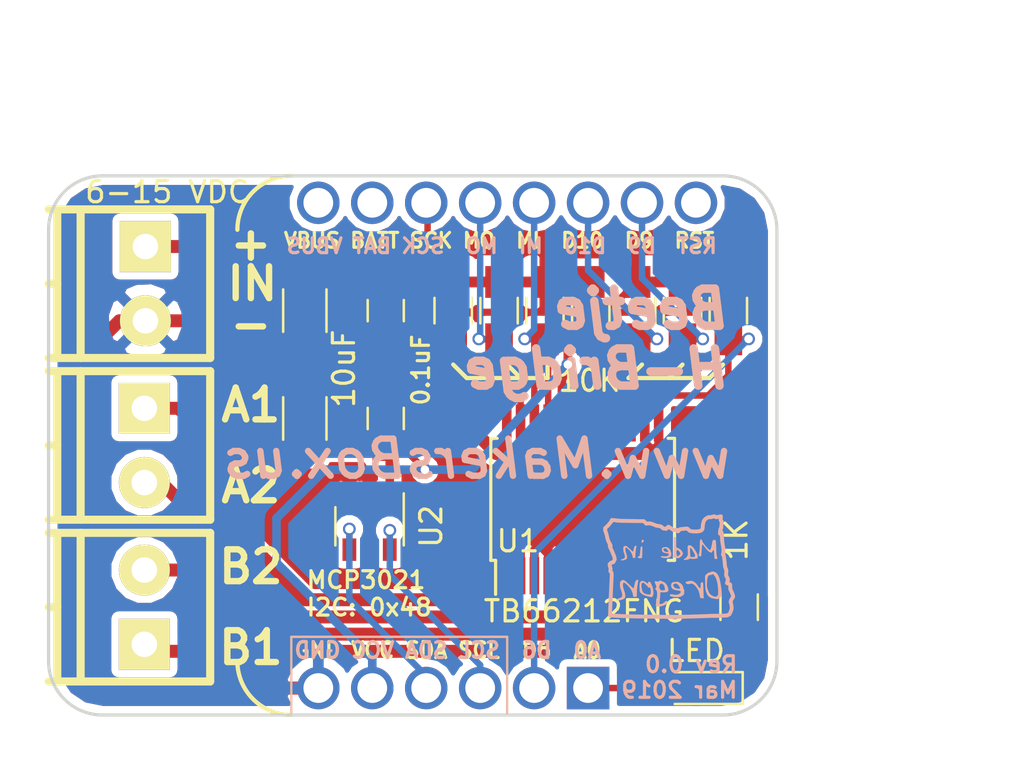
<source format=kicad_pcb>
(kicad_pcb (version 4) (host pcbnew 4.0.6)

  (general
    (links 54)
    (no_connects 0)
    (area 114.224999 92.634999 148.665001 118.185001)
    (thickness 1.6)
    (drawings 37)
    (tracks 207)
    (zones 0)
    (modules 21)
    (nets 22)
  )

  (page A)
  (title_block
    (title "Beetje 32U4 Blok")
    (date 2018-08-10)
    (rev 0.0)
    (company www.MakersBox.us)
    (comment 1 648.ken@gmail.com)
  )

  (layers
    (0 F.Cu signal)
    (31 B.Cu signal)
    (32 B.Adhes user)
    (33 F.Adhes user)
    (34 B.Paste user)
    (35 F.Paste user)
    (36 B.SilkS user)
    (37 F.SilkS user)
    (38 B.Mask user)
    (39 F.Mask user)
    (40 Dwgs.User user)
    (41 Cmts.User user)
    (42 Eco1.User user)
    (43 Eco2.User user)
    (44 Edge.Cuts user)
    (45 Margin user)
    (46 B.CrtYd user)
    (47 F.CrtYd user)
    (48 B.Fab user)
    (49 F.Fab user)
  )

  (setup
    (last_trace_width 0.25)
    (user_trace_width 0.3048)
    (user_trace_width 0.4064)
    (user_trace_width 0.6096)
    (trace_clearance 0.2)
    (zone_clearance 0.35)
    (zone_45_only no)
    (trace_min 0.2)
    (segment_width 0.2)
    (edge_width 0.15)
    (via_size 0.6)
    (via_drill 0.4)
    (via_min_size 0.4)
    (via_min_drill 0.3)
    (uvia_size 0.3)
    (uvia_drill 0.1)
    (uvias_allowed no)
    (uvia_min_size 0.2)
    (uvia_min_drill 0.1)
    (pcb_text_width 0.3)
    (pcb_text_size 1.5 1.5)
    (mod_edge_width 0.15)
    (mod_text_size 1 1)
    (mod_text_width 0.15)
    (pad_size 2.4 2.4)
    (pad_drill 1.2)
    (pad_to_mask_clearance 0)
    (aux_axis_origin 0 0)
    (visible_elements 7FFFFFFF)
    (pcbplotparams
      (layerselection 0x00030_80000001)
      (usegerberextensions false)
      (excludeedgelayer true)
      (linewidth 0.100000)
      (plotframeref false)
      (viasonmask false)
      (mode 1)
      (useauxorigin false)
      (hpglpennumber 1)
      (hpglpenspeed 20)
      (hpglpendiameter 15)
      (hpglpenoverlay 2)
      (psnegative false)
      (psa4output false)
      (plotreference true)
      (plotvalue true)
      (plotinvisibletext false)
      (padsonsilk false)
      (subtractmaskfromsilk false)
      (outputformat 1)
      (mirror false)
      (drillshape 1)
      (scaleselection 1)
      (outputdirectory ""))
  )

  (net 0 "")
  (net 1 GND)
  (net 2 VBUS)
  (net 3 +BATT)
  (net 4 /D10)
  (net 5 /D9)
  (net 6 /SCL)
  (net 7 /SDA)
  (net 8 /A0)
  (net 9 /SCK)
  (net 10 /MOSI)
  (net 11 /MISO)
  (net 12 /~RESET)
  (net 13 VCC)
  (net 14 /D6)
  (net 15 "Net-(R1-Pad2)")
  (net 16 /VMTR)
  (net 17 /A01)
  (net 18 /A02)
  (net 19 /B02)
  (net 20 /B01)
  (net 21 "Net-(D2-Pad1)")

  (net_class Default "This is the default net class."
    (clearance 0.2)
    (trace_width 0.25)
    (via_dia 0.6)
    (via_drill 0.4)
    (uvia_dia 0.3)
    (uvia_drill 0.1)
    (add_net +BATT)
    (add_net /A0)
    (add_net /A01)
    (add_net /A02)
    (add_net /B01)
    (add_net /B02)
    (add_net /D10)
    (add_net /D6)
    (add_net /D9)
    (add_net /MISO)
    (add_net /MOSI)
    (add_net /SCK)
    (add_net /SCL)
    (add_net /SDA)
    (add_net /VMTR)
    (add_net /~RESET)
    (add_net GND)
    (add_net "Net-(D2-Pad1)")
    (add_net "Net-(R1-Pad2)")
    (add_net VBUS)
    (add_net VCC)
  )

  (module footprints:MadeInOregonRev25 (layer F.Cu) (tedit 5B7EDC92) (tstamp 5BA46FBA)
    (at 143.51 111.125)
    (fp_text reference VAL (at 0 0) (layer F.SilkS) hide
      (effects (font (size 1.143 1.143) (thickness 0.1778)))
    )
    (fp_text value MadeInOregonRev25 (at 0 0) (layer F.SilkS) hide
      (effects (font (size 0.5 0.5) (thickness 0.125)))
    )
    (fp_poly (pts (xy -3.09626 -1.76022) (xy -3.09626 -1.72212) (xy -3.09372 -1.69672) (xy -3.09118 -1.67386)
      (xy -3.0861 -1.65608) (xy -3.07594 -1.63576) (xy -3.0734 -1.62814) (xy -3.0607 -1.6002)
      (xy -3.05054 -1.5748) (xy -3.04038 -1.54432) (xy -3.03022 -1.50876) (xy -3.02006 -1.46304)
      (xy -3.00736 -1.4097) (xy -3.00228 -1.39192) (xy -2.98704 -1.31826) (xy -2.96926 -1.2573)
      (xy -2.95402 -1.20396) (xy -2.9337 -1.15824) (xy -2.91338 -1.1176) (xy -2.91338 -1.74752)
      (xy -2.91338 -1.76276) (xy -2.91084 -1.77546) (xy -2.90322 -1.78816) (xy -2.89052 -1.8034)
      (xy -2.86766 -1.82118) (xy -2.8575 -1.83134) (xy -2.82956 -1.8542) (xy -2.80416 -1.8796)
      (xy -2.78638 -1.90246) (xy -2.77876 -1.91008) (xy -2.76606 -1.92786) (xy -2.74574 -1.95326)
      (xy -2.72034 -1.98374) (xy -2.69494 -2.01422) (xy -2.6924 -2.01676) (xy -2.66954 -2.0447)
      (xy -2.64922 -2.0701) (xy -2.63652 -2.08788) (xy -2.6289 -2.09804) (xy -2.6289 -2.10058)
      (xy -2.62382 -2.10566) (xy -2.60604 -2.10566) (xy -2.58064 -2.10566) (xy -2.55016 -2.10058)
      (xy -2.51968 -2.0955) (xy -2.50952 -2.09296) (xy -2.49682 -2.09042) (xy -2.48412 -2.08534)
      (xy -2.46888 -2.08534) (xy -2.4511 -2.0828) (xy -2.4257 -2.08026) (xy -2.39268 -2.07772)
      (xy -2.35458 -2.07772) (xy -2.30632 -2.07518) (xy -2.2479 -2.07518) (xy -2.17678 -2.07264)
      (xy -2.09296 -2.0701) (xy -2.03962 -2.0701) (xy -1.95326 -2.06756) (xy -1.8669 -2.06756)
      (xy -1.78054 -2.06502) (xy -1.69672 -2.06502) (xy -1.61798 -2.06248) (xy -1.54686 -2.06248)
      (xy -1.48336 -2.06248) (xy -1.4351 -2.06248) (xy -1.4224 -2.06248) (xy -1.22936 -2.06248)
      (xy -1.1684 -2.00152) (xy -1.10744 -1.9431) (xy -1.0668 -1.9431) (xy -1.03886 -1.9431)
      (xy -1.0033 -1.94564) (xy -0.97536 -1.95072) (xy -0.94234 -1.95326) (xy -0.91186 -1.95072)
      (xy -0.87884 -1.94564) (xy -0.8382 -1.93548) (xy -0.79248 -1.9177) (xy -0.7366 -1.89484)
      (xy -0.72136 -1.88976) (xy -0.67818 -1.86944) (xy -0.64516 -1.85674) (xy -0.61722 -1.84912)
      (xy -0.59182 -1.84404) (xy -0.56388 -1.83896) (xy -0.5461 -1.83642) (xy -0.50038 -1.83134)
      (xy -0.46482 -1.82626) (xy -0.43688 -1.81864) (xy -0.41656 -1.80848) (xy -0.39624 -1.79578)
      (xy -0.37592 -1.77546) (xy -0.37338 -1.77292) (xy -0.35052 -1.7526) (xy -0.32512 -1.73482)
      (xy -0.30734 -1.72212) (xy -0.30734 -1.72212) (xy -0.28702 -1.71704) (xy -0.25654 -1.71196)
      (xy -0.22098 -1.70434) (xy -0.18288 -1.7018) (xy -0.14986 -1.69672) (xy -0.12446 -1.69672)
      (xy -0.10922 -1.69926) (xy -0.09652 -1.70688) (xy -0.07366 -1.71958) (xy -0.05334 -1.73736)
      (xy -0.03048 -1.75768) (xy -0.01524 -1.7653) (xy -0.00508 -1.76784) (xy 0 -1.7653)
      (xy 0.01016 -1.75768) (xy 0.03048 -1.74498) (xy 0.05842 -1.7272) (xy 0.0889 -1.70688)
      (xy 0.09652 -1.7018) (xy 0.18288 -1.64846) (xy 0.25908 -1.64592) (xy 0.29464 -1.64338)
      (xy 0.3175 -1.64084) (xy 0.3302 -1.6383) (xy 0.34036 -1.63322) (xy 0.34544 -1.6256)
      (xy 0.34798 -1.62052) (xy 0.3683 -1.59766) (xy 0.39624 -1.58242) (xy 0.42672 -1.5748)
      (xy 0.4318 -1.5748) (xy 0.45974 -1.58242) (xy 0.48768 -1.6002) (xy 0.51562 -1.63068)
      (xy 0.52578 -1.64338) (xy 0.53848 -1.65608) (xy 0.5461 -1.66624) (xy 0.55626 -1.67386)
      (xy 0.56896 -1.68148) (xy 0.58928 -1.68402) (xy 0.61468 -1.6891) (xy 0.65278 -1.69418)
      (xy 0.70104 -1.69672) (xy 0.71628 -1.69926) (xy 0.8255 -1.70942) (xy 0.85598 -1.68148)
      (xy 0.89154 -1.64846) (xy 0.9271 -1.62306) (xy 0.95758 -1.60274) (xy 0.96774 -1.59766)
      (xy 0.9906 -1.59258) (xy 1.02362 -1.5875) (xy 1.0668 -1.58242) (xy 1.11252 -1.57734)
      (xy 1.16332 -1.57226) (xy 1.21158 -1.56972) (xy 1.2573 -1.56972) (xy 1.25984 -1.56972)
      (xy 1.3081 -1.56972) (xy 1.35128 -1.5748) (xy 1.39446 -1.57988) (xy 1.44272 -1.59004)
      (xy 1.48844 -1.6002) (xy 1.52146 -1.61036) (xy 1.54686 -1.62306) (xy 1.56972 -1.63576)
      (xy 1.59258 -1.65608) (xy 1.61798 -1.68148) (xy 1.63576 -1.7018) (xy 1.651 -1.72212)
      (xy 1.65862 -1.74498) (xy 1.66624 -1.77292) (xy 1.67386 -1.80848) (xy 1.6764 -1.85166)
      (xy 1.68148 -1.90246) (xy 1.6891 -1.9812) (xy 1.7018 -2.04978) (xy 1.72212 -2.10566)
      (xy 1.74752 -2.15138) (xy 1.75006 -2.15646) (xy 1.77546 -2.18186) (xy 1.81356 -2.2098)
      (xy 1.82626 -2.21742) (xy 1.8542 -2.23012) (xy 1.87706 -2.24028) (xy 1.89484 -2.24282)
      (xy 1.9177 -2.24282) (xy 1.92024 -2.24282) (xy 1.95834 -2.24282) (xy 2.00152 -2.25044)
      (xy 2.032 -2.25806) (xy 2.0701 -2.27076) (xy 2.09804 -2.27584) (xy 2.11582 -2.27838)
      (xy 2.13106 -2.2733) (xy 2.1463 -2.26822) (xy 2.15392 -2.26314) (xy 2.1844 -2.2479)
      (xy 2.22758 -2.24282) (xy 2.27584 -2.2479) (xy 2.29108 -2.25298) (xy 2.31394 -2.25806)
      (xy 2.33426 -2.26314) (xy 2.34188 -2.26314) (xy 2.34188 -2.25806) (xy 2.34442 -2.23774)
      (xy 2.34442 -2.21488) (xy 2.34442 -2.21234) (xy 2.34442 -2.1844) (xy 2.34696 -2.16408)
      (xy 2.35204 -2.1463) (xy 2.36474 -2.12852) (xy 2.3876 -2.0955) (xy 2.37998 -1.97612)
      (xy 2.37744 -1.9304) (xy 2.37236 -1.89738) (xy 2.36982 -1.87198) (xy 2.36474 -1.8542)
      (xy 2.35966 -1.83896) (xy 2.35204 -1.82372) (xy 2.34696 -1.8161) (xy 2.33172 -1.78562)
      (xy 2.3241 -1.75768) (xy 2.3241 -1.73736) (xy 2.32156 -1.70942) (xy 2.31902 -1.68656)
      (xy 2.31648 -1.67894) (xy 2.31394 -1.66116) (xy 2.30886 -1.63576) (xy 2.30886 -1.60274)
      (xy 2.30886 -1.59004) (xy 2.30886 -1.55702) (xy 2.30886 -1.5367) (xy 2.31394 -1.52146)
      (xy 2.32156 -1.5113) (xy 2.33172 -1.4986) (xy 2.33426 -1.49606) (xy 2.35458 -1.48082)
      (xy 2.3749 -1.4732) (xy 2.37744 -1.47066) (xy 2.3876 -1.47066) (xy 2.39268 -1.46558)
      (xy 2.39776 -1.45034) (xy 2.4003 -1.42494) (xy 2.40284 -1.39192) (xy 2.40538 -1.35382)
      (xy 2.40538 -1.33096) (xy 2.40792 -1.28778) (xy 2.413 -1.2319) (xy 2.42062 -1.16078)
      (xy 2.43332 -1.07442) (xy 2.4511 -0.97536) (xy 2.4511 -0.96774) (xy 2.45872 -0.92456)
      (xy 2.4638 -0.88392) (xy 2.46888 -0.85344) (xy 2.47142 -0.83058) (xy 2.47396 -0.82296)
      (xy 2.47396 -0.81026) (xy 2.47142 -0.7874) (xy 2.47142 -0.75692) (xy 2.46888 -0.72644)
      (xy 2.46888 -0.69342) (xy 2.46634 -0.66294) (xy 2.4638 -0.64262) (xy 2.46126 -0.635)
      (xy 2.4511 -0.6096) (xy 2.44856 -0.57912) (xy 2.4511 -0.54864) (xy 2.46126 -0.52324)
      (xy 2.4765 -0.51054) (xy 2.48412 -0.49784) (xy 2.49174 -0.47244) (xy 2.5019 -0.4318)
      (xy 2.50952 -0.37592) (xy 2.51968 -0.30734) (xy 2.5273 -0.2286) (xy 2.53238 -0.16764)
      (xy 2.53746 -0.1143) (xy 2.54254 -0.0635) (xy 2.54762 -0.02032) (xy 2.5527 0.01524)
      (xy 2.55524 0.04064) (xy 2.55778 0.05334) (xy 2.56794 0.07366) (xy 2.5781 0.1016)
      (xy 2.58826 0.127) (xy 2.59588 0.14732) (xy 2.6035 0.16256) (xy 2.60604 0.18034)
      (xy 2.60858 0.20066) (xy 2.60858 0.22606) (xy 2.60604 0.25908) (xy 2.6035 0.3048)
      (xy 2.6035 0.32512) (xy 2.60096 0.37084) (xy 2.60096 0.4064) (xy 2.60604 0.43434)
      (xy 2.61366 0.45974) (xy 2.62636 0.48768) (xy 2.64668 0.5207) (xy 2.66446 0.5588)
      (xy 2.67462 0.58674) (xy 2.6797 0.61468) (xy 2.67462 0.64262) (xy 2.66446 0.68072)
      (xy 2.65938 0.69088) (xy 2.64668 0.72898) (xy 2.63906 0.75946) (xy 2.63906 0.77978)
      (xy 2.6416 0.79756) (xy 2.64922 0.8128) (xy 2.64922 0.81534) (xy 2.66446 0.83058)
      (xy 2.68986 0.84836) (xy 2.72034 0.86614) (xy 2.75336 0.87884) (xy 2.77368 0.88646)
      (xy 2.794 0.89154) (xy 2.794 0.98044) (xy 2.794 1.07188) (xy 2.82448 1.13538)
      (xy 2.8575 1.20396) (xy 2.8829 1.26238) (xy 2.90322 1.31064) (xy 2.91592 1.3462)
      (xy 2.921 1.36652) (xy 2.92354 1.3843) (xy 2.92354 1.39954) (xy 2.91592 1.41478)
      (xy 2.90068 1.4351) (xy 2.90068 1.43764) (xy 2.87274 1.47828) (xy 2.84988 1.51638)
      (xy 2.8321 1.5621) (xy 2.82448 1.59004) (xy 2.80924 1.64338) (xy 2.8321 1.74244)
      (xy 2.84734 1.80848) (xy 2.85496 1.86182) (xy 2.86004 1.90754) (xy 2.86004 1.94818)
      (xy 2.85242 1.98628) (xy 2.84226 2.02438) (xy 2.84226 2.02438) (xy 2.82702 2.06756)
      (xy 2.81432 2.10566) (xy 2.79908 2.13868) (xy 2.78892 2.16154) (xy 2.77876 2.1717)
      (xy 2.77876 2.17424) (xy 2.7686 2.17678) (xy 2.74828 2.1844) (xy 2.74066 2.18948)
      (xy 2.7178 2.1971) (xy 2.68224 2.20472) (xy 2.63398 2.2098) (xy 2.57302 2.21234)
      (xy 2.49682 2.21488) (xy 2.40792 2.21742) (xy 2.30632 2.21742) (xy 2.29616 2.21742)
      (xy 2.24028 2.21996) (xy 2.17424 2.21996) (xy 2.10058 2.2225) (xy 2.02184 2.2225)
      (xy 1.9431 2.22504) (xy 1.86944 2.23012) (xy 1.84912 2.23012) (xy 1.6129 2.23774)
      (xy 1.38684 2.2479) (xy 1.16332 2.25298) (xy 0.9398 2.25806) (xy 0.71882 2.26314)
      (xy 0.4953 2.26568) (xy 0.26924 2.26822) (xy 0.03556 2.26822) (xy -0.2032 2.26822)
      (xy -0.45466 2.26822) (xy -0.71628 2.26568) (xy -0.84836 2.26314) (xy -1.03378 2.2606)
      (xy -1.20396 2.25806) (xy -1.36144 2.25552) (xy -1.50622 2.25298) (xy -1.64084 2.25044)
      (xy -1.7653 2.2479) (xy -1.88214 2.24536) (xy -1.98882 2.24282) (xy -2.08788 2.23774)
      (xy -2.17932 2.2352) (xy -2.26822 2.23266) (xy -2.35204 2.22758) (xy -2.39776 2.22504)
      (xy -2.46126 2.2225) (xy -2.51968 2.21742) (xy -2.57302 2.21488) (xy -2.61874 2.21234)
      (xy -2.65176 2.2098) (xy -2.67462 2.2098) (xy -2.68732 2.2098) (xy -2.68732 2.2098)
      (xy -2.68732 2.20218) (xy -2.68478 2.17932) (xy -2.68478 2.1463) (xy -2.68224 2.09804)
      (xy -2.6797 2.03962) (xy -2.67716 1.97104) (xy -2.67208 1.8923) (xy -2.66954 1.80594)
      (xy -2.66446 1.70942) (xy -2.65938 1.60782) (xy -2.65684 1.50114) (xy -2.65176 1.38684)
      (xy -2.64414 1.27) (xy -2.64414 1.25476) (xy -2.63906 1.11506) (xy -2.63398 0.98806)
      (xy -2.6289 0.87376) (xy -2.62382 0.77216) (xy -2.61874 0.68326) (xy -2.6162 0.60452)
      (xy -2.61366 0.53848) (xy -2.61112 0.47752) (xy -2.61112 0.42926) (xy -2.61112 0.38608)
      (xy -2.61112 0.35306) (xy -2.61112 0.32258) (xy -2.61112 0.29972) (xy -2.61366 0.28194)
      (xy -2.6162 0.2667) (xy -2.61874 0.25654) (xy -2.62128 0.24638) (xy -2.62636 0.23876)
      (xy -2.63144 0.23368) (xy -2.63652 0.22606) (xy -2.6416 0.21844) (xy -2.6543 0.2032)
      (xy -2.66192 0.18796) (xy -2.66446 0.17272) (xy -2.66192 0.14732) (xy -2.66192 0.13716)
      (xy -2.66192 0.1016) (xy -2.66446 0.06858) (xy -2.67462 0.02794) (xy -2.67462 0.0254)
      (xy -2.68732 -0.01778) (xy -2.69494 -0.04826) (xy -2.69748 -0.07112) (xy -2.69748 -0.08382)
      (xy -2.69494 -0.09398) (xy -2.68732 -0.09906) (xy -2.68732 -0.1016) (xy -2.66954 -0.10668)
      (xy -2.64668 -0.1143) (xy -2.63652 -0.1143) (xy -2.60858 -0.12192) (xy -2.58572 -0.13208)
      (xy -2.5654 -0.14732) (xy -2.54762 -0.17018) (xy -2.52476 -0.20574) (xy -2.50698 -0.2413)
      (xy -2.4638 -0.3302) (xy -2.47142 -0.40894) (xy -2.4765 -0.43942) (xy -2.48158 -0.46736)
      (xy -2.4892 -0.49276) (xy -2.49682 -0.5207) (xy -2.50952 -0.55626) (xy -2.52984 -0.59944)
      (xy -2.53492 -0.61214) (xy -2.55524 -0.66294) (xy -2.5781 -0.71374) (xy -2.60096 -0.76708)
      (xy -2.62128 -0.8128) (xy -2.63144 -0.83058) (xy -2.64668 -0.86868) (xy -2.65938 -0.89662)
      (xy -2.667 -0.91694) (xy -2.66954 -0.92964) (xy -2.667 -0.9398) (xy -2.667 -0.94996)
      (xy -2.65938 -0.97536) (xy -2.65938 -1.00584) (xy -2.66954 -1.03886) (xy -2.68732 -1.0795)
      (xy -2.71272 -1.12776) (xy -2.71526 -1.1303) (xy -2.73812 -1.17094) (xy -2.75844 -1.2065)
      (xy -2.77368 -1.23698) (xy -2.78384 -1.26746) (xy -2.79654 -1.30048) (xy -2.8067 -1.34112)
      (xy -2.81686 -1.38684) (xy -2.82702 -1.43256) (xy -2.84226 -1.49606) (xy -2.85496 -1.54686)
      (xy -2.86512 -1.5875) (xy -2.87528 -1.62052) (xy -2.88544 -1.64846) (xy -2.89306 -1.67132)
      (xy -2.90068 -1.68148) (xy -2.9083 -1.70942) (xy -2.91338 -1.7399) (xy -2.91338 -1.74752)
      (xy -2.91338 -1.1176) (xy -2.91084 -1.11506) (xy -2.90576 -1.09982) (xy -2.88798 -1.07188)
      (xy -2.87782 -1.04902) (xy -2.87274 -1.03632) (xy -2.87274 -1.02616) (xy -2.87782 -1.016)
      (xy -2.88036 -0.99822) (xy -2.8829 -0.98044) (xy -2.87782 -0.95758) (xy -2.8702 -0.92964)
      (xy -2.85496 -0.89408) (xy -2.83464 -0.84582) (xy -2.8194 -0.81534) (xy -2.78384 -0.73406)
      (xy -2.74828 -0.65786) (xy -2.72034 -0.58928) (xy -2.69494 -0.52832) (xy -2.67462 -0.47752)
      (xy -2.66192 -0.43688) (xy -2.6543 -0.40894) (xy -2.6543 -0.4064) (xy -2.64922 -0.37846)
      (xy -2.65176 -0.36068) (xy -2.65684 -0.34036) (xy -2.66446 -0.32766) (xy -2.67462 -0.30734)
      (xy -2.68732 -0.29464) (xy -2.70256 -0.28702) (xy -2.72542 -0.28194) (xy -2.73812 -0.2794)
      (xy -2.75336 -0.27686) (xy -2.77114 -0.2667) (xy -2.78892 -0.25146) (xy -2.81686 -0.22606)
      (xy -2.82448 -0.2159) (xy -2.84988 -0.1905) (xy -2.86766 -0.17272) (xy -2.87782 -0.16002)
      (xy -2.8829 -0.14732) (xy -2.8829 -0.13208) (xy -2.8829 -0.12192) (xy -2.88036 -0.06858)
      (xy -2.86766 -0.00762) (xy -2.85242 0.05588) (xy -2.8448 0.08382) (xy -2.84226 0.10668)
      (xy -2.84226 0.12954) (xy -2.8448 0.16002) (xy -2.84734 0.1651) (xy -2.84988 0.19812)
      (xy -2.84988 0.22606) (xy -2.84226 0.24892) (xy -2.82448 0.27686) (xy -2.8067 0.29972)
      (xy -2.78384 0.32766) (xy -2.82702 1.3081) (xy -2.8321 1.42748) (xy -2.83718 1.54432)
      (xy -2.84226 1.65608) (xy -2.84734 1.76276) (xy -2.84988 1.86182) (xy -2.85496 1.95326)
      (xy -2.8575 2.03708) (xy -2.86004 2.11074) (xy -2.86258 2.17424) (xy -2.86512 2.22758)
      (xy -2.86512 2.26822) (xy -2.86512 2.29616) (xy -2.86512 2.3114) (xy -2.86512 2.3114)
      (xy -2.85496 2.3368) (xy -2.83464 2.35966) (xy -2.81178 2.3749) (xy -2.8067 2.37744)
      (xy -2.794 2.37998) (xy -2.76606 2.38252) (xy -2.72796 2.38506) (xy -2.6797 2.39014)
      (xy -2.62128 2.39268) (xy -2.55778 2.39776) (xy -2.48412 2.4003) (xy -2.40792 2.40538)
      (xy -2.32664 2.40792) (xy -2.24536 2.413) (xy -2.16154 2.41554) (xy -2.08026 2.41808)
      (xy -1.99898 2.42062) (xy -1.92278 2.42316) (xy -1.85166 2.4257) (xy -1.80848 2.42824)
      (xy -1.74752 2.42824) (xy -1.67386 2.43078) (xy -1.59004 2.43078) (xy -1.4986 2.43332)
      (xy -1.397 2.43586) (xy -1.29032 2.43586) (xy -1.1811 2.4384) (xy -1.0668 2.4384)
      (xy -0.95504 2.44094) (xy -0.84582 2.44348) (xy -0.80264 2.44348) (xy -0.70104 2.44348)
      (xy -0.59944 2.44602) (xy -0.50038 2.44602) (xy -0.40386 2.44856) (xy -0.31496 2.44856)
      (xy -0.23114 2.44856) (xy -0.15748 2.4511) (xy -0.09398 2.4511) (xy -0.04064 2.4511)
      (xy 0 2.4511) (xy 0.02286 2.4511) (xy 0.05842 2.4511) (xy 0.10922 2.4511)
      (xy 0.17018 2.4511) (xy 0.2413 2.4511) (xy 0.3175 2.4511) (xy 0.39878 2.44856)
      (xy 0.4826 2.44856) (xy 0.56642 2.44602) (xy 0.60198 2.44602) (xy 0.75692 2.44348)
      (xy 0.90678 2.4384) (xy 1.0541 2.43586) (xy 1.1938 2.43078) (xy 1.32588 2.42824)
      (xy 1.45034 2.42316) (xy 1.56464 2.42062) (xy 1.66624 2.41808) (xy 1.7526 2.413)
      (xy 1.77038 2.413) (xy 1.82626 2.41046) (xy 1.8923 2.40792) (xy 1.96342 2.40792)
      (xy 2.03454 2.40538) (xy 2.10312 2.40538) (xy 2.12852 2.40538) (xy 2.19456 2.40538)
      (xy 2.26822 2.40284) (xy 2.3495 2.40284) (xy 2.42824 2.39776) (xy 2.50444 2.39522)
      (xy 2.54254 2.39522) (xy 2.75844 2.38252) (xy 2.82956 2.3495) (xy 2.86258 2.33172)
      (xy 2.88798 2.31902) (xy 2.90576 2.30632) (xy 2.91084 2.30124) (xy 2.92608 2.28092)
      (xy 2.94132 2.25044) (xy 2.96164 2.2098) (xy 2.97942 2.16662) (xy 2.9972 2.12344)
      (xy 3.01244 2.08534) (xy 3.02514 2.0447) (xy 3.03276 2.01168) (xy 3.03784 1.98628)
      (xy 3.04038 1.9558) (xy 3.04038 1.93548) (xy 3.0353 1.86182) (xy 3.0226 1.778)
      (xy 3.00736 1.70434) (xy 2.99974 1.66878) (xy 2.99974 1.64084) (xy 3.00736 1.61036)
      (xy 3.0226 1.57734) (xy 3.04546 1.53924) (xy 3.0607 1.52146) (xy 3.08356 1.4859)
      (xy 3.0988 1.4605) (xy 3.10642 1.4351) (xy 3.10896 1.4097) (xy 3.10642 1.37668)
      (xy 3.0988 1.33858) (xy 3.09118 1.3081) (xy 3.07848 1.26746) (xy 3.0607 1.22174)
      (xy 3.04038 1.1684) (xy 3.01498 1.1176) (xy 2.99466 1.07442) (xy 2.98704 1.05664)
      (xy 2.97942 1.0414) (xy 2.97688 1.02362) (xy 2.97434 1.0033) (xy 2.97434 0.97282)
      (xy 2.97434 0.93218) (xy 2.97434 0.9271) (xy 2.9718 0.87884) (xy 2.96926 0.8382)
      (xy 2.96418 0.81026) (xy 2.95148 0.7874) (xy 2.9337 0.76708) (xy 2.90576 0.7493)
      (xy 2.86766 0.72898) (xy 2.84734 0.71882) (xy 2.84734 0.7112) (xy 2.84988 0.69342)
      (xy 2.85496 0.66802) (xy 2.8575 0.6604) (xy 2.86258 0.61468) (xy 2.86258 0.5842)
      (xy 2.86258 0.57658) (xy 2.84988 0.5334) (xy 2.82956 0.48768) (xy 2.8067 0.44196)
      (xy 2.79908 0.42926) (xy 2.79146 0.41656) (xy 2.78638 0.40386) (xy 2.7813 0.38862)
      (xy 2.7813 0.37084) (xy 2.7813 0.34798) (xy 2.7813 0.3175) (xy 2.78638 0.27432)
      (xy 2.79146 0.22098) (xy 2.79146 0.21844) (xy 2.79146 0.19304) (xy 2.79146 0.16764)
      (xy 2.78384 0.1397) (xy 2.77622 0.11176) (xy 2.76352 0.07874) (xy 2.75336 0.04826)
      (xy 2.7432 0.0254) (xy 2.74066 0.02032) (xy 2.73558 0.00762) (xy 2.7305 -0.0127)
      (xy 2.72796 -0.04064) (xy 2.72288 -0.07874) (xy 2.7178 -0.12954) (xy 2.71272 -0.1905)
      (xy 2.7051 -0.25908) (xy 2.69748 -0.32512) (xy 2.68986 -0.38862) (xy 2.6797 -0.44958)
      (xy 2.67208 -0.50292) (xy 2.66446 -0.5461) (xy 2.6543 -0.57658) (xy 2.65176 -0.58674)
      (xy 2.65176 -0.60452) (xy 2.6543 -0.6223) (xy 2.65684 -0.6477) (xy 2.65176 -0.68326)
      (xy 2.65176 -0.68326) (xy 2.64668 -0.71628) (xy 2.64922 -0.75184) (xy 2.65176 -0.76962)
      (xy 2.6543 -0.79248) (xy 2.65684 -0.8128) (xy 2.6543 -0.83566) (xy 2.65176 -0.8636)
      (xy 2.64414 -0.90424) (xy 2.6416 -0.91948) (xy 2.62382 -1.01346) (xy 2.61112 -1.09982)
      (xy 2.60096 -1.1811) (xy 2.59334 -1.26238) (xy 2.58572 -1.35128) (xy 2.58064 -1.42748)
      (xy 2.5781 -1.49352) (xy 2.57302 -1.54432) (xy 2.57048 -1.58496) (xy 2.5654 -1.61544)
      (xy 2.56286 -1.6383) (xy 2.55524 -1.65608) (xy 2.54762 -1.66878) (xy 2.53746 -1.6764)
      (xy 2.52984 -1.68402) (xy 2.51714 -1.69418) (xy 2.51206 -1.70688) (xy 2.5146 -1.72466)
      (xy 2.52222 -1.75006) (xy 2.53238 -1.77546) (xy 2.53238 -1.77546) (xy 2.54 -1.78816)
      (xy 2.54254 -1.79832) (xy 2.54762 -1.81102) (xy 2.55016 -1.8288) (xy 2.5527 -1.85166)
      (xy 2.55524 -1.88214) (xy 2.55778 -1.92532) (xy 2.56286 -1.97866) (xy 2.56286 -2.0066)
      (xy 2.57302 -2.159) (xy 2.54762 -2.18948) (xy 2.52222 -2.21996) (xy 2.52984 -2.29616)
      (xy 2.53238 -2.34442) (xy 2.53238 -2.37998) (xy 2.52984 -2.40538) (xy 2.51968 -2.4257)
      (xy 2.50698 -2.44094) (xy 2.50444 -2.44348) (xy 2.4892 -2.45618) (xy 2.47142 -2.46126)
      (xy 2.44856 -2.4638) (xy 2.42062 -2.4638) (xy 2.38252 -2.45618) (xy 2.33172 -2.44602)
      (xy 2.32664 -2.44348) (xy 2.2352 -2.42316) (xy 2.19964 -2.44348) (xy 2.17424 -2.45618)
      (xy 2.15138 -2.4638) (xy 2.12344 -2.4638) (xy 2.09296 -2.45872) (xy 2.04978 -2.4511)
      (xy 2.0193 -2.44348) (xy 1.98374 -2.43332) (xy 1.9558 -2.4257) (xy 1.93802 -2.42316)
      (xy 1.92024 -2.4257) (xy 1.90754 -2.42824) (xy 1.88722 -2.43078) (xy 1.86944 -2.43078)
      (xy 1.84912 -2.42824) (xy 1.82372 -2.41808) (xy 1.79324 -2.40284) (xy 1.76022 -2.38506)
      (xy 1.71958 -2.3622) (xy 1.6891 -2.34442) (xy 1.66624 -2.32664) (xy 1.64846 -2.3114)
      (xy 1.63068 -2.29362) (xy 1.6129 -2.27076) (xy 1.59258 -2.2479) (xy 1.57734 -2.22504)
      (xy 1.56718 -2.20472) (xy 1.55702 -2.17932) (xy 1.54432 -2.1463) (xy 1.53162 -2.10312)
      (xy 1.52908 -2.09296) (xy 1.51638 -2.0447) (xy 1.50876 -2.00406) (xy 1.50368 -1.96596)
      (xy 1.4986 -1.92278) (xy 1.4986 -1.90754) (xy 1.49606 -1.86182) (xy 1.49352 -1.8288)
      (xy 1.4859 -1.80594) (xy 1.4732 -1.7907) (xy 1.45288 -1.778) (xy 1.4224 -1.77038)
      (xy 1.39446 -1.76276) (xy 1.3335 -1.7526) (xy 1.26238 -1.74752) (xy 1.18364 -1.75006)
      (xy 1.10998 -1.75768) (xy 1.03124 -1.7653) (xy 0.9652 -1.82372) (xy 0.9398 -1.84912)
      (xy 0.9144 -1.8669) (xy 0.89408 -1.88214) (xy 0.88392 -1.88722) (xy 0.86868 -1.88722)
      (xy 0.84328 -1.88722) (xy 0.80518 -1.88722) (xy 0.762 -1.88214) (xy 0.7112 -1.8796)
      (xy 0.6604 -1.87452) (xy 0.6096 -1.86944) (xy 0.56642 -1.86436) (xy 0.52324 -1.85674)
      (xy 0.49276 -1.85166) (xy 0.47244 -1.8415) (xy 0.45974 -1.83642) (xy 0.44958 -1.8288)
      (xy 0.43942 -1.82372) (xy 0.42418 -1.82118) (xy 0.40386 -1.82118) (xy 0.37592 -1.82118)
      (xy 0.33782 -1.82118) (xy 0.23622 -1.82372) (xy 0.13208 -1.8923) (xy 0.09398 -1.9177)
      (xy 0.06096 -1.93802) (xy 0.03302 -1.9558) (xy 0.0127 -1.96596) (xy 0.00508 -1.97104)
      (xy -0.02286 -1.97866) (xy -0.04826 -1.97358) (xy -0.07874 -1.95834) (xy -0.1143 -1.92786)
      (xy -0.11684 -1.92532) (xy -0.1397 -1.905) (xy -0.15748 -1.8923) (xy -0.17272 -1.88468)
      (xy -0.18796 -1.88214) (xy -0.19304 -1.88214) (xy -0.21082 -1.88468) (xy -0.22352 -1.88722)
      (xy -0.2413 -1.89992) (xy -0.26162 -1.9177) (xy -0.27178 -1.92786) (xy -0.30226 -1.95326)
      (xy -0.33528 -1.97358) (xy -0.37338 -1.98882) (xy -0.41656 -1.99898) (xy -0.47244 -2.00914)
      (xy -0.50038 -2.01168) (xy -0.53848 -2.01676) (xy -0.56896 -2.02438) (xy -0.59944 -2.03454)
      (xy -0.635 -2.04724) (xy -0.66548 -2.05994) (xy -0.70866 -2.07772) (xy -0.75692 -2.0955)
      (xy -0.80264 -2.11074) (xy -0.83058 -2.11836) (xy -0.86868 -2.12598) (xy -0.89662 -2.1336)
      (xy -0.91948 -2.1336) (xy -0.94234 -2.1336) (xy -0.97282 -2.13106) (xy -1.03378 -2.12344)
      (xy -1.0922 -2.17678) (xy -1.12776 -2.2098) (xy -1.1557 -2.23012) (xy -1.17348 -2.2352)
      (xy -1.18618 -2.23774) (xy -1.21412 -2.23774) (xy -1.24968 -2.24028) (xy -1.2954 -2.24028)
      (xy -1.3462 -2.24028) (xy -1.40208 -2.24028) (xy -1.40462 -2.24028) (xy -1.48844 -2.24028)
      (xy -1.57734 -2.24282) (xy -1.66878 -2.24282) (xy -1.76022 -2.24282) (xy -1.85166 -2.24536)
      (xy -1.94056 -2.2479) (xy -2.02438 -2.2479) (xy -2.10566 -2.25044) (xy -2.18186 -2.25298)
      (xy -2.25044 -2.25552) (xy -2.30886 -2.25806) (xy -2.35966 -2.2606) (xy -2.39776 -2.26314)
      (xy -2.42316 -2.26568) (xy -2.43586 -2.26822) (xy -2.45364 -2.27076) (xy -2.48666 -2.27584)
      (xy -2.52476 -2.28092) (xy -2.5654 -2.28346) (xy -2.58572 -2.286) (xy -2.63144 -2.28854)
      (xy -2.66446 -2.29108) (xy -2.68732 -2.29108) (xy -2.7051 -2.29108) (xy -2.7178 -2.28854)
      (xy -2.72796 -2.28346) (xy -2.7305 -2.28092) (xy -2.7559 -2.2606) (xy -2.77876 -2.22758)
      (xy -2.78892 -2.19202) (xy -2.79654 -2.17678) (xy -2.81178 -2.15392) (xy -2.8321 -2.13106)
      (xy -2.83718 -2.12344) (xy -2.86258 -2.09296) (xy -2.88544 -2.06502) (xy -2.90576 -2.04216)
      (xy -2.9083 -2.03708) (xy -2.92354 -2.0193) (xy -2.94894 -1.9939) (xy -2.97688 -1.96596)
      (xy -3.00482 -1.93802) (xy -3.03276 -1.91262) (xy -3.05816 -1.88976) (xy -3.07594 -1.87198)
      (xy -3.0861 -1.85928) (xy -3.0861 -1.85928) (xy -3.09118 -1.8415) (xy -3.09626 -1.81102)
      (xy -3.09626 -1.77038) (xy -3.09626 -1.76022) (xy -3.09626 -1.76022)) (layer B.SilkS) (width 0.00254))
    (fp_poly (pts (xy -0.67056 0.70358) (xy -0.67056 0.72136) (xy -0.66802 0.72644) (xy -0.66548 0.74676)
      (xy -0.65532 0.7747) (xy -0.64262 0.80772) (xy -0.63246 0.83312) (xy -0.61468 0.8763)
      (xy -0.60198 0.90932) (xy -0.59436 0.93218) (xy -0.59182 0.94996) (xy -0.5969 0.9652)
      (xy -0.60198 0.9779) (xy -0.61722 0.99568) (xy -0.63246 1.01092) (xy -0.64516 1.02362)
      (xy -0.6477 1.03632) (xy -0.64262 1.05156) (xy -0.62484 1.07188) (xy -0.6223 1.07696)
      (xy -0.59944 1.10236) (xy -0.5842 1.12522) (xy -0.57404 1.14554) (xy -0.56896 1.17348)
      (xy -0.56388 1.2065) (xy -0.56134 1.24968) (xy -0.56134 1.26238) (xy -0.56134 1.31572)
      (xy -0.56134 1.36652) (xy -0.56642 1.41986) (xy -0.5715 1.47828) (xy -0.58166 1.54686)
      (xy -0.59182 1.62306) (xy -0.59944 1.66116) (xy -0.60706 1.71704) (xy -0.61468 1.76022)
      (xy -0.61722 1.79324) (xy -0.61976 1.8161) (xy -0.61722 1.83388) (xy -0.61468 1.84658)
      (xy -0.6096 1.85674) (xy -0.6096 1.85928) (xy -0.60198 1.8669) (xy -0.59436 1.86944)
      (xy -0.58166 1.87198) (xy -0.56134 1.87452) (xy -0.53086 1.87452) (xy -0.51308 1.87452)
      (xy -0.47752 1.87452) (xy -0.45974 1.87198) (xy -0.45974 0.94234) (xy -0.45212 0.89662)
      (xy -0.43688 0.85344) (xy -0.41402 0.81788) (xy -0.40894 0.81026) (xy -0.38354 0.79502)
      (xy -0.35306 0.79248) (xy -0.32258 0.8001) (xy -0.2921 0.81788) (xy -0.26162 0.84582)
      (xy -0.23622 0.87884) (xy -0.21844 0.91948) (xy -0.21336 0.92964) (xy -0.20828 0.9525)
      (xy -0.2032 0.98044) (xy -0.19812 1.01092) (xy -0.19304 1.0414) (xy -0.1905 1.06934)
      (xy -0.18796 1.08712) (xy -0.1905 1.09728) (xy -0.20066 1.09982) (xy -0.22098 1.1049)
      (xy -0.24892 1.10998) (xy -0.2794 1.11252) (xy -0.30734 1.11506) (xy -0.3302 1.1176)
      (xy -0.34036 1.1176) (xy -0.36322 1.10998) (xy -0.38862 1.09474) (xy -0.39878 1.08458)
      (xy -0.4191 1.06172) (xy -0.43688 1.03886) (xy -0.44196 1.02616) (xy -0.4572 0.98806)
      (xy -0.45974 0.94234) (xy -0.45974 1.87198) (xy -0.4445 1.87198) (xy -0.42164 1.87198)
      (xy -0.41148 1.86944) (xy -0.37338 1.86182) (xy -0.3302 1.85166) (xy -0.28448 1.83642)
      (xy -0.24384 1.82372) (xy -0.21336 1.80848) (xy -0.20828 1.80848) (xy -0.17018 1.78562)
      (xy -0.13462 1.75768) (xy -0.10414 1.7272) (xy -0.08382 1.69926) (xy -0.07112 1.67386)
      (xy -0.07112 1.651) (xy -0.07112 1.651) (xy -0.08382 1.63068) (xy -0.10414 1.6129)
      (xy -0.12446 1.60528) (xy -0.12446 1.60528) (xy -0.1397 1.6129) (xy -0.16256 1.62814)
      (xy -0.19558 1.65608) (xy -0.20066 1.65862) (xy -0.24384 1.69672) (xy -0.28702 1.72466)
      (xy -0.3302 1.74498) (xy -0.37084 1.75768) (xy -0.40386 1.76276) (xy -0.4318 1.75514)
      (xy -0.43942 1.75006) (xy -0.44958 1.74244) (xy -0.45212 1.73482) (xy -0.45212 1.71958)
      (xy -0.44704 1.69672) (xy -0.4445 1.69418) (xy -0.44196 1.67386) (xy -0.43688 1.64338)
      (xy -0.4318 1.60274) (xy -0.42926 1.55194) (xy -0.42418 1.4859) (xy -0.4191 1.4097)
      (xy -0.41402 1.31826) (xy -0.41148 1.29286) (xy -0.4064 1.20142) (xy -0.27178 1.20142)
      (xy -0.21336 1.20142) (xy -0.17018 1.20142) (xy -0.13462 1.19888) (xy -0.10668 1.19126)
      (xy -0.08636 1.18364) (xy -0.06858 1.1684) (xy -0.0508 1.15316) (xy -0.04572 1.14808)
      (xy -0.03048 1.12776) (xy -0.0254 1.11506) (xy -0.0254 1.09474) (xy -0.02794 1.08458)
      (xy -0.04318 0.99822) (xy -0.06858 0.92202) (xy -0.1016 0.85598) (xy -0.14224 0.8001)
      (xy -0.1524 0.78994) (xy -0.18796 0.75692) (xy -0.22352 0.73406) (xy -0.26416 0.71374)
      (xy -0.29718 0.70104) (xy -0.3302 0.68834) (xy -0.36322 0.6731) (xy -0.37846 0.66548)
      (xy -0.4191 0.64262) (xy -0.44704 0.66548) (xy -0.4699 0.68326) (xy -0.49022 0.69596)
      (xy -0.51308 0.6985) (xy -0.54102 0.69596) (xy -0.57404 0.69088) (xy -0.60706 0.68326)
      (xy -0.62992 0.68326) (xy -0.64516 0.68326) (xy -0.65532 0.6858) (xy -0.66802 0.69342)
      (xy -0.67056 0.70358) (xy -0.67056 0.70358)) (layer B.SilkS) (width 0.00254))
    (fp_poly (pts (xy -2.47904 1.55448) (xy -2.47142 1.56464) (xy -2.47142 1.56718) (xy -2.45364 1.5748)
      (xy -2.4257 1.57988) (xy -2.39014 1.58242) (xy -2.3495 1.57988) (xy -2.30886 1.57734)
      (xy -2.29108 1.57226) (xy -2.24536 1.5621) (xy -2.1971 1.54686) (xy -2.15392 1.52654)
      (xy -2.11836 1.50622) (xy -2.0955 1.49098) (xy -2.08026 1.47828) (xy -2.07264 1.46558)
      (xy -2.06756 1.44526) (xy -2.06248 1.41986) (xy -2.05994 1.41224) (xy -2.0574 1.35636)
      (xy -2.06248 1.30048) (xy -2.07518 1.23698) (xy -2.09804 1.16586) (xy -2.10312 1.14808)
      (xy -2.13106 1.0668) (xy -2.15138 0.99568) (xy -2.16408 0.93218) (xy -2.16916 0.87376)
      (xy -2.16916 0.86614) (xy -2.16662 0.81788) (xy -2.159 0.77978) (xy -2.1463 0.75692)
      (xy -2.12598 0.74676) (xy -2.10058 0.75184) (xy -2.0955 0.75184) (xy -2.07772 0.76454)
      (xy -2.04978 0.78486) (xy -2.0193 0.81026) (xy -1.98628 0.8382) (xy -1.95326 0.86868)
      (xy -1.92278 0.89662) (xy -1.91516 0.90678) (xy -1.8415 0.99314) (xy -1.78308 1.08458)
      (xy -1.73736 1.17602) (xy -1.70688 1.27) (xy -1.69672 1.3335) (xy -1.69164 1.36398)
      (xy -1.68402 1.39192) (xy -1.6764 1.4097) (xy -1.6764 1.4097) (xy -1.66878 1.41986)
      (xy -1.66116 1.4224) (xy -1.64592 1.42494) (xy -1.62306 1.4224) (xy -1.59258 1.41732)
      (xy -1.55702 1.41224) (xy -1.51892 1.40462) (xy -1.51384 1.32334) (xy -1.5113 1.28016)
      (xy -1.5113 1.22936) (xy -1.50876 1.1811) (xy -1.50876 1.16078) (xy -1.50876 1.11252)
      (xy -1.50622 1.06426) (xy -1.50114 1.016) (xy -1.49606 0.96266) (xy -1.4859 0.89916)
      (xy -1.47574 0.82804) (xy -1.46812 0.78232) (xy -1.4605 0.7366) (xy -1.45542 0.69596)
      (xy -1.45034 0.6604) (xy -1.4478 0.63754) (xy -1.4478 0.62484) (xy -1.4478 0.6223)
      (xy -1.45796 0.61468) (xy -1.47574 0.61214) (xy -1.50114 0.61722) (xy -1.52654 0.62992)
      (xy -1.54686 0.64516) (xy -1.56464 0.66548) (xy -1.57988 0.69342) (xy -1.59512 0.73152)
      (xy -1.61036 0.77978) (xy -1.62306 0.84328) (xy -1.6256 0.84836) (xy -1.6383 0.9017)
      (xy -1.64592 0.94488) (xy -1.65608 0.97536) (xy -1.66116 0.99568) (xy -1.66624 1.00838)
      (xy -1.67132 1.01346) (xy -1.6764 1.016) (xy -1.6764 1.016) (xy -1.68402 1.01092)
      (xy -1.7018 0.99568) (xy -1.7272 0.97536) (xy -1.75768 0.94742) (xy -1.79324 0.9144)
      (xy -1.83134 0.8763) (xy -1.83388 0.87376) (xy -1.89992 0.81026) (xy -1.9558 0.75946)
      (xy -2.00152 0.71628) (xy -2.04216 0.68326) (xy -2.07772 0.65786) (xy -2.10566 0.64008)
      (xy -2.13106 0.62992) (xy -2.15392 0.62484) (xy -2.17678 0.62738) (xy -2.19964 0.63246)
      (xy -2.2225 0.64516) (xy -2.24282 0.65786) (xy -2.26822 0.67564) (xy -2.286 0.69342)
      (xy -2.29616 0.71882) (xy -2.30378 0.7493) (xy -2.30632 0.78994) (xy -2.30886 0.83566)
      (xy -2.30632 0.90424) (xy -2.30124 0.96266) (xy -2.28854 1.01346) (xy -2.27076 1.0668)
      (xy -2.26314 1.08712) (xy -2.24028 1.14808) (xy -2.2225 1.20904) (xy -2.21234 1.26746)
      (xy -2.20472 1.3208) (xy -2.20726 1.36906) (xy -2.21234 1.39954) (xy -2.21996 1.41732)
      (xy -2.23266 1.43256) (xy -2.25298 1.4478) (xy -2.28092 1.4605) (xy -2.31902 1.47574)
      (xy -2.3622 1.49098) (xy -2.39776 1.50368) (xy -2.42824 1.51638) (xy -2.45364 1.52908)
      (xy -2.4638 1.5367) (xy -2.4765 1.54686) (xy -2.47904 1.55448) (xy -2.47904 1.55448)) (layer B.SilkS) (width 0.00254))
    (fp_poly (pts (xy 1.69672 0.45974) (xy 1.69672 0.49784) (xy 1.69672 0.54356) (xy 1.69926 0.59944)
      (xy 1.7018 0.65786) (xy 1.7018 0.72136) (xy 1.70434 0.78486) (xy 1.70688 0.84836)
      (xy 1.70942 0.90678) (xy 1.71196 0.96012) (xy 1.7145 1.0033) (xy 1.71704 1.03886)
      (xy 1.71958 1.05664) (xy 1.7272 1.11252) (xy 1.74244 1.16332) (xy 1.7526 1.19634)
      (xy 1.76784 1.22936) (xy 1.78054 1.26238) (xy 1.78562 1.27762) (xy 1.78562 0.90424)
      (xy 1.78562 0.86614) (xy 1.78816 0.81788) (xy 1.78816 0.77978) (xy 1.7907 0.70358)
      (xy 1.79578 0.63754) (xy 1.80086 0.5842) (xy 1.80848 0.54102) (xy 1.8161 0.50292)
      (xy 1.8288 0.47244) (xy 1.83642 0.4572) (xy 1.85674 0.42418) (xy 1.8796 0.40386)
      (xy 1.91262 0.39116) (xy 1.95326 0.38862) (xy 1.95326 0.38862) (xy 1.9812 0.38862)
      (xy 1.99898 0.38354) (xy 2.01168 0.37592) (xy 2.01676 0.37084) (xy 2.03708 0.35306)
      (xy 2.05994 0.35052) (xy 2.0828 0.36068) (xy 2.11074 0.38354) (xy 2.11836 0.39116)
      (xy 2.15646 0.43942) (xy 2.19202 0.50038) (xy 2.2225 0.57404) (xy 2.25044 0.65532)
      (xy 2.2733 0.74676) (xy 2.286 0.80772) (xy 2.29362 0.86614) (xy 2.30124 0.92964)
      (xy 2.30632 0.99568) (xy 2.3114 1.06172) (xy 2.31394 1.12522) (xy 2.31648 1.18364)
      (xy 2.31648 1.23698) (xy 2.31394 1.28016) (xy 2.30886 1.31064) (xy 2.30886 1.31572)
      (xy 2.29362 1.34874) (xy 2.26822 1.37922) (xy 2.24028 1.39954) (xy 2.22758 1.40208)
      (xy 2.20726 1.40716) (xy 2.19202 1.4097) (xy 2.17424 1.4097) (xy 2.15138 1.40716)
      (xy 2.14376 1.40462) (xy 2.09296 1.38938) (xy 2.03962 1.36398) (xy 1.98882 1.3335)
      (xy 1.94564 1.29794) (xy 1.91008 1.25984) (xy 1.90246 1.24968) (xy 1.88976 1.22682)
      (xy 1.87452 1.1938) (xy 1.85674 1.15316) (xy 1.83896 1.10998) (xy 1.82118 1.0668)
      (xy 1.80594 1.02616) (xy 1.79578 0.99568) (xy 1.79578 0.99314) (xy 1.79324 0.97536)
      (xy 1.78816 0.95504) (xy 1.78816 0.93218) (xy 1.78562 0.90424) (xy 1.78562 1.27762)
      (xy 1.7907 1.29286) (xy 1.79324 1.29794) (xy 1.81356 1.33096) (xy 1.84404 1.36906)
      (xy 1.88468 1.40462) (xy 1.93294 1.44018) (xy 1.94818 1.4478) (xy 1.9685 1.4605)
      (xy 1.98882 1.47066) (xy 2.00914 1.47828) (xy 2.032 1.4859) (xy 2.06248 1.49098)
      (xy 2.10058 1.4986) (xy 2.15138 1.50876) (xy 2.159 1.50876) (xy 2.20726 1.51638)
      (xy 2.24028 1.52146) (xy 2.26822 1.524) (xy 2.28854 1.52146) (xy 2.30632 1.51892)
      (xy 2.3241 1.5113) (xy 2.32918 1.50876) (xy 2.3622 1.48844) (xy 2.39776 1.4605)
      (xy 2.42824 1.42748) (xy 2.4511 1.39446) (xy 2.45364 1.38938) (xy 2.46634 1.36398)
      (xy 2.47396 1.33604) (xy 2.47904 1.3081) (xy 2.48158 1.27254) (xy 2.48158 1.2319)
      (xy 2.47904 1.18364) (xy 2.47396 1.12522) (xy 2.46634 1.05664) (xy 2.45618 0.97536)
      (xy 2.44856 0.92964) (xy 2.43332 0.81788) (xy 2.413 0.71882) (xy 2.39522 0.62992)
      (xy 2.3749 0.55626) (xy 2.35458 0.49022) (xy 2.32918 0.43434) (xy 2.30378 0.38354)
      (xy 2.27584 0.3429) (xy 2.25044 0.31242) (xy 2.20472 0.27178) (xy 2.15392 0.24384)
      (xy 2.09804 0.2286) (xy 2.0447 0.22352) (xy 2.01676 0.22606) (xy 1.99898 0.23114)
      (xy 1.9812 0.2413) (xy 1.9812 0.24384) (xy 1.9558 0.25908) (xy 1.92024 0.2667)
      (xy 1.91262 0.26924) (xy 1.87706 0.27432) (xy 1.84404 0.28956) (xy 1.81102 0.31242)
      (xy 1.77292 0.34544) (xy 1.75006 0.3683) (xy 1.72466 0.3937) (xy 1.70942 0.41148)
      (xy 1.7018 0.42672) (xy 1.69672 0.43942) (xy 1.69672 0.45466) (xy 1.69672 0.45974)
      (xy 1.69672 0.45974)) (layer B.SilkS) (width 0.00254))
    (fp_poly (pts (xy 0.77978 0.74168) (xy 0.7874 0.75946) (xy 0.8001 0.7747) (xy 0.83566 0.80264)
      (xy 0.87376 0.81788) (xy 0.91948 0.82042) (xy 0.97028 0.81026) (xy 0.98298 0.80772)
      (xy 1.0287 0.79502) (xy 1.07188 0.79248) (xy 1.10998 0.80264) (xy 1.15062 0.8255)
      (xy 1.1938 0.86106) (xy 1.22428 0.889) (xy 1.28778 0.96266) (xy 1.33858 1.03378)
      (xy 1.37922 1.10998) (xy 1.4097 1.18872) (xy 1.43256 1.27762) (xy 1.44526 1.34366)
      (xy 1.45288 1.39446) (xy 1.4605 1.43002) (xy 1.46812 1.45542) (xy 1.47574 1.46812)
      (xy 1.48336 1.4732) (xy 1.49352 1.47574) (xy 1.51638 1.47828) (xy 1.54686 1.48336)
      (xy 1.56464 1.48336) (xy 1.6383 1.48844) (xy 1.63322 1.45034) (xy 1.63068 1.4351)
      (xy 1.63068 1.40462) (xy 1.62814 1.36398) (xy 1.6256 1.31572) (xy 1.6256 1.2573)
      (xy 1.62306 1.19634) (xy 1.62052 1.1303) (xy 1.62052 1.10998) (xy 1.62052 1.04394)
      (xy 1.61798 0.98044) (xy 1.61544 0.92456) (xy 1.6129 0.87376) (xy 1.61036 0.83312)
      (xy 1.61036 0.80264) (xy 1.60782 0.78486) (xy 1.60782 0.78232) (xy 1.59512 0.7493)
      (xy 1.57734 0.73152) (xy 1.55702 0.72644) (xy 1.5367 0.73406) (xy 1.52146 0.74422)
      (xy 1.50114 0.76962) (xy 1.49098 0.79502) (xy 1.48844 0.82296) (xy 1.49098 0.84582)
      (xy 1.49098 0.87122) (xy 1.49098 0.9017) (xy 1.48844 0.93218) (xy 1.4859 0.9652)
      (xy 1.48082 0.9906) (xy 1.47574 1.00838) (xy 1.47066 1.016) (xy 1.45796 1.01092)
      (xy 1.44018 0.99568) (xy 1.41986 0.97536) (xy 1.39446 0.94996) (xy 1.37414 0.92456)
      (xy 1.35382 0.89916) (xy 1.34112 0.88138) (xy 1.34112 0.87884) (xy 1.31826 0.84074)
      (xy 1.28778 0.80264) (xy 1.24714 0.76454) (xy 1.20142 0.72898) (xy 1.1557 0.6985)
      (xy 1.11252 0.67818) (xy 1.1049 0.67564) (xy 1.06426 0.66802) (xy 1.016 0.66548)
      (xy 0.96012 0.67056) (xy 0.9017 0.68072) (xy 0.87884 0.68834) (xy 0.83312 0.70104)
      (xy 0.80264 0.71374) (xy 0.78486 0.72644) (xy 0.77978 0.74168) (xy 0.77978 0.74168)) (layer B.SilkS) (width 0.00254))
    (fp_poly (pts (xy 0.0381 1.34112) (xy 0.0381 1.35636) (xy 0.04572 1.36652) (xy 0.0635 1.37922)
      (xy 0.06604 1.38176) (xy 0.1016 1.39446) (xy 0.14732 1.40716) (xy 0.20066 1.41732)
      (xy 0.25908 1.42494) (xy 0.32004 1.43002) (xy 0.381 1.43256) (xy 0.43688 1.43002)
      (xy 0.4826 1.42494) (xy 0.49784 1.4224) (xy 0.55626 1.40462) (xy 0.6096 1.37922)
      (xy 0.65532 1.34874) (xy 0.68834 1.31572) (xy 0.70358 1.29032) (xy 0.7112 1.26746)
      (xy 0.71374 1.23444) (xy 0.71628 1.20142) (xy 0.71882 1.16332) (xy 0.71628 1.12522)
      (xy 0.71374 1.0922) (xy 0.70866 1.0668) (xy 0.70104 1.04902) (xy 0.69342 1.04648)
      (xy 0.68834 1.03886) (xy 0.68072 1.02362) (xy 0.67564 1.00076) (xy 0.6731 0.98044)
      (xy 0.6731 0.97028) (xy 0.66802 0.94996) (xy 0.65786 0.91948) (xy 0.64008 0.889)
      (xy 0.6223 0.85598) (xy 0.60198 0.83058) (xy 0.59944 0.83058) (xy 0.57658 0.80772)
      (xy 0.5461 0.78232) (xy 0.508 0.75692) (xy 0.47244 0.73406) (xy 0.43942 0.71882)
      (xy 0.42672 0.71374) (xy 0.4064 0.7112) (xy 0.37846 0.7112) (xy 0.3429 0.7112)
      (xy 0.32004 0.71374) (xy 0.2667 0.71628) (xy 0.22606 0.72136) (xy 0.19558 0.72644)
      (xy 0.17272 0.7366) (xy 0.15494 0.74676) (xy 0.14732 0.75438) (xy 0.11938 0.78486)
      (xy 0.10414 0.82042) (xy 0.09906 0.8636) (xy 0.09906 0.88392) (xy 0.10668 0.94488)
      (xy 0.127 0.99314) (xy 0.15748 1.03124) (xy 0.19558 1.06172) (xy 0.19558 0.85598)
      (xy 0.20828 0.83312) (xy 0.23114 0.8128) (xy 0.26162 0.8001) (xy 0.29718 0.79248)
      (xy 0.33782 0.79502) (xy 0.35306 0.8001) (xy 0.38608 0.81534) (xy 0.4191 0.84328)
      (xy 0.45212 0.87884) (xy 0.4826 0.92202) (xy 0.50546 0.96774) (xy 0.508 0.9779)
      (xy 0.51562 1.0033) (xy 0.51816 1.02108) (xy 0.51308 1.03378) (xy 0.50038 1.0414)
      (xy 0.47498 1.0414) (xy 0.43942 1.03632) (xy 0.39116 1.02616) (xy 0.3683 1.02362)
      (xy 0.33528 1.01346) (xy 0.3048 1.0033) (xy 0.28194 0.99568) (xy 0.27432 0.9906)
      (xy 0.254 0.97282) (xy 0.23368 0.94742) (xy 0.21336 0.91948) (xy 0.20066 0.89408)
      (xy 0.19812 0.88392) (xy 0.19558 0.85598) (xy 0.19558 1.06172) (xy 0.19812 1.06172)
      (xy 0.2286 1.07442) (xy 0.24892 1.08204) (xy 0.26924 1.08966) (xy 0.28956 1.09474)
      (xy 0.3175 1.09982) (xy 0.35306 1.10744) (xy 0.39878 1.11506) (xy 0.41656 1.1176)
      (xy 0.4699 1.12776) (xy 0.51054 1.13792) (xy 0.53848 1.15316) (xy 0.55372 1.1684)
      (xy 0.55626 1.18872) (xy 0.54864 1.21158) (xy 0.54864 1.21412) (xy 0.52578 1.2446)
      (xy 0.49022 1.27254) (xy 0.4445 1.29794) (xy 0.39624 1.31318) (xy 0.34036 1.3208)
      (xy 0.27686 1.3208) (xy 0.2032 1.31064) (xy 0.18796 1.3081) (xy 0.14986 1.30048)
      (xy 0.12446 1.2954) (xy 0.10668 1.2954) (xy 0.09398 1.2954) (xy 0.08128 1.29794)
      (xy 0.06858 1.30556) (xy 0.0508 1.31572) (xy 0.04064 1.33096) (xy 0.0381 1.34112)
      (xy 0.0381 1.34112)) (layer B.SilkS) (width 0.00254))
    (fp_poly (pts (xy -1.38938 0.9398) (xy -1.38684 0.9906) (xy -1.38684 1.03886) (xy -1.3843 1.08458)
      (xy -1.38176 1.12522) (xy -1.37668 1.1557) (xy -1.37414 1.1684) (xy -1.36144 1.19634)
      (xy -1.33096 1.2319) (xy -1.31826 1.2446) (xy -1.29794 1.26238) (xy -1.29794 0.9017)
      (xy -1.29794 0.85598) (xy -1.2954 0.82042) (xy -1.29286 0.81788) (xy -1.28016 0.78994)
      (xy -1.26238 0.76708) (xy -1.23952 0.75184) (xy -1.22174 0.74676) (xy -1.2065 0.75184)
      (xy -1.18618 0.762) (xy -1.16078 0.77978) (xy -1.16078 0.77978) (xy -1.13792 0.8001)
      (xy -1.10998 0.82296) (xy -1.08204 0.8509) (xy -1.05156 0.87884) (xy -1.02616 0.90678)
      (xy -1.00584 0.92964) (xy -0.9906 0.94996) (xy -0.98552 0.96012) (xy -0.98298 0.97028)
      (xy -0.96774 0.9779) (xy -0.94234 0.98044) (xy -0.92456 0.98044) (xy -0.88646 0.98298)
      (xy -0.8763 1.016) (xy -0.87122 1.03632) (xy -0.86614 1.06934) (xy -0.86106 1.1049)
      (xy -0.85852 1.12268) (xy -0.85598 1.17348) (xy -0.85598 1.2192) (xy -0.86106 1.25476)
      (xy -0.86868 1.2827) (xy -0.87884 1.29286) (xy -0.9017 1.30556) (xy -0.93218 1.31064)
      (xy -0.97536 1.3081) (xy -1.02616 1.29794) (xy -1.06934 1.28778) (xy -1.12522 1.26746)
      (xy -1.1684 1.24714) (xy -1.20396 1.2192) (xy -1.22936 1.18618) (xy -1.25222 1.14554)
      (xy -1.26492 1.10744) (xy -1.27762 1.05918) (xy -1.28778 1.00584) (xy -1.2954 0.9525)
      (xy -1.29794 0.9017) (xy -1.29794 1.26238) (xy -1.27508 1.2827) (xy -1.22174 1.31572)
      (xy -1.15824 1.3462) (xy -1.08458 1.3716) (xy -0.99822 1.397) (xy -0.9271 1.41224)
      (xy -0.889 1.41986) (xy -0.85598 1.42748) (xy -0.83058 1.43256) (xy -0.81534 1.4351)
      (xy -0.8128 1.4351) (xy -0.80264 1.42748) (xy -0.78994 1.41478) (xy -0.77724 1.39954)
      (xy -0.75692 1.36906) (xy -0.74422 1.3335) (xy -0.7366 1.29286) (xy -0.73152 1.24206)
      (xy -0.73152 1.22174) (xy -0.7366 1.14046) (xy -0.74676 1.06426) (xy -0.76454 0.9906)
      (xy -0.79248 0.9144) (xy -0.8255 0.84074) (xy -0.84074 0.80772) (xy -0.85598 0.77724)
      (xy -0.86614 0.75438) (xy -0.87122 0.74168) (xy -0.88138 0.7239) (xy -0.90424 0.7112)
      (xy -0.92964 0.70612) (xy -0.9525 0.7112) (xy -0.97282 0.72136) (xy -0.97282 0.72136)
      (xy -0.98044 0.7366) (xy -0.98552 0.75692) (xy -0.98552 0.75946) (xy -0.9906 0.77978)
      (xy -1.0033 0.78994) (xy -1.01854 0.78486) (xy -1.04394 0.76962) (xy -1.04648 0.76708)
      (xy -1.1049 0.7239) (xy -1.1557 0.69342) (xy -1.20142 0.6731) (xy -1.24206 0.66548)
      (xy -1.27762 0.66802) (xy -1.31318 0.68326) (xy -1.32334 0.68834) (xy -1.3462 0.70866)
      (xy -1.36144 0.7366) (xy -1.37414 0.77216) (xy -1.38176 0.82042) (xy -1.38684 0.85344)
      (xy -1.38684 0.89408) (xy -1.38938 0.9398) (xy -1.38938 0.9398)) (layer B.SilkS) (width 0.00254))
    (fp_poly (pts (xy -2.27076 -0.31496) (xy -2.26568 -0.30734) (xy -2.2606 -0.30226) (xy -2.24028 -0.29972)
      (xy -2.21234 -0.29972) (xy -2.17678 -0.30226) (xy -2.14122 -0.3048) (xy -2.1209 -0.30988)
      (xy -2.08026 -0.32258) (xy -2.04216 -0.34036) (xy -2.00914 -0.35814) (xy -1.99136 -0.37338)
      (xy -1.98374 -0.38354) (xy -1.97866 -0.39624) (xy -1.97612 -0.41656) (xy -1.97612 -0.44704)
      (xy -1.97612 -0.4572) (xy -1.97866 -0.49784) (xy -1.9812 -0.52832) (xy -1.98882 -0.5588)
      (xy -1.99898 -0.58166) (xy -2.0193 -0.6477) (xy -2.03708 -0.70866) (xy -2.04724 -0.762)
      (xy -2.05486 -0.81026) (xy -2.05232 -0.8509) (xy -2.04724 -0.87884) (xy -2.03454 -0.89662)
      (xy -2.02946 -0.89916) (xy -2.01422 -0.89916) (xy -1.9939 -0.89154) (xy -1.9685 -0.87376)
      (xy -1.93548 -0.84582) (xy -1.90754 -0.82042) (xy -1.83896 -0.7493) (xy -1.78816 -0.67564)
      (xy -1.74752 -0.60452) (xy -1.72212 -0.52832) (xy -1.7145 -0.48768) (xy -1.70688 -0.45212)
      (xy -1.7018 -0.42926) (xy -1.69164 -0.41656) (xy -1.6764 -0.41148) (xy -1.651 -0.41402)
      (xy -1.6256 -0.4191) (xy -1.58496 -0.42672) (xy -1.58242 -0.508) (xy -1.57734 -0.65024)
      (xy -1.55956 -0.80264) (xy -1.5494 -0.86868) (xy -1.54432 -0.90678) (xy -1.53924 -0.94234)
      (xy -1.53416 -0.96774) (xy -1.53162 -0.98298) (xy -1.53162 -0.98552) (xy -1.5367 -0.99314)
      (xy -1.55194 -0.99314) (xy -1.5748 -0.9906) (xy -1.59258 -0.98298) (xy -1.60528 -0.97282)
      (xy -1.61544 -0.96266) (xy -1.6256 -0.94488) (xy -1.63576 -0.91948) (xy -1.64592 -0.88392)
      (xy -1.65862 -0.83566) (xy -1.66116 -0.82042) (xy -1.67132 -0.78232) (xy -1.67894 -0.7493)
      (xy -1.68656 -0.7239) (xy -1.69418 -0.7112) (xy -1.69418 -0.70866) (xy -1.7018 -0.7112)
      (xy -1.71958 -0.7239) (xy -1.75006 -0.7493) (xy -1.78816 -0.78232) (xy -1.8161 -0.81026)
      (xy -1.87198 -0.8636) (xy -1.9177 -0.90424) (xy -1.95326 -0.93726) (xy -1.98374 -0.96012)
      (xy -2.00914 -0.97536) (xy -2.02692 -0.98298) (xy -2.04216 -0.98552) (xy -2.07518 -0.98044)
      (xy -2.1082 -0.96266) (xy -2.1336 -0.9398) (xy -2.14122 -0.92964) (xy -2.1463 -0.91948)
      (xy -2.15138 -0.90678) (xy -2.15138 -0.889) (xy -2.15138 -0.8636) (xy -2.15138 -0.8255)
      (xy -2.14884 -0.81788) (xy -2.14884 -0.77724) (xy -2.1463 -0.74676) (xy -2.14122 -0.72136)
      (xy -2.13614 -0.6985) (xy -2.12598 -0.6731) (xy -2.1209 -0.65278) (xy -2.09804 -0.59436)
      (xy -2.08534 -0.53848) (xy -2.07772 -0.49022) (xy -2.07772 -0.44958) (xy -2.08534 -0.42418)
      (xy -2.10058 -0.40386) (xy -2.13106 -0.38354) (xy -2.17678 -0.3683) (xy -2.21488 -0.3556)
      (xy -2.24536 -0.34036) (xy -2.26314 -0.32766) (xy -2.27076 -0.31496) (xy -2.27076 -0.31496)) (layer B.SilkS) (width 0.00254))
    (fp_poly (pts (xy 0.6985 -0.33528) (xy 0.6985 -0.32766) (xy 0.70866 -0.32258) (xy 0.73152 -0.32258)
      (xy 0.762 -0.32258) (xy 0.8001 -0.32512) (xy 0.84074 -0.33274) (xy 0.8509 -0.33274)
      (xy 0.89408 -0.3429) (xy 0.93726 -0.35814) (xy 0.96266 -0.3683) (xy 0.98806 -0.37846)
      (xy 0.9906 -0.381) (xy 0.9906 -0.77724) (xy 0.9906 -0.81534) (xy 0.9906 -0.84328)
      (xy 0.99314 -0.86106) (xy 0.99568 -0.87376) (xy 0.99822 -0.88138) (xy 1.0033 -0.88646)
      (xy 1.01092 -0.89408) (xy 1.01854 -0.89408) (xy 1.0287 -0.88392) (xy 1.04394 -0.86868)
      (xy 1.06426 -0.84328) (xy 1.08458 -0.8128) (xy 1.10236 -0.78486) (xy 1.1176 -0.75692)
      (xy 1.13792 -0.71882) (xy 1.15824 -0.68326) (xy 1.1684 -0.66548) (xy 1.1938 -0.6223)
      (xy 1.20904 -0.58928) (xy 1.2192 -0.56134) (xy 1.22428 -0.53594) (xy 1.22428 -0.51054)
      (xy 1.22428 -0.508) (xy 1.22174 -0.48768) (xy 1.21412 -0.47498) (xy 1.19888 -0.46482)
      (xy 1.17602 -0.45974) (xy 1.143 -0.4572) (xy 1.1049 -0.45466) (xy 1.0668 -0.4572)
      (xy 1.03886 -0.4572) (xy 1.02362 -0.46228) (xy 1.016 -0.46736) (xy 1.00838 -0.48514)
      (xy 1.0033 -0.51562) (xy 0.99822 -0.56388) (xy 0.99314 -0.62484) (xy 0.9906 -0.70104)
      (xy 0.9906 -0.72644) (xy 0.9906 -0.77724) (xy 0.9906 -0.381) (xy 1.00584 -0.38608)
      (xy 1.01854 -0.38608) (xy 1.0287 -0.38354) (xy 1.05664 -0.37338) (xy 1.08712 -0.37084)
      (xy 1.12776 -0.3683) (xy 1.17602 -0.37084) (xy 1.19888 -0.37338) (xy 1.25222 -0.37846)
      (xy 1.29032 -0.38354) (xy 1.31572 -0.39116) (xy 1.33604 -0.40386) (xy 1.3462 -0.4191)
      (xy 1.35128 -0.43942) (xy 1.35128 -0.4699) (xy 1.35128 -0.48006) (xy 1.35128 -0.51562)
      (xy 1.3462 -0.54864) (xy 1.33604 -0.58166) (xy 1.3208 -0.61722) (xy 1.30048 -0.6604)
      (xy 1.27254 -0.70866) (xy 1.24968 -0.74422) (xy 1.22936 -0.77724) (xy 1.20904 -0.81026)
      (xy 1.19126 -0.84074) (xy 1.18618 -0.84582) (xy 1.16078 -0.88646) (xy 1.12268 -0.92456)
      (xy 1.08204 -0.96012) (xy 1.04394 -0.98806) (xy 1.03124 -0.99568) (xy 0.98806 -1.01092)
      (xy 0.9525 -1.016) (xy 0.91948 -1.00838) (xy 0.89662 -0.98806) (xy 0.88138 -0.96012)
      (xy 0.87884 -0.94742) (xy 0.8763 -0.92964) (xy 0.8763 -0.9017) (xy 0.87884 -0.8636)
      (xy 0.88138 -0.81788) (xy 0.88392 -0.76708) (xy 0.88392 -0.75184) (xy 0.88646 -0.68834)
      (xy 0.889 -0.63754) (xy 0.889 -0.59944) (xy 0.889 -0.56896) (xy 0.88392 -0.5461)
      (xy 0.87884 -0.53086) (xy 0.87122 -0.5207) (xy 0.8636 -0.51054) (xy 0.84836 -0.49276)
      (xy 0.83566 -0.4699) (xy 0.83566 -0.4699) (xy 0.8255 -0.44704) (xy 0.80518 -0.42418)
      (xy 0.77978 -0.40386) (xy 0.75438 -0.39116) (xy 0.74422 -0.38862) (xy 0.73152 -0.381)
      (xy 0.71628 -0.36576) (xy 0.70612 -0.34798) (xy 0.6985 -0.33528) (xy 0.6985 -0.33528)) (layer B.SilkS) (width 0.00254))
    (fp_poly (pts (xy 1.39954 -0.5207) (xy 1.40208 -0.508) (xy 1.40208 -0.50546) (xy 1.41224 -0.50292)
      (xy 1.4351 -0.50038) (xy 1.4605 -0.4953) (xy 1.46304 -0.4953) (xy 1.51384 -0.49022)
      (xy 1.51892 -0.53848) (xy 1.52146 -0.5588) (xy 1.524 -0.59182) (xy 1.52654 -0.635)
      (xy 1.53162 -0.68326) (xy 1.53416 -0.73914) (xy 1.53924 -0.79502) (xy 1.54432 -0.86614)
      (xy 1.5494 -0.92456) (xy 1.55448 -0.97028) (xy 1.55956 -1.00584) (xy 1.5621 -1.03124)
      (xy 1.56718 -1.04648) (xy 1.57226 -1.0541) (xy 1.57734 -1.05664) (xy 1.57988 -1.05664)
      (xy 1.5875 -1.04902) (xy 1.6002 -1.03378) (xy 1.62052 -1.00838) (xy 1.64592 -0.97536)
      (xy 1.67386 -0.9398) (xy 1.67894 -0.93472) (xy 1.7272 -0.87122) (xy 1.77038 -0.81788)
      (xy 1.80594 -0.77724) (xy 1.83896 -0.74422) (xy 1.86436 -0.72136) (xy 1.88976 -0.70612)
      (xy 1.905 -0.6985) (xy 1.92786 -0.68834) (xy 1.94564 -0.68072) (xy 1.95072 -0.67564)
      (xy 1.96596 -0.66802) (xy 1.98628 -0.66548) (xy 2.0066 -0.6731) (xy 2.01422 -0.67818)
      (xy 2.02438 -0.69088) (xy 2.03708 -0.7112) (xy 2.05486 -0.7366) (xy 2.05486 -0.7366)
      (xy 2.07518 -0.76708) (xy 2.09042 -0.78232) (xy 2.09804 -0.78486) (xy 2.10312 -0.78486)
      (xy 2.1082 -0.77978) (xy 2.11074 -0.77216) (xy 2.11328 -0.75946) (xy 2.11582 -0.73914)
      (xy 2.1209 -0.70866) (xy 2.12344 -0.66802) (xy 2.12598 -0.61722) (xy 2.12852 -0.56388)
      (xy 2.1336 -0.49784) (xy 2.13868 -0.44704) (xy 2.14376 -0.40894) (xy 2.14884 -0.38608)
      (xy 2.15392 -0.37592) (xy 2.16662 -0.37084) (xy 2.18948 -0.36576) (xy 2.21488 -0.36576)
      (xy 2.23774 -0.36576) (xy 2.25806 -0.37084) (xy 2.27076 -0.381) (xy 2.27584 -0.39624)
      (xy 2.2733 -0.42164) (xy 2.26568 -0.44958) (xy 2.25806 -0.47752) (xy 2.25044 -0.50546)
      (xy 2.24536 -0.53594) (xy 2.24028 -0.56896) (xy 2.23774 -0.6096) (xy 2.23266 -0.65532)
      (xy 2.23012 -0.70866) (xy 2.22758 -0.7747) (xy 2.2225 -0.8509) (xy 2.21996 -0.9398)
      (xy 2.21996 -0.98298) (xy 2.21488 -1.0541) (xy 2.21234 -1.10998) (xy 2.2098 -1.1557)
      (xy 2.20726 -1.18872) (xy 2.20218 -1.21666) (xy 2.19964 -1.23444) (xy 2.19202 -1.24714)
      (xy 2.1844 -1.25476) (xy 2.1844 -1.25476) (xy 2.16916 -1.26238) (xy 2.14376 -1.26238)
      (xy 2.11836 -1.26238) (xy 2.09296 -1.2573) (xy 2.09042 -1.25476) (xy 2.07264 -1.24714)
      (xy 2.05994 -1.2319) (xy 2.04978 -1.20904) (xy 2.04216 -1.17348) (xy 2.03454 -1.13792)
      (xy 2.0193 -1.04394) (xy 2.00152 -0.96266) (xy 1.98628 -0.89662) (xy 1.9685 -0.84582)
      (xy 1.95072 -0.81026) (xy 1.9431 -0.79756) (xy 1.93294 -0.7874) (xy 1.92024 -0.7874)
      (xy 1.905 -0.79248) (xy 1.88722 -0.80264) (xy 1.85928 -0.8255) (xy 1.8288 -0.85852)
      (xy 1.79324 -0.89408) (xy 1.75514 -0.93726) (xy 1.71704 -0.98044) (xy 1.68148 -1.02616)
      (xy 1.64846 -1.07188) (xy 1.61798 -1.11252) (xy 1.59512 -1.14808) (xy 1.57734 -1.17602)
      (xy 1.57226 -1.1938) (xy 1.55956 -1.23698) (xy 1.54432 -1.27) (xy 1.524 -1.28778)
      (xy 1.50368 -1.29032) (xy 1.49606 -1.29032) (xy 1.48336 -1.28016) (xy 1.4732 -1.26492)
      (xy 1.46558 -1.23952) (xy 1.45796 -1.20396) (xy 1.45288 -1.15824) (xy 1.45034 -1.09982)
      (xy 1.45034 -1.0287) (xy 1.45034 -0.98552) (xy 1.4478 -0.89916) (xy 1.44526 -0.82804)
      (xy 1.44018 -0.76708) (xy 1.4351 -0.71374) (xy 1.42748 -0.67056) (xy 1.41986 -0.64262)
      (xy 1.4097 -0.6096) (xy 1.40208 -0.57404) (xy 1.39954 -0.54356) (xy 1.39954 -0.5207)
      (xy 1.39954 -0.5207)) (layer B.SilkS) (width 0.00254))
    (fp_poly (pts (xy -1.4859 -0.44704) (xy -1.47574 -0.43688) (xy -1.45542 -0.42418) (xy -1.43002 -0.41402)
      (xy -1.40462 -0.40386) (xy -1.38176 -0.40132) (xy -1.35382 -0.40132) (xy -1.3208 -0.40386)
      (xy -1.31318 -0.40386) (xy -1.29032 -0.41148) (xy -1.27508 -0.42164) (xy -1.27 -0.42418)
      (xy -1.27 -0.43434) (xy -1.26746 -0.45974) (xy -1.26492 -0.49276) (xy -1.26238 -0.53594)
      (xy -1.25984 -0.5842) (xy -1.2573 -0.63754) (xy -1.25476 -0.69342) (xy -1.25476 -0.75184)
      (xy -1.25222 -0.80518) (xy -1.25222 -0.85598) (xy -1.25222 -0.88138) (xy -1.25222 -0.9144)
      (xy -1.25222 -0.93472) (xy -1.25476 -0.94742) (xy -1.25984 -0.9525) (xy -1.26746 -0.95504)
      (xy -1.27 -0.95504) (xy -1.29794 -0.95504) (xy -1.3208 -0.94234) (xy -1.33096 -0.9271)
      (xy -1.3335 -0.9144) (xy -1.33858 -0.889) (xy -1.34112 -0.85344) (xy -1.3462 -0.81026)
      (xy -1.35128 -0.76454) (xy -1.35382 -0.75438) (xy -1.3589 -0.68834) (xy -1.36398 -0.63246)
      (xy -1.3716 -0.58928) (xy -1.37668 -0.55626) (xy -1.38176 -0.5334) (xy -1.39192 -0.51308)
      (xy -1.40208 -0.50038) (xy -1.41478 -0.49022) (xy -1.43002 -0.4826) (xy -1.4478 -0.47244)
      (xy -1.47066 -0.46228) (xy -1.48336 -0.45212) (xy -1.4859 -0.44704) (xy -1.4859 -0.44704)) (layer B.SilkS) (width 0.00254))
    (fp_poly (pts (xy 0.15748 -0.47244) (xy 0.19812 -0.45212) (xy 0.2286 -0.43942) (xy 0.2667 -0.42926)
      (xy 0.30988 -0.4191) (xy 0.35052 -0.41148) (xy 0.35052 -0.71374) (xy 0.35306 -0.74422)
      (xy 0.35306 -0.7493) (xy 0.36322 -0.77216) (xy 0.37846 -0.78232) (xy 0.40132 -0.78232)
      (xy 0.42418 -0.77216) (xy 0.45212 -0.7493) (xy 0.48006 -0.72136) (xy 0.508 -0.68326)
      (xy 0.51816 -0.66294) (xy 0.5334 -0.635) (xy 0.53594 -0.61214) (xy 0.53086 -0.59436)
      (xy 0.5207 -0.58166) (xy 0.50546 -0.56642) (xy 0.48514 -0.54864) (xy 0.45974 -0.52832)
      (xy 0.43688 -0.51054) (xy 0.41402 -0.49784) (xy 0.39878 -0.48768) (xy 0.3937 -0.48768)
      (xy 0.38608 -0.4953) (xy 0.37592 -0.51308) (xy 0.37084 -0.52832) (xy 0.36322 -0.55372)
      (xy 0.35814 -0.58928) (xy 0.35306 -0.63246) (xy 0.35052 -0.67564) (xy 0.35052 -0.71374)
      (xy 0.35052 -0.41148) (xy 0.35306 -0.41148) (xy 0.3937 -0.4064) (xy 0.42926 -0.40386)
      (xy 0.45466 -0.4064) (xy 0.46228 -0.40894) (xy 0.47498 -0.41656) (xy 0.4953 -0.42926)
      (xy 0.5207 -0.4445) (xy 0.53086 -0.45212) (xy 0.57658 -0.48768) (xy 0.61214 -0.52832)
      (xy 0.64008 -0.57404) (xy 0.64516 -0.58166) (xy 0.65278 -0.60452) (xy 0.65532 -0.6223)
      (xy 0.65278 -0.64516) (xy 0.65024 -0.65024) (xy 0.62992 -0.6985) (xy 0.59944 -0.74676)
      (xy 0.5588 -0.78994) (xy 0.51562 -0.82804) (xy 0.47498 -0.85344) (xy 0.42672 -0.8763)
      (xy 0.41402 -0.88138) (xy 0.38608 -0.89154) (xy 0.36322 -0.90424) (xy 0.35052 -0.9144)
      (xy 0.3429 -0.92964) (xy 0.33528 -0.9525) (xy 0.3302 -0.98806) (xy 0.32512 -1.03378)
      (xy 0.32258 -1.08966) (xy 0.32258 -1.16078) (xy 0.32004 -1.20904) (xy 0.32004 -1.2573)
      (xy 0.32004 -1.30048) (xy 0.32004 -1.33604) (xy 0.3175 -1.36398) (xy 0.3175 -1.37922)
      (xy 0.3175 -1.37922) (xy 0.31242 -1.38938) (xy 0.30226 -1.39446) (xy 0.28448 -1.397)
      (xy 0.27178 -1.397) (xy 0.24892 -1.397) (xy 0.23368 -1.397) (xy 0.23114 -1.39446)
      (xy 0.23114 -1.38684) (xy 0.23114 -1.36652) (xy 0.2286 -1.3335) (xy 0.2286 -1.28778)
      (xy 0.2286 -1.23444) (xy 0.22606 -1.17348) (xy 0.22606 -1.1049) (xy 0.22606 -1.0287)
      (xy 0.22352 -0.9779) (xy 0.22352 -0.88392) (xy 0.22098 -0.79756) (xy 0.21844 -0.7239)
      (xy 0.2159 -0.6604) (xy 0.2159 -0.6096) (xy 0.21336 -0.5715) (xy 0.21082 -0.5461)
      (xy 0.20828 -0.53594) (xy 0.19812 -0.51308) (xy 0.18034 -0.49276) (xy 0.1778 -0.49022)
      (xy 0.15748 -0.47244) (xy 0.15748 -0.47244)) (layer B.SilkS) (width 0.00254))
    (fp_poly (pts (xy -0.381 -0.4699) (xy -0.37338 -0.45466) (xy -0.35052 -0.44196) (xy -0.31496 -0.42926)
      (xy -0.28956 -0.42164) (xy -0.25908 -0.41656) (xy -0.22098 -0.41148) (xy -0.1778 -0.40894)
      (xy -0.13716 -0.4064) (xy -0.1016 -0.4064) (xy -0.07874 -0.40894) (xy -0.02794 -0.42164)
      (xy 0.02032 -0.43942) (xy 0.05842 -0.46482) (xy 0.08636 -0.49276) (xy 0.09398 -0.50292)
      (xy 0.1016 -0.52832) (xy 0.10668 -0.56134) (xy 0.10922 -0.60198) (xy 0.10414 -0.64008)
      (xy 0.09652 -0.67564) (xy 0.09144 -0.69088) (xy 0.08128 -0.71374) (xy 0.0762 -0.73406)
      (xy 0.07366 -0.7366) (xy 0.06858 -0.76708) (xy 0.0508 -0.80264) (xy 0.02286 -0.83566)
      (xy -0.01016 -0.86868) (xy -0.04826 -0.89662) (xy -0.0889 -0.91694) (xy -0.09398 -0.91948)
      (xy -0.11176 -0.92202) (xy -0.14224 -0.92456) (xy -0.17526 -0.92456) (xy -0.21336 -0.92202)
      (xy -0.24638 -0.91694) (xy -0.27178 -0.91186) (xy -0.27686 -0.91186) (xy -0.29464 -0.89916)
      (xy -0.31242 -0.88138) (xy -0.3175 -0.87376) (xy -0.3302 -0.85598) (xy -0.33528 -0.84074)
      (xy -0.33528 -0.82042) (xy -0.33528 -0.79502) (xy -0.32512 -0.74676) (xy -0.3048 -0.70866)
      (xy -0.27178 -0.67818) (xy -0.2667 -0.67564) (xy -0.2667 -0.81788) (xy -0.26162 -0.83058)
      (xy -0.24638 -0.84582) (xy -0.21844 -0.8636) (xy -0.18288 -0.86614) (xy -0.14732 -0.85852)
      (xy -0.1143 -0.84074) (xy -0.09144 -0.81788) (xy -0.07366 -0.79502) (xy -0.05588 -0.76708)
      (xy -0.04318 -0.73914) (xy -0.03556 -0.71628) (xy -0.03302 -0.70104) (xy -0.03302 -0.6985)
      (xy -0.04318 -0.69088) (xy -0.06858 -0.68834) (xy -0.10414 -0.69088) (xy -0.14478 -0.6985)
      (xy -0.17526 -0.70612) (xy -0.19558 -0.71628) (xy -0.2159 -0.72898) (xy -0.2286 -0.74422)
      (xy -0.24638 -0.76454) (xy -0.26162 -0.7874) (xy -0.26416 -0.8001) (xy -0.2667 -0.81788)
      (xy -0.2667 -0.67564) (xy -0.26162 -0.6731) (xy -0.2413 -0.66548) (xy -0.21082 -0.65532)
      (xy -0.17526 -0.6477) (xy -0.13462 -0.64008) (xy -0.13462 -0.63754) (xy -0.09652 -0.63246)
      (xy -0.0635 -0.62484) (xy -0.0381 -0.61722) (xy -0.0254 -0.61214) (xy -0.02286 -0.61214)
      (xy -0.01016 -0.5969) (xy -0.00762 -0.57658) (xy -0.01778 -0.55372) (xy -0.04064 -0.53086)
      (xy -0.07112 -0.508) (xy -0.07874 -0.50546) (xy -0.09652 -0.49784) (xy -0.11684 -0.49276)
      (xy -0.14224 -0.49022) (xy -0.1778 -0.49022) (xy -0.18034 -0.49022) (xy -0.21844 -0.49022)
      (xy -0.26162 -0.49276) (xy -0.29718 -0.4953) (xy -0.3048 -0.49784) (xy -0.34036 -0.49784)
      (xy -0.36322 -0.4953) (xy -0.37592 -0.48768) (xy -0.381 -0.47244) (xy -0.381 -0.4699)
      (xy -0.381 -0.4699)) (layer B.SilkS) (width 0.00254))
    (fp_poly (pts (xy -1.29032 -1.15062) (xy -1.28778 -1.143) (xy -1.27762 -1.1303) (xy -1.26238 -1.12776)
      (xy -1.24206 -1.14046) (xy -1.2192 -1.16332) (xy -1.1938 -1.1938) (xy -1.18364 -1.2192)
      (xy -1.18618 -1.23952) (xy -1.20142 -1.25476) (xy -1.22428 -1.26746) (xy -1.23952 -1.27508)
      (xy -1.24968 -1.27762) (xy -1.25222 -1.27762) (xy -1.25984 -1.27) (xy -1.27 -1.25222)
      (xy -1.27762 -1.22936) (xy -1.28524 -1.20142) (xy -1.29032 -1.17348) (xy -1.29032 -1.15062)
      (xy -1.29032 -1.15062)) (layer B.SilkS) (width 0.00254))
  )

  (module footprints:terminal_mirror (layer F.Cu) (tedit 5BA45696) (tstamp 5C7FF545)
    (at 118.11 97.79 270)
    (descr "2-way 3.5mm pitch terminal block, Phoenix PT series")
    (path /5BA458A5)
    (fp_text reference J1 (at 0 5.3 270) (layer F.SilkS) hide
      (effects (font (size 1.5 1.5) (thickness 0.3)))
    )
    (fp_text value Conn_01x02 (at 0.127 -4.064 270) (layer F.SilkS) hide
      (effects (font (size 1.5 1.5) (thickness 0.3)))
    )
    (fp_line (start 0 3.4) (end 0 3.8) (layer F.SilkS) (width 0.381))
    (fp_line (start -3.5 2.3) (end 3.5 2.3) (layer F.SilkS) (width 0.381))
    (fp_line (start -3.5 3.4) (end 3.5 3.4) (layer F.SilkS) (width 0.381))
    (fp_line (start -3.5 -3.8) (end -3.5 3.8) (layer F.SilkS) (width 0.381))
    (fp_line (start 3.5 3.8) (end 3.5 -3.8) (layer F.SilkS) (width 0.381))
    (fp_line (start 3.5 -3.8) (end -3.5 -3.8) (layer F.SilkS) (width 0.381))
    (pad 2 thru_hole circle (at 1.75 -0.75 270) (size 2.4 2.4) (drill 1.2) (layers *.Cu *.Mask F.SilkS)
      (net 1 GND))
    (pad 1 thru_hole rect (at -1.75 -0.75 270) (size 2.4 2.4) (drill 1.2) (layers *.Cu *.Mask F.SilkS)
      (net 16 /VMTR))
    (model C:/Users/kolsen/Documents/git/KiCad/projects/Beetje/design_files_HBridgeX2/footprints.pretty/pt_1,5-2-3,5-h.wrl
      (at (xyz 0 0 0))
      (scale (xyz 1 1 1))
      (rotate (xyz 0 0 0))
    )
  )

  (module footprints:Beetje_Bottom (layer F.Cu) (tedit 5B9833A5) (tstamp 5C7FF54A)
    (at 139.7 116.84 270)
    (descr "Through hole straight pin header, 1x06, 2.54mm pitch, single row")
    (tags "Through hole pin header THT 1x06 2.54mm single row")
    (path /5B6D5224)
    (fp_text reference J2 (at 2.286 -1.27 360) (layer F.SilkS) hide
      (effects (font (size 1 1) (thickness 0.15)))
    )
    (fp_text value Beetje_Bottom (at 2.286 9.525 360) (layer F.Fab)
      (effects (font (size 1 1) (thickness 0.15)))
    )
    (fp_line (start 1.27 13.97) (end -2.413 13.97) (layer B.SilkS) (width 0.1))
    (fp_line (start -2.413 13.97) (end -2.413 3.81) (layer B.SilkS) (width 0.1))
    (fp_line (start -2.413 3.81) (end 1.27 3.81) (layer B.SilkS) (width 0.1))
    (fp_line (start 1.143 13.97) (end -2.413 13.97) (layer F.SilkS) (width 0.1))
    (fp_line (start -2.413 13.97) (end -2.413 3.81) (layer F.SilkS) (width 0.1))
    (fp_line (start -2.413 3.81) (end 1.143 3.81) (layer F.SilkS) (width 0.1))
    (fp_text user "A0  D6  SCL SDA VCC GND" (at -1.778 6.604 360) (layer B.SilkS)
      (effects (font (size 0.75 0.7) (thickness 0.15)) (justify mirror))
    )
    (fp_text user "GND VCC SDA SCL  D6  A0" (at -1.778 6.604 360) (layer F.SilkS)
      (effects (font (size 0.75 0.7) (thickness 0.15)))
    )
    (fp_line (start -0.635 -1.27) (end 1.27 -1.27) (layer F.Fab) (width 0.1))
    (fp_line (start 1.27 -1.27) (end 1.27 13.97) (layer F.Fab) (width 0.1))
    (fp_line (start 1.27 13.97) (end -1.27 13.97) (layer F.Fab) (width 0.1))
    (fp_line (start -1.27 13.97) (end -1.27 -0.635) (layer F.Fab) (width 0.1))
    (fp_line (start -1.27 -0.635) (end -0.635 -1.27) (layer F.Fab) (width 0.1))
    (fp_line (start -1.8 -1.8) (end -1.8 14.5) (layer F.CrtYd) (width 0.05))
    (fp_line (start -1.8 14.5) (end 1.8 14.5) (layer F.CrtYd) (width 0.05))
    (fp_line (start 1.8 14.5) (end 1.8 -1.8) (layer F.CrtYd) (width 0.05))
    (fp_line (start 1.8 -1.8) (end -1.8 -1.8) (layer F.CrtYd) (width 0.05))
    (fp_text user %R (at 0 6.35 360) (layer F.Fab)
      (effects (font (size 1 1) (thickness 0.15)))
    )
    (pad 1 thru_hole rect (at 0 0 270) (size 2 2) (drill 1.4) (layers *.Cu *.Mask)
      (net 8 /A0))
    (pad 2 thru_hole oval (at 0 2.54 270) (size 2 2) (drill 1.4) (layers *.Cu *.Mask)
      (net 14 /D6))
    (pad 3 thru_hole oval (at 0 5.08 270) (size 2 2) (drill 1.4) (layers *.Cu *.Mask)
      (net 6 /SCL))
    (pad 4 thru_hole oval (at 0 7.62 270) (size 2 2) (drill 1.4) (layers *.Cu *.Mask)
      (net 7 /SDA))
    (pad 5 thru_hole oval (at 0 10.16 270) (size 2 2) (drill 1.4) (layers *.Cu *.Mask)
      (net 13 VCC))
    (pad 6 thru_hole oval (at 0 12.7 270) (size 2 2) (drill 1.4) (layers *.Cu *.Mask)
      (net 1 GND))
  )

  (module footprints:terminal (layer F.Cu) (tedit 5C816678) (tstamp 5C7FF553)
    (at 118.11 105.41 270)
    (descr "2-way 3.5mm pitch terminal block, Phoenix PT series")
    (path /5BA45833)
    (fp_text reference J3 (at 0 5.3 270) (layer F.SilkS) hide
      (effects (font (size 1.5 1.5) (thickness 0.3)))
    )
    (fp_text value Conn_01x02 (at 0.127 -4.064 270) (layer F.SilkS) hide
      (effects (font (size 1.5 1.5) (thickness 0.3)))
    )
    (fp_line (start 0 3.4) (end 0 3.8) (layer F.SilkS) (width 0.381))
    (fp_line (start -3.5 2.3) (end 3.5 2.3) (layer F.SilkS) (width 0.381))
    (fp_line (start -3.5 3.4) (end 3.5 3.4) (layer F.SilkS) (width 0.381))
    (fp_line (start -3.5 -3.8) (end -3.5 3.8) (layer F.SilkS) (width 0.381))
    (fp_line (start 3.5 3.8) (end 3.5 -3.8) (layer F.SilkS) (width 0.381))
    (fp_line (start 3.5 -3.8) (end -3.5 -3.8) (layer F.SilkS) (width 0.381))
    (pad 2 thru_hole rect (at -1.75 -0.7 270) (size 2.4 2.4) (drill 1.2) (layers *.Cu *.Mask F.SilkS)
      (net 17 /A01))
    (pad 1 thru_hole circle (at 1.75 -0.7 270) (size 2.4 2.4) (drill 1.2) (layers *.Cu *.Mask F.SilkS)
      (net 18 /A02))
    (model ../../../../../../Users/kolsen/Documents/git/KiCad/projects/Beetje/design_files_HBridgeX2/footprints.pretty/pt_1,5-2-3,5-h.wrl
      (at (xyz 0 0 0))
      (scale (xyz 1 1 1))
      (rotate (xyz 0 0 0))
    )
  )

  (module footprints:Beetje_Top (layer F.Cu) (tedit 5B9833E2) (tstamp 5C7FF558)
    (at 144.78 93.98 270)
    (descr "Through hole straight pin header, 1x08, 2.54mm pitch, single row")
    (tags "Through hole pin header THT 1x08 2.54mm single row")
    (path /5B6D51CD)
    (fp_text reference J4 (at -2.286 0.127 360) (layer F.SilkS) hide
      (effects (font (size 1 1) (thickness 0.15)))
    )
    (fp_text value Beetje_Top (at -2.413 14.605 360) (layer F.Fab)
      (effects (font (size 1 1) (thickness 0.15)))
    )
    (fp_text user "RST  D9  D10  MI  MO  SCK BAT VBUS" (at 2.032 9.144 360) (layer B.SilkS)
      (effects (font (size 0.7 0.675) (thickness 0.15)) (justify mirror))
    )
    (fp_text user "VBUS BATT SCK MO  MI  D10  D9  RST" (at 1.778 9.271 360) (layer F.SilkS)
      (effects (font (size 0.7 0.675) (thickness 0.15)))
    )
    (fp_line (start -0.635 -1.27) (end 1.27 -1.27) (layer F.Fab) (width 0.1))
    (fp_line (start 1.27 -1.27) (end 1.27 19.05) (layer F.Fab) (width 0.1))
    (fp_line (start 1.27 19.05) (end -1.27 19.05) (layer F.Fab) (width 0.1))
    (fp_line (start -1.27 19.05) (end -1.27 -0.635) (layer F.Fab) (width 0.1))
    (fp_line (start -1.27 -0.635) (end -0.635 -1.27) (layer F.Fab) (width 0.1))
    (fp_line (start -1.8 -1.8) (end -1.8 19.55) (layer F.CrtYd) (width 0.05))
    (fp_line (start -1.8 19.55) (end 1.8 19.55) (layer F.CrtYd) (width 0.05))
    (fp_line (start 1.8 19.55) (end 1.8 -1.8) (layer F.CrtYd) (width 0.05))
    (fp_line (start 1.8 -1.8) (end -1.8 -1.8) (layer F.CrtYd) (width 0.05))
    (fp_text user %R (at 0 8.89 360) (layer F.Fab)
      (effects (font (size 1 1) (thickness 0.15)))
    )
    (pad 1 thru_hole circle (at 0 0 270) (size 2 2) (drill 1.4) (layers *.Cu *.Mask)
      (net 12 /~RESET))
    (pad 2 thru_hole oval (at 0 2.54 270) (size 2 2) (drill 1.4) (layers *.Cu *.Mask)
      (net 5 /D9))
    (pad 3 thru_hole oval (at 0 5.08 270) (size 2 2) (drill 1.4) (layers *.Cu *.Mask)
      (net 4 /D10))
    (pad 4 thru_hole oval (at 0 7.62 270) (size 2 2) (drill 1.4) (layers *.Cu *.Mask)
      (net 11 /MISO))
    (pad 5 thru_hole circle (at 0 10.16 270) (size 2 2) (drill 1.4) (layers *.Cu *.Mask)
      (net 10 /MOSI))
    (pad 6 thru_hole circle (at 0 12.7 270) (size 2 2) (drill 1.4) (layers *.Cu *.Mask)
      (net 9 /SCK))
    (pad 7 thru_hole circle (at 0 15.24 270) (size 2 2) (drill 1.4) (layers *.Cu *.Mask)
      (net 3 +BATT))
    (pad 8 thru_hole circle (at 0 17.78 270) (size 2 2) (drill 1.4) (layers *.Cu *.Mask)
      (net 2 VBUS))
  )

  (module footprints:terminal (layer F.Cu) (tedit 54264154) (tstamp 5C8154F2)
    (at 118.11 113.03 270)
    (descr "2-way 3.5mm pitch terminal block, Phoenix PT series")
    (path /5C818051)
    (fp_text reference J5 (at 0 5.3 270) (layer F.SilkS) hide
      (effects (font (size 1.5 1.5) (thickness 0.3)))
    )
    (fp_text value Conn_01x02 (at 0.127 -4.064 270) (layer F.SilkS) hide
      (effects (font (size 1.5 1.5) (thickness 0.3)))
    )
    (fp_line (start 0 3.4) (end 0 3.8) (layer F.SilkS) (width 0.381))
    (fp_line (start -3.5 2.3) (end 3.5 2.3) (layer F.SilkS) (width 0.381))
    (fp_line (start -3.5 3.4) (end 3.5 3.4) (layer F.SilkS) (width 0.381))
    (fp_line (start -3.5 -3.8) (end -3.5 3.8) (layer F.SilkS) (width 0.381))
    (fp_line (start 3.5 3.8) (end 3.5 -3.8) (layer F.SilkS) (width 0.381))
    (fp_line (start 3.5 -3.8) (end -3.5 -3.8) (layer F.SilkS) (width 0.381))
    (pad 2 thru_hole circle (at -1.75 -0.7 270) (size 2.4 2.4) (drill 1.2) (layers *.Cu *.Mask F.SilkS)
      (net 19 /B02))
    (pad 1 thru_hole rect (at 1.75 -0.7 270) (size 2.4 2.4) (drill 1.2) (layers *.Cu *.Mask F.SilkS)
      (net 20 /B01))
    (model walter/conn_pt-1_5/pt_1,5-2-3,5-h.wrl
      (at (xyz 0 0 0))
      (scale (xyz 1 1 1))
      (rotate (xyz 0 0 0))
    )
    (model lib/conn_pt-1_5/pt_1,5-2-3,5-h.wrl
      (at (xyz 0 0 0))
      (scale (xyz 1 1 1))
      (rotate (xyz 0 0 0))
    )
    (model ../../../../../../Users/kolsen/Documents/git/KiCad/projects/Beetje/design_files_HBridgeX2/footprints.pretty/pt_1,5-2-3,5-h.wrl
      (at (xyz 0 0 0))
      (scale (xyz 1 1 1))
      (rotate (xyz 0 0 0))
    )
  )

  (module footprints:R_0805_HandSoldering (layer F.Cu) (tedit 5C8167A5) (tstamp 5C8154F3)
    (at 139.827 99.06 270)
    (descr "Resistor SMD 0805, hand soldering")
    (tags "resistor 0805")
    (path /5BA45F69)
    (attr smd)
    (fp_text reference R1 (at 0 -1.7 270) (layer F.SilkS) hide
      (effects (font (size 1 1) (thickness 0.15)))
    )
    (fp_text value 10K (at 0 1.75 270) (layer F.SilkS) hide
      (effects (font (size 1 1) (thickness 0.15)))
    )
    (fp_text user %R (at 0 0 270) (layer F.Fab)
      (effects (font (size 0.5 0.5) (thickness 0.075)))
    )
    (fp_line (start -1 0.62) (end -1 -0.62) (layer F.Fab) (width 0.1))
    (fp_line (start 1 0.62) (end -1 0.62) (layer F.Fab) (width 0.1))
    (fp_line (start 1 -0.62) (end 1 0.62) (layer F.Fab) (width 0.1))
    (fp_line (start -1 -0.62) (end 1 -0.62) (layer F.Fab) (width 0.1))
    (fp_line (start 0.6 0.88) (end -0.6 0.88) (layer F.SilkS) (width 0.12))
    (fp_line (start -0.6 -0.88) (end 0.6 -0.88) (layer F.SilkS) (width 0.12))
    (fp_line (start -2.35 -0.9) (end 2.35 -0.9) (layer F.CrtYd) (width 0.05))
    (fp_line (start -2.35 -0.9) (end -2.35 0.9) (layer F.CrtYd) (width 0.05))
    (fp_line (start 2.35 0.9) (end 2.35 -0.9) (layer F.CrtYd) (width 0.05))
    (fp_line (start 2.35 0.9) (end -2.35 0.9) (layer F.CrtYd) (width 0.05))
    (pad 1 smd rect (at -1.35 0 270) (size 1.5 1.3) (layers F.Cu F.Paste F.Mask)
      (net 13 VCC))
    (pad 2 smd rect (at 1.35 0 270) (size 1.5 1.3) (layers F.Cu F.Paste F.Mask)
      (net 15 "Net-(R1-Pad2)"))
    (model ${KISYS3DMOD}/Resistors_SMD.3dshapes/R_0805.wrl
      (at (xyz 0 0 0))
      (scale (xyz 1 1 1))
      (rotate (xyz 0 0 0))
    )
  )

  (module footprints:R_0805_HandSoldering (layer F.Cu) (tedit 5C8167B2) (tstamp 5C8154F8)
    (at 141.986 99.06 90)
    (descr "Resistor SMD 0805, hand soldering")
    (tags "resistor 0805")
    (path /5C801FA6)
    (attr smd)
    (fp_text reference R3 (at 0 -1.7 90) (layer F.SilkS) hide
      (effects (font (size 1 1) (thickness 0.15)))
    )
    (fp_text value 10K (at 0 1.75 90) (layer F.SilkS) hide
      (effects (font (size 1 1) (thickness 0.15)))
    )
    (fp_text user %R (at 0 0 90) (layer F.Fab)
      (effects (font (size 0.5 0.5) (thickness 0.075)))
    )
    (fp_line (start -1 0.62) (end -1 -0.62) (layer F.Fab) (width 0.1))
    (fp_line (start 1 0.62) (end -1 0.62) (layer F.Fab) (width 0.1))
    (fp_line (start 1 -0.62) (end 1 0.62) (layer F.Fab) (width 0.1))
    (fp_line (start -1 -0.62) (end 1 -0.62) (layer F.Fab) (width 0.1))
    (fp_line (start 0.6 0.88) (end -0.6 0.88) (layer F.SilkS) (width 0.12))
    (fp_line (start -0.6 -0.88) (end 0.6 -0.88) (layer F.SilkS) (width 0.12))
    (fp_line (start -2.35 -0.9) (end 2.35 -0.9) (layer F.CrtYd) (width 0.05))
    (fp_line (start -2.35 -0.9) (end -2.35 0.9) (layer F.CrtYd) (width 0.05))
    (fp_line (start 2.35 0.9) (end 2.35 -0.9) (layer F.CrtYd) (width 0.05))
    (fp_line (start 2.35 0.9) (end -2.35 0.9) (layer F.CrtYd) (width 0.05))
    (pad 1 smd rect (at -1.35 0 90) (size 1.5 1.3) (layers F.Cu F.Paste F.Mask)
      (net 4 /D10))
    (pad 2 smd rect (at 1.35 0 90) (size 1.5 1.3) (layers F.Cu F.Paste F.Mask)
      (net 1 GND))
    (model ${KISYS3DMOD}/Resistors_SMD.3dshapes/R_0805.wrl
      (at (xyz 0 0 0))
      (scale (xyz 1 1 1))
      (rotate (xyz 0 0 0))
    )
  )

  (module footprints:R_0805_HandSoldering (layer F.Cu) (tedit 5C8167B6) (tstamp 5C8154FD)
    (at 144.145 99.06 90)
    (descr "Resistor SMD 0805, hand soldering")
    (tags "resistor 0805")
    (path /5C801FFB)
    (attr smd)
    (fp_text reference R4 (at 0 -1.7 90) (layer F.SilkS) hide
      (effects (font (size 1 1) (thickness 0.15)))
    )
    (fp_text value 10K (at 0 1.75 90) (layer F.SilkS) hide
      (effects (font (size 1 1) (thickness 0.15)))
    )
    (fp_text user %R (at 0 0 90) (layer F.Fab)
      (effects (font (size 0.5 0.5) (thickness 0.075)))
    )
    (fp_line (start -1 0.62) (end -1 -0.62) (layer F.Fab) (width 0.1))
    (fp_line (start 1 0.62) (end -1 0.62) (layer F.Fab) (width 0.1))
    (fp_line (start 1 -0.62) (end 1 0.62) (layer F.Fab) (width 0.1))
    (fp_line (start -1 -0.62) (end 1 -0.62) (layer F.Fab) (width 0.1))
    (fp_line (start 0.6 0.88) (end -0.6 0.88) (layer F.SilkS) (width 0.12))
    (fp_line (start -0.6 -0.88) (end 0.6 -0.88) (layer F.SilkS) (width 0.12))
    (fp_line (start -2.35 -0.9) (end 2.35 -0.9) (layer F.CrtYd) (width 0.05))
    (fp_line (start -2.35 -0.9) (end -2.35 0.9) (layer F.CrtYd) (width 0.05))
    (fp_line (start 2.35 0.9) (end 2.35 -0.9) (layer F.CrtYd) (width 0.05))
    (fp_line (start 2.35 0.9) (end -2.35 0.9) (layer F.CrtYd) (width 0.05))
    (pad 1 smd rect (at -1.35 0 90) (size 1.5 1.3) (layers F.Cu F.Paste F.Mask)
      (net 5 /D9))
    (pad 2 smd rect (at 1.35 0 90) (size 1.5 1.3) (layers F.Cu F.Paste F.Mask)
      (net 1 GND))
    (model ${KISYS3DMOD}/Resistors_SMD.3dshapes/R_0805.wrl
      (at (xyz 0 0 0))
      (scale (xyz 1 1 1))
      (rotate (xyz 0 0 0))
    )
  )

  (module footprints:R_0805_HandSoldering (layer F.Cu) (tedit 5C8167BB) (tstamp 5C815502)
    (at 146.304 99.06 90)
    (descr "Resistor SMD 0805, hand soldering")
    (tags "resistor 0805")
    (path /5C802033)
    (attr smd)
    (fp_text reference R5 (at 0 -1.7 90) (layer F.SilkS) hide
      (effects (font (size 1 1) (thickness 0.15)))
    )
    (fp_text value 10K (at 0 1.651 90) (layer F.SilkS) hide
      (effects (font (size 1 1) (thickness 0.15)))
    )
    (fp_text user %R (at 0 0 90) (layer F.Fab)
      (effects (font (size 0.5 0.5) (thickness 0.075)))
    )
    (fp_line (start -1 0.62) (end -1 -0.62) (layer F.Fab) (width 0.1))
    (fp_line (start 1 0.62) (end -1 0.62) (layer F.Fab) (width 0.1))
    (fp_line (start 1 -0.62) (end 1 0.62) (layer F.Fab) (width 0.1))
    (fp_line (start -1 -0.62) (end 1 -0.62) (layer F.Fab) (width 0.1))
    (fp_line (start 0.6 0.88) (end -0.6 0.88) (layer F.SilkS) (width 0.12))
    (fp_line (start -0.6 -0.88) (end 0.6 -0.88) (layer F.SilkS) (width 0.12))
    (fp_line (start -2.35 -0.9) (end 2.35 -0.9) (layer F.CrtYd) (width 0.05))
    (fp_line (start -2.35 -0.9) (end -2.35 0.9) (layer F.CrtYd) (width 0.05))
    (fp_line (start 2.35 0.9) (end 2.35 -0.9) (layer F.CrtYd) (width 0.05))
    (fp_line (start 2.35 0.9) (end -2.35 0.9) (layer F.CrtYd) (width 0.05))
    (pad 1 smd rect (at -1.35 0 90) (size 1.5 1.3) (layers F.Cu F.Paste F.Mask)
      (net 14 /D6))
    (pad 2 smd rect (at 1.35 0 90) (size 1.5 1.3) (layers F.Cu F.Paste F.Mask)
      (net 1 GND))
    (model ${KISYS3DMOD}/Resistors_SMD.3dshapes/R_0805.wrl
      (at (xyz 0 0 0))
      (scale (xyz 1 1 1))
      (rotate (xyz 0 0 0))
    )
  )

  (module footprints:R_0805_HandSoldering (layer F.Cu) (tedit 5C81679E) (tstamp 5C81550C)
    (at 133.35 99.06 90)
    (descr "Resistor SMD 0805, hand soldering")
    (tags "resistor 0805")
    (path /5C817863)
    (attr smd)
    (fp_text reference R6 (at 0 -1.7 90) (layer F.SilkS) hide
      (effects (font (size 1 1) (thickness 0.15)))
    )
    (fp_text value 10K (at 0 1.75 90) (layer F.SilkS) hide
      (effects (font (size 1 1) (thickness 0.15)))
    )
    (fp_text user %R (at 0 0 90) (layer F.Fab)
      (effects (font (size 0.5 0.5) (thickness 0.075)))
    )
    (fp_line (start -1 0.62) (end -1 -0.62) (layer F.Fab) (width 0.1))
    (fp_line (start 1 0.62) (end -1 0.62) (layer F.Fab) (width 0.1))
    (fp_line (start 1 -0.62) (end 1 0.62) (layer F.Fab) (width 0.1))
    (fp_line (start -1 -0.62) (end 1 -0.62) (layer F.Fab) (width 0.1))
    (fp_line (start 0.6 0.88) (end -0.6 0.88) (layer F.SilkS) (width 0.12))
    (fp_line (start -0.6 -0.88) (end 0.6 -0.88) (layer F.SilkS) (width 0.12))
    (fp_line (start -2.35 -0.9) (end 2.35 -0.9) (layer F.CrtYd) (width 0.05))
    (fp_line (start -2.35 -0.9) (end -2.35 0.9) (layer F.CrtYd) (width 0.05))
    (fp_line (start 2.35 0.9) (end 2.35 -0.9) (layer F.CrtYd) (width 0.05))
    (fp_line (start 2.35 0.9) (end -2.35 0.9) (layer F.CrtYd) (width 0.05))
    (pad 1 smd rect (at -1.35 0 90) (size 1.5 1.3) (layers F.Cu F.Paste F.Mask)
      (net 9 /SCK))
    (pad 2 smd rect (at 1.35 0 90) (size 1.5 1.3) (layers F.Cu F.Paste F.Mask)
      (net 1 GND))
    (model ${KISYS3DMOD}/Resistors_SMD.3dshapes/R_0805.wrl
      (at (xyz 0 0 0))
      (scale (xyz 1 1 1))
      (rotate (xyz 0 0 0))
    )
  )

  (module footprints:R_0805_HandSoldering (layer F.Cu) (tedit 5C8167A9) (tstamp 5C815512)
    (at 137.668 99.06 90)
    (descr "Resistor SMD 0805, hand soldering")
    (tags "resistor 0805")
    (path /5C817869)
    (attr smd)
    (fp_text reference R7 (at 0 -1.7 90) (layer F.SilkS) hide
      (effects (font (size 1 1) (thickness 0.15)))
    )
    (fp_text value 10K (at 0 1.75 90) (layer F.SilkS) hide
      (effects (font (size 1 1) (thickness 0.15)))
    )
    (fp_text user %R (at 0 0 90) (layer F.Fab)
      (effects (font (size 0.5 0.5) (thickness 0.075)))
    )
    (fp_line (start -1 0.62) (end -1 -0.62) (layer F.Fab) (width 0.1))
    (fp_line (start 1 0.62) (end -1 0.62) (layer F.Fab) (width 0.1))
    (fp_line (start 1 -0.62) (end 1 0.62) (layer F.Fab) (width 0.1))
    (fp_line (start -1 -0.62) (end 1 -0.62) (layer F.Fab) (width 0.1))
    (fp_line (start 0.6 0.88) (end -0.6 0.88) (layer F.SilkS) (width 0.12))
    (fp_line (start -0.6 -0.88) (end 0.6 -0.88) (layer F.SilkS) (width 0.12))
    (fp_line (start -2.35 -0.9) (end 2.35 -0.9) (layer F.CrtYd) (width 0.05))
    (fp_line (start -2.35 -0.9) (end -2.35 0.9) (layer F.CrtYd) (width 0.05))
    (fp_line (start 2.35 0.9) (end 2.35 -0.9) (layer F.CrtYd) (width 0.05))
    (fp_line (start 2.35 0.9) (end -2.35 0.9) (layer F.CrtYd) (width 0.05))
    (pad 1 smd rect (at -1.35 0 90) (size 1.5 1.3) (layers F.Cu F.Paste F.Mask)
      (net 11 /MISO))
    (pad 2 smd rect (at 1.35 0 90) (size 1.5 1.3) (layers F.Cu F.Paste F.Mask)
      (net 1 GND))
    (model ${KISYS3DMOD}/Resistors_SMD.3dshapes/R_0805.wrl
      (at (xyz 0 0 0))
      (scale (xyz 1 1 1))
      (rotate (xyz 0 0 0))
    )
  )

  (module footprints:R_0805_HandSoldering (layer F.Cu) (tedit 5C8167A1) (tstamp 5C815518)
    (at 135.509 99.06 90)
    (descr "Resistor SMD 0805, hand soldering")
    (tags "resistor 0805")
    (path /5C81786F)
    (attr smd)
    (fp_text reference R8 (at 0 -1.7 90) (layer F.SilkS) hide
      (effects (font (size 1 1) (thickness 0.15)))
    )
    (fp_text value 10K (at 0 1.75 90) (layer F.SilkS) hide
      (effects (font (size 1 1) (thickness 0.15)))
    )
    (fp_text user %R (at 0 0 90) (layer F.Fab)
      (effects (font (size 0.5 0.5) (thickness 0.075)))
    )
    (fp_line (start -1 0.62) (end -1 -0.62) (layer F.Fab) (width 0.1))
    (fp_line (start 1 0.62) (end -1 0.62) (layer F.Fab) (width 0.1))
    (fp_line (start 1 -0.62) (end 1 0.62) (layer F.Fab) (width 0.1))
    (fp_line (start -1 -0.62) (end 1 -0.62) (layer F.Fab) (width 0.1))
    (fp_line (start 0.6 0.88) (end -0.6 0.88) (layer F.SilkS) (width 0.12))
    (fp_line (start -0.6 -0.88) (end 0.6 -0.88) (layer F.SilkS) (width 0.12))
    (fp_line (start -2.35 -0.9) (end 2.35 -0.9) (layer F.CrtYd) (width 0.05))
    (fp_line (start -2.35 -0.9) (end -2.35 0.9) (layer F.CrtYd) (width 0.05))
    (fp_line (start 2.35 0.9) (end 2.35 -0.9) (layer F.CrtYd) (width 0.05))
    (fp_line (start 2.35 0.9) (end -2.35 0.9) (layer F.CrtYd) (width 0.05))
    (pad 1 smd rect (at -1.35 0 90) (size 1.5 1.3) (layers F.Cu F.Paste F.Mask)
      (net 10 /MOSI))
    (pad 2 smd rect (at 1.35 0 90) (size 1.5 1.3) (layers F.Cu F.Paste F.Mask)
      (net 1 GND))
    (model ${KISYS3DMOD}/Resistors_SMD.3dshapes/R_0805.wrl
      (at (xyz 0 0 0))
      (scale (xyz 1 1 1))
      (rotate (xyz 0 0 0))
    )
  )

  (module footprints:R_0805_HandSoldering (layer F.Cu) (tedit 5C816E43) (tstamp 5BA45922)
    (at 146.812 113.03 270)
    (descr "Resistor SMD 0805, hand soldering")
    (tags "resistor 0805")
    (path /5BA4611C)
    (attr smd)
    (fp_text reference R2 (at 0 0.127 270) (layer F.SilkS) hide
      (effects (font (size 1 1) (thickness 0.15)))
    )
    (fp_text value 1K (at -3.175 0.127 270) (layer F.SilkS)
      (effects (font (size 1 1) (thickness 0.15)))
    )
    (fp_text user %R (at 0 0 270) (layer F.Fab)
      (effects (font (size 0.5 0.5) (thickness 0.075)))
    )
    (fp_line (start -1 0.62) (end -1 -0.62) (layer F.Fab) (width 0.1))
    (fp_line (start 1 0.62) (end -1 0.62) (layer F.Fab) (width 0.1))
    (fp_line (start 1 -0.62) (end 1 0.62) (layer F.Fab) (width 0.1))
    (fp_line (start -1 -0.62) (end 1 -0.62) (layer F.Fab) (width 0.1))
    (fp_line (start 0.6 0.88) (end -0.6 0.88) (layer F.SilkS) (width 0.12))
    (fp_line (start -0.6 -0.88) (end 0.6 -0.88) (layer F.SilkS) (width 0.12))
    (fp_line (start -2.35 -0.9) (end 2.35 -0.9) (layer F.CrtYd) (width 0.05))
    (fp_line (start -2.35 -0.9) (end -2.35 0.9) (layer F.CrtYd) (width 0.05))
    (fp_line (start 2.35 0.9) (end 2.35 -0.9) (layer F.CrtYd) (width 0.05))
    (fp_line (start 2.35 0.9) (end -2.35 0.9) (layer F.CrtYd) (width 0.05))
    (pad 1 smd rect (at -1.35 0 270) (size 1.5 1.3) (layers F.Cu F.Paste F.Mask)
      (net 1 GND))
    (pad 2 smd rect (at 1.35 0 270) (size 1.5 1.3) (layers F.Cu F.Paste F.Mask)
      (net 21 "Net-(D2-Pad1)"))
    (model ${KISYS3DMOD}/Resistors_SMD.3dshapes/R_0805.wrl
      (at (xyz 0 0 0))
      (scale (xyz 1 1 1))
      (rotate (xyz 0 0 0))
    )
  )

  (module footprints:C_0805_HandSoldering (layer F.Cu) (tedit 5C81A466) (tstamp 5C81A477)
    (at 130.175 99.06 270)
    (descr "Capacitor SMD 0805, hand soldering")
    (tags "capacitor 0805")
    (path /5C80253D)
    (attr smd)
    (fp_text reference C1 (at 0 0 270) (layer F.SilkS) hide
      (effects (font (size 1 1) (thickness 0.15)))
    )
    (fp_text value 0.1uF (at 2.794 -1.651 270) (layer F.SilkS)
      (effects (font (size 0.8 0.8) (thickness 0.15)))
    )
    (fp_text user %R (at 0 0 270) (layer F.Fab)
      (effects (font (size 1 1) (thickness 0.15)))
    )
    (fp_line (start -1 0.62) (end -1 -0.62) (layer F.Fab) (width 0.1))
    (fp_line (start 1 0.62) (end -1 0.62) (layer F.Fab) (width 0.1))
    (fp_line (start 1 -0.62) (end 1 0.62) (layer F.Fab) (width 0.1))
    (fp_line (start -1 -0.62) (end 1 -0.62) (layer F.Fab) (width 0.1))
    (fp_line (start 0.5 -0.85) (end -0.5 -0.85) (layer F.SilkS) (width 0.12))
    (fp_line (start -0.5 0.85) (end 0.5 0.85) (layer F.SilkS) (width 0.12))
    (fp_line (start -2.25 -0.88) (end 2.25 -0.88) (layer F.CrtYd) (width 0.05))
    (fp_line (start -2.25 -0.88) (end -2.25 0.87) (layer F.CrtYd) (width 0.05))
    (fp_line (start 2.25 0.87) (end 2.25 -0.88) (layer F.CrtYd) (width 0.05))
    (fp_line (start 2.25 0.87) (end -2.25 0.87) (layer F.CrtYd) (width 0.05))
    (pad 1 smd rect (at -1.25 0 270) (size 1.5 1.25) (layers F.Cu F.Paste F.Mask)
      (net 16 /VMTR))
    (pad 2 smd rect (at 1.25 0 270) (size 1.5 1.25) (layers F.Cu F.Paste F.Mask)
      (net 1 GND))
    (model Capacitors_SMD.3dshapes/C_0805.wrl
      (at (xyz 0 0 0))
      (scale (xyz 1 1 1))
      (rotate (xyz 0 0 0))
    )
  )

  (module footprints:C_1206 (layer F.Cu) (tedit 5C816973) (tstamp 5C81A47C)
    (at 126.365 99.06 270)
    (descr "Capacitor SMD 1206, reflow soldering, AVX (see smccp.pdf)")
    (tags "capacitor 1206")
    (path /5C80172E)
    (attr smd)
    (fp_text reference C2 (at 0 0 270) (layer F.SilkS) hide
      (effects (font (size 1 1) (thickness 0.15)))
    )
    (fp_text value 10uF (at 2.7305 -1.8415 270) (layer F.SilkS)
      (effects (font (size 1 1) (thickness 0.15)))
    )
    (fp_text user %R (at 0 0 270) (layer F.Fab)
      (effects (font (size 1 1) (thickness 0.15)))
    )
    (fp_line (start -1.6 0.8) (end -1.6 -0.8) (layer F.Fab) (width 0.1))
    (fp_line (start 1.6 0.8) (end -1.6 0.8) (layer F.Fab) (width 0.1))
    (fp_line (start 1.6 -0.8) (end 1.6 0.8) (layer F.Fab) (width 0.1))
    (fp_line (start -1.6 -0.8) (end 1.6 -0.8) (layer F.Fab) (width 0.1))
    (fp_line (start 1 -1.02) (end -1 -1.02) (layer F.SilkS) (width 0.12))
    (fp_line (start -1 1.02) (end 1 1.02) (layer F.SilkS) (width 0.12))
    (fp_line (start -2.25 -1.05) (end 2.25 -1.05) (layer F.CrtYd) (width 0.05))
    (fp_line (start -2.25 -1.05) (end -2.25 1.05) (layer F.CrtYd) (width 0.05))
    (fp_line (start 2.25 1.05) (end 2.25 -1.05) (layer F.CrtYd) (width 0.05))
    (fp_line (start 2.25 1.05) (end -2.25 1.05) (layer F.CrtYd) (width 0.05))
    (pad 1 smd rect (at -1.5 0 270) (size 1 1.6) (layers F.Cu F.Paste F.Mask)
      (net 16 /VMTR))
    (pad 2 smd rect (at 1.5 0 270) (size 1 1.6) (layers F.Cu F.Paste F.Mask)
      (net 1 GND))
    (model Capacitors_SMD.3dshapes/C_1206.wrl
      (at (xyz 0 0 0))
      (scale (xyz 1 1 1))
      (rotate (xyz 0 0 0))
    )
  )

  (module footprints:C_0805_HandSoldering (layer F.Cu) (tedit 5C8168A1) (tstamp 5C81A48C)
    (at 130.175 104.14 90)
    (descr "Capacitor SMD 0805, hand soldering")
    (tags "capacitor 0805")
    (path /5C80282A)
    (attr smd)
    (fp_text reference C3 (at 0 0 90) (layer F.SilkS) hide
      (effects (font (size 1 1) (thickness 0.15)))
    )
    (fp_text value 0.1uF (at 4.318 0 90) (layer F.SilkS) hide
      (effects (font (size 1 1) (thickness 0.15)))
    )
    (fp_text user %R (at 0 0 90) (layer F.Fab)
      (effects (font (size 1 1) (thickness 0.15)))
    )
    (fp_line (start -1 0.62) (end -1 -0.62) (layer F.Fab) (width 0.1))
    (fp_line (start 1 0.62) (end -1 0.62) (layer F.Fab) (width 0.1))
    (fp_line (start 1 -0.62) (end 1 0.62) (layer F.Fab) (width 0.1))
    (fp_line (start -1 -0.62) (end 1 -0.62) (layer F.Fab) (width 0.1))
    (fp_line (start 0.5 -0.85) (end -0.5 -0.85) (layer F.SilkS) (width 0.12))
    (fp_line (start -0.5 0.85) (end 0.5 0.85) (layer F.SilkS) (width 0.12))
    (fp_line (start -2.25 -0.88) (end 2.25 -0.88) (layer F.CrtYd) (width 0.05))
    (fp_line (start -2.25 -0.88) (end -2.25 0.87) (layer F.CrtYd) (width 0.05))
    (fp_line (start 2.25 0.87) (end 2.25 -0.88) (layer F.CrtYd) (width 0.05))
    (fp_line (start 2.25 0.87) (end -2.25 0.87) (layer F.CrtYd) (width 0.05))
    (pad 1 smd rect (at -1.25 0 90) (size 1.5 1.25) (layers F.Cu F.Paste F.Mask)
      (net 13 VCC))
    (pad 2 smd rect (at 1.25 0 90) (size 1.5 1.25) (layers F.Cu F.Paste F.Mask)
      (net 1 GND))
    (model Capacitors_SMD.3dshapes/C_0805.wrl
      (at (xyz 0 0 0))
      (scale (xyz 1 1 1))
      (rotate (xyz 0 0 0))
    )
  )

  (module footprints:C_1206 (layer F.Cu) (tedit 5C81A448) (tstamp 5C81A491)
    (at 126.365 104.14 90)
    (descr "Capacitor SMD 1206, reflow soldering, AVX (see smccp.pdf)")
    (tags "capacitor 1206")
    (path /5C7FFE65)
    (attr smd)
    (fp_text reference C4 (at 0 0 90) (layer F.SilkS) hide
      (effects (font (size 1 1) (thickness 0.15)))
    )
    (fp_text value 10uF (at 2.7305 -1.8415 90) (layer F.SilkS) hide
      (effects (font (size 1 1) (thickness 0.15)))
    )
    (fp_text user %R (at 0 0 90) (layer F.Fab)
      (effects (font (size 1 1) (thickness 0.15)))
    )
    (fp_line (start -1.6 0.8) (end -1.6 -0.8) (layer F.Fab) (width 0.1))
    (fp_line (start 1.6 0.8) (end -1.6 0.8) (layer F.Fab) (width 0.1))
    (fp_line (start 1.6 -0.8) (end 1.6 0.8) (layer F.Fab) (width 0.1))
    (fp_line (start -1.6 -0.8) (end 1.6 -0.8) (layer F.Fab) (width 0.1))
    (fp_line (start 1 -1.02) (end -1 -1.02) (layer F.SilkS) (width 0.12))
    (fp_line (start -1 1.02) (end 1 1.02) (layer F.SilkS) (width 0.12))
    (fp_line (start -2.25 -1.05) (end 2.25 -1.05) (layer F.CrtYd) (width 0.05))
    (fp_line (start -2.25 -1.05) (end -2.25 1.05) (layer F.CrtYd) (width 0.05))
    (fp_line (start 2.25 1.05) (end 2.25 -1.05) (layer F.CrtYd) (width 0.05))
    (fp_line (start 2.25 1.05) (end -2.25 1.05) (layer F.CrtYd) (width 0.05))
    (pad 1 smd rect (at -1.5 0 90) (size 1 1.6) (layers F.Cu F.Paste F.Mask)
      (net 13 VCC))
    (pad 2 smd rect (at 1.5 0 90) (size 1 1.6) (layers F.Cu F.Paste F.Mask)
      (net 1 GND))
    (model Capacitors_SMD.3dshapes/C_1206.wrl
      (at (xyz 0 0 0))
      (scale (xyz 1 1 1))
      (rotate (xyz 0 0 0))
    )
  )

  (module footprints:LED_0805_HandSoldering (layer F.Cu) (tedit 5B91F9E6) (tstamp 5C81A4A1)
    (at 144.78 116.84 180)
    (descr "Resistor SMD 0805, hand soldering")
    (tags "resistor 0805")
    (path /5BA461C5)
    (attr smd)
    (fp_text reference D2 (at 0 -1.7 180) (layer F.SilkS) hide
      (effects (font (size 1 1) (thickness 0.15)))
    )
    (fp_text value LED (at 0 1.75 180) (layer F.SilkS)
      (effects (font (size 1 1) (thickness 0.15)))
    )
    (fp_line (start -0.4 -0.4) (end -0.4 0.4) (layer F.Fab) (width 0.1))
    (fp_line (start -0.4 0) (end 0.2 -0.4) (layer F.Fab) (width 0.1))
    (fp_line (start 0.2 0.4) (end -0.4 0) (layer F.Fab) (width 0.1))
    (fp_line (start 0.2 -0.4) (end 0.2 0.4) (layer F.Fab) (width 0.1))
    (fp_line (start -1 0.62) (end -1 -0.62) (layer F.Fab) (width 0.1))
    (fp_line (start 1 0.62) (end -1 0.62) (layer F.Fab) (width 0.1))
    (fp_line (start 1 -0.62) (end 1 0.62) (layer F.Fab) (width 0.1))
    (fp_line (start -1 -0.62) (end 1 -0.62) (layer F.Fab) (width 0.1))
    (fp_line (start 1 0.75) (end -2.2 0.75) (layer F.SilkS) (width 0.12))
    (fp_line (start -2.2 -0.75) (end 1 -0.75) (layer F.SilkS) (width 0.12))
    (fp_line (start -2.35 -0.9) (end 2.35 -0.9) (layer F.CrtYd) (width 0.05))
    (fp_line (start -2.35 -0.9) (end -2.35 0.9) (layer F.CrtYd) (width 0.05))
    (fp_line (start 2.35 0.9) (end 2.35 -0.9) (layer F.CrtYd) (width 0.05))
    (fp_line (start 2.35 0.9) (end -2.35 0.9) (layer F.CrtYd) (width 0.05))
    (fp_line (start -2.2 -0.75) (end -2.2 0.75) (layer F.SilkS) (width 0.12))
    (pad 1 smd rect (at -1.35 0 180) (size 1.5 1.3) (layers F.Cu F.Paste F.Mask)
      (net 21 "Net-(D2-Pad1)"))
    (pad 2 smd rect (at 1.35 0 180) (size 1.5 1.3) (layers F.Cu F.Paste F.Mask)
      (net 8 /A0))
    (model ${KISYS3DMOD}/LEDs.3dshapes/LED_0805.wrl
      (at (xyz 0 0 0))
      (scale (xyz 1 1 1))
      (rotate (xyz 0 0 0))
    )
  )

  (module footprints:SSOP-24_5.3x8.2mm_Pitch0.65mm (layer F.Cu) (tedit 5C8169BB) (tstamp 5C81A4A6)
    (at 139.446 107.95 90)
    (descr "24-Lead Plastic Shrink Small Outline (SS)-5.30 mm Body [SSOP] (see Microchip Packaging Specification 00000049BS.pdf)")
    (tags "SSOP 0.65")
    (path /5C7FEA03)
    (attr smd)
    (fp_text reference U1 (at -1.9685 -3.048 180) (layer F.SilkS)
      (effects (font (size 1 1) (thickness 0.15)))
    )
    (fp_text value TB66212FNG (at -5.2705 0.0635 180) (layer F.SilkS)
      (effects (font (size 1 1) (thickness 0.15)))
    )
    (fp_line (start -1.65 -4.1) (end 2.65 -4.1) (layer F.Fab) (width 0.15))
    (fp_line (start 2.65 -4.1) (end 2.65 4.1) (layer F.Fab) (width 0.15))
    (fp_line (start 2.65 4.1) (end -2.65 4.1) (layer F.Fab) (width 0.15))
    (fp_line (start -2.65 4.1) (end -2.65 -3.1) (layer F.Fab) (width 0.15))
    (fp_line (start -2.65 -3.1) (end -1.65 -4.1) (layer F.Fab) (width 0.15))
    (fp_line (start -4.75 -4.5) (end -4.75 4.5) (layer F.CrtYd) (width 0.05))
    (fp_line (start 4.75 -4.5) (end 4.75 4.5) (layer F.CrtYd) (width 0.05))
    (fp_line (start -4.75 -4.5) (end 4.75 -4.5) (layer F.CrtYd) (width 0.05))
    (fp_line (start -4.75 4.5) (end 4.75 4.5) (layer F.CrtYd) (width 0.05))
    (fp_line (start -2.875 -4.325) (end -2.875 -4.1) (layer F.SilkS) (width 0.15))
    (fp_line (start 2.875 -4.325) (end 2.875 -4.025) (layer F.SilkS) (width 0.15))
    (fp_line (start 2.875 4.325) (end 2.875 4.025) (layer F.SilkS) (width 0.15))
    (fp_line (start -2.875 4.325) (end -2.875 4.025) (layer F.SilkS) (width 0.15))
    (fp_line (start -2.875 -4.325) (end 2.875 -4.325) (layer F.SilkS) (width 0.15))
    (fp_line (start -2.875 4.325) (end 2.875 4.325) (layer F.SilkS) (width 0.15))
    (fp_line (start -2.875 -4.1) (end -4.475 -4.1) (layer F.SilkS) (width 0.15))
    (fp_text user %R (at 0 0 90) (layer F.Fab)
      (effects (font (size 0.8 0.8) (thickness 0.15)))
    )
    (pad 1 smd rect (at -3.6 -3.575 90) (size 1.75 0.45) (layers F.Cu F.Paste F.Mask)
      (net 17 /A01))
    (pad 2 smd rect (at -3.6 -2.925 90) (size 1.75 0.45) (layers F.Cu F.Paste F.Mask)
      (net 17 /A01))
    (pad 3 smd rect (at -3.6 -2.275 90) (size 1.75 0.45) (layers F.Cu F.Paste F.Mask)
      (net 1 GND))
    (pad 4 smd rect (at -3.6 -1.625 90) (size 1.75 0.45) (layers F.Cu F.Paste F.Mask)
      (net 1 GND))
    (pad 5 smd rect (at -3.6 -0.975 90) (size 1.75 0.45) (layers F.Cu F.Paste F.Mask)
      (net 18 /A02))
    (pad 6 smd rect (at -3.6 -0.325 90) (size 1.75 0.45) (layers F.Cu F.Paste F.Mask)
      (net 18 /A02))
    (pad 7 smd rect (at -3.6 0.325 90) (size 1.75 0.45) (layers F.Cu F.Paste F.Mask)
      (net 19 /B02))
    (pad 8 smd rect (at -3.6 0.975 90) (size 1.75 0.45) (layers F.Cu F.Paste F.Mask)
      (net 19 /B02))
    (pad 9 smd rect (at -3.6 1.625 90) (size 1.75 0.45) (layers F.Cu F.Paste F.Mask)
      (net 1 GND))
    (pad 10 smd rect (at -3.6 2.275 90) (size 1.75 0.45) (layers F.Cu F.Paste F.Mask)
      (net 1 GND))
    (pad 11 smd rect (at -3.6 2.925 90) (size 1.75 0.45) (layers F.Cu F.Paste F.Mask)
      (net 20 /B01))
    (pad 12 smd rect (at -3.6 3.575 90) (size 1.75 0.45) (layers F.Cu F.Paste F.Mask)
      (net 20 /B01))
    (pad 13 smd rect (at 3.6 3.575 90) (size 1.75 0.45) (layers F.Cu F.Paste F.Mask)
      (net 16 /VMTR))
    (pad 14 smd rect (at 3.6 2.925 90) (size 1.75 0.45) (layers F.Cu F.Paste F.Mask)
      (net 16 /VMTR))
    (pad 15 smd rect (at 3.6 2.275 90) (size 1.75 0.45) (layers F.Cu F.Paste F.Mask)
      (net 14 /D6))
    (pad 16 smd rect (at 3.6 1.625 90) (size 1.75 0.45) (layers F.Cu F.Paste F.Mask)
      (net 5 /D9))
    (pad 17 smd rect (at 3.6 0.975 90) (size 1.75 0.45) (layers F.Cu F.Paste F.Mask)
      (net 4 /D10))
    (pad 18 smd rect (at 3.6 0.325 90) (size 1.75 0.45) (layers F.Cu F.Paste F.Mask)
      (net 1 GND))
    (pad 19 smd rect (at 3.6 -0.325 90) (size 1.75 0.45) (layers F.Cu F.Paste F.Mask)
      (net 15 "Net-(R1-Pad2)"))
    (pad 20 smd rect (at 3.6 -0.975 90) (size 1.75 0.45) (layers F.Cu F.Paste F.Mask)
      (net 13 VCC))
    (pad 21 smd rect (at 3.6 -1.625 90) (size 1.75 0.45) (layers F.Cu F.Paste F.Mask)
      (net 11 /MISO))
    (pad 22 smd rect (at 3.6 -2.275 90) (size 1.75 0.45) (layers F.Cu F.Paste F.Mask)
      (net 10 /MOSI))
    (pad 23 smd rect (at 3.6 -2.925 90) (size 1.75 0.45) (layers F.Cu F.Paste F.Mask)
      (net 9 /SCK))
    (pad 24 smd rect (at 3.6 -3.575 90) (size 1.75 0.45) (layers F.Cu F.Paste F.Mask)
      (net 16 /VMTR))
    (model ${KISYS3DMOD}/Housings_SSOP.3dshapes/SSOP-24_5.3x8.2mm_Pitch0.65mm.wrl
      (at (xyz 0 0 0))
      (scale (xyz 1 1 1))
      (rotate (xyz 0 0 0))
    )
  )

  (module footprints:SOT-23-5 (layer F.Cu) (tedit 58CE4E7E) (tstamp 5C81A4C1)
    (at 129.413 109.22 270)
    (descr "5-pin SOT23 package")
    (tags SOT-23-5)
    (path /5B9C1CBA)
    (attr smd)
    (fp_text reference U2 (at 0 -2.9 270) (layer F.SilkS)
      (effects (font (size 1 1) (thickness 0.15)))
    )
    (fp_text value MCP3021 (at 0 2.9 270) (layer F.Fab)
      (effects (font (size 1 1) (thickness 0.15)))
    )
    (fp_text user %R (at 0 0 360) (layer F.Fab)
      (effects (font (size 0.5 0.5) (thickness 0.075)))
    )
    (fp_line (start -0.9 1.61) (end 0.9 1.61) (layer F.SilkS) (width 0.12))
    (fp_line (start 0.9 -1.61) (end -1.55 -1.61) (layer F.SilkS) (width 0.12))
    (fp_line (start -1.9 -1.8) (end 1.9 -1.8) (layer F.CrtYd) (width 0.05))
    (fp_line (start 1.9 -1.8) (end 1.9 1.8) (layer F.CrtYd) (width 0.05))
    (fp_line (start 1.9 1.8) (end -1.9 1.8) (layer F.CrtYd) (width 0.05))
    (fp_line (start -1.9 1.8) (end -1.9 -1.8) (layer F.CrtYd) (width 0.05))
    (fp_line (start -0.9 -0.9) (end -0.25 -1.55) (layer F.Fab) (width 0.1))
    (fp_line (start 0.9 -1.55) (end -0.25 -1.55) (layer F.Fab) (width 0.1))
    (fp_line (start -0.9 -0.9) (end -0.9 1.55) (layer F.Fab) (width 0.1))
    (fp_line (start 0.9 1.55) (end -0.9 1.55) (layer F.Fab) (width 0.1))
    (fp_line (start 0.9 -1.55) (end 0.9 1.55) (layer F.Fab) (width 0.1))
    (pad 1 smd rect (at -1.1 -0.95 270) (size 1.06 0.65) (layers F.Cu F.Paste F.Mask)
      (net 13 VCC))
    (pad 2 smd rect (at -1.1 0 270) (size 1.06 0.65) (layers F.Cu F.Paste F.Mask)
      (net 1 GND))
    (pad 3 smd rect (at -1.1 0.95 270) (size 1.06 0.65) (layers F.Cu F.Paste F.Mask)
      (net 1 GND))
    (pad 4 smd rect (at 1.1 0.95 270) (size 1.06 0.65) (layers F.Cu F.Paste F.Mask)
      (net 7 /SDA))
    (pad 5 smd rect (at 1.1 -0.95 270) (size 1.06 0.65) (layers F.Cu F.Paste F.Mask)
      (net 6 /SCL))
    (model ${KISYS3DMOD}/TO_SOT_Packages_SMD.3dshapes/SOT-23-5.wrl
      (at (xyz 0 0 0))
      (scale (xyz 1 1 1))
      (rotate (xyz 0 0 0))
    )
  )

  (gr_text "MCP3021\nI2C: 0x48" (at 126.365 112.395) (layer F.SilkS)
    (effects (font (size 0.8 0.8) (thickness 0.15)) (justify left))
  )
  (gr_line (start 137.795 101.6) (end 137.795 102.235) (angle 90) (layer F.SilkS) (width 0.2))
  (gr_line (start 136.525 102.235) (end 135.89 101.6) (angle 90) (layer F.SilkS) (width 0.2))
  (gr_line (start 141.605 102.235) (end 142.24 101.6) (angle 90) (layer F.SilkS) (width 0.2))
  (gr_line (start 143.51 102.235) (end 144.145 101.6) (angle 90) (layer F.SilkS) (width 0.2))
  (gr_line (start 133.985 102.235) (end 133.35 101.6) (angle 90) (layer F.SilkS) (width 0.2))
  (gr_line (start 134.62 102.235) (end 133.985 102.235) (angle 90) (layer F.SilkS) (width 0.2))
  (gr_line (start 137.795 102.235) (end 134.62 102.235) (angle 90) (layer F.SilkS) (width 0.2))
  (gr_line (start 145.415 102.235) (end 146.05 101.6) (angle 90) (layer F.SilkS) (width 0.2))
  (gr_line (start 141.605 102.235) (end 145.415 102.235) (angle 90) (layer F.SilkS) (width 0.2))
  (gr_text 10K (at 139.7635 102.362) (layer F.SilkS)
    (effects (font (size 1 1) (thickness 0.15)))
  )
  (gr_arc (start 125.73 95.25) (end 123.19 95.25) (angle 90) (layer F.SilkS) (width 0.2))
  (gr_arc (start 125.73 115.57) (end 125.73 118.11) (angle 90) (layer F.SilkS) (width 0.2))
  (gr_text B1 (at 123.825 114.935) (layer F.SilkS)
    (effects (font (size 1.5 1.5) (thickness 0.3)))
  )
  (gr_text A1 (at 123.825 103.505) (layer F.SilkS)
    (effects (font (size 1.5 1.5) (thickness 0.3)))
  )
  (gr_text "6-15 VDC" (at 119.888 93.472) (layer F.SilkS)
    (effects (font (size 1 1) (thickness 0.15)))
  )
  (gr_text B2 (at 123.825 111.125) (layer F.SilkS)
    (effects (font (size 1.5 1.5) (thickness 0.3)))
  )
  (gr_line (start 116.84 118.11) (end 125.73 118.11) (angle 90) (layer Edge.Cuts) (width 0.15))
  (gr_line (start 114.3 95.25) (end 114.3 115.57) (angle 90) (layer Edge.Cuts) (width 0.15))
  (gr_line (start 125.73 92.71) (end 116.84 92.71) (angle 90) (layer Edge.Cuts) (width 0.15))
  (dimension 8.89 (width 0.3) (layer Dwgs.User)
    (gr_text "0.3500 in" (at 118.745 86.28) (layer Dwgs.User)
      (effects (font (size 1.5 1.5) (thickness 0.3)))
    )
    (feature1 (pts (xy 114.3 95.25) (xy 114.3 84.93)))
    (feature2 (pts (xy 123.19 95.25) (xy 123.19 84.93)))
    (crossbar (pts (xy 123.19 87.63) (xy 114.3 87.63)))
    (arrow1a (pts (xy 114.3 87.63) (xy 115.426504 87.043579)))
    (arrow1b (pts (xy 114.3 87.63) (xy 115.426504 88.216421)))
    (arrow2a (pts (xy 123.19 87.63) (xy 122.063496 87.043579)))
    (arrow2b (pts (xy 123.19 87.63) (xy 122.063496 88.216421)))
  )
  (gr_text + (at 123.825 95.885) (layer F.SilkS)
    (effects (font (size 1.5 1.5) (thickness 0.3)))
  )
  (gr_text A2 (at 123.825 107.315) (layer F.SilkS)
    (effects (font (size 1.5 1.5) (thickness 0.3)))
  )
  (gr_text - (at 123.825 99.695) (layer F.SilkS)
    (effects (font (size 1.5 1.5) (thickness 0.3)))
  )
  (gr_text IN (at 122.555 97.79) (layer F.SilkS)
    (effects (font (size 1.5 1.5) (thickness 0.3)) (justify left))
  )
  (gr_text "Rev 0.0\nMar 2019" (at 146.812 116.332) (layer B.SilkS)
    (effects (font (size 0.75 0.75) (thickness 0.15)) (justify left mirror))
  )
  (gr_line (start 146.05 118.11) (end 125.73 118.11) (angle 90) (layer Edge.Cuts) (width 0.15))
  (gr_line (start 148.59 95.25) (end 148.59 115.57) (angle 90) (layer Edge.Cuts) (width 0.15))
  (gr_line (start 125.73 92.71) (end 146.05 92.71) (angle 90) (layer Edge.Cuts) (width 0.15))
  (gr_arc (start 116.84 95.25) (end 114.3 95.25) (angle 90) (layer Edge.Cuts) (width 0.15))
  (gr_arc (start 116.84 115.57) (end 116.84 118.11) (angle 90) (layer Edge.Cuts) (width 0.15))
  (gr_arc (start 146.05 115.57) (end 148.59 115.57) (angle 90) (layer Edge.Cuts) (width 0.15))
  (gr_arc (start 146.05 95.25) (end 146.05 92.71) (angle 90) (layer Edge.Cuts) (width 0.15))
  (dimension 25.4 (width 0.3) (layer Dwgs.User)
    (gr_text "1.0000 in" (at 157.56 105.41 270) (layer Dwgs.User)
      (effects (font (size 1.5 1.5) (thickness 0.3)))
    )
    (feature1 (pts (xy 148.59 118.11) (xy 158.91 118.11)))
    (feature2 (pts (xy 148.59 92.71) (xy 158.91 92.71)))
    (crossbar (pts (xy 156.21 92.71) (xy 156.21 118.11)))
    (arrow1a (pts (xy 156.21 118.11) (xy 155.623579 116.983496)))
    (arrow1b (pts (xy 156.21 118.11) (xy 156.796421 116.983496)))
    (arrow2a (pts (xy 156.21 92.71) (xy 155.623579 93.836504)))
    (arrow2b (pts (xy 156.21 92.71) (xy 156.796421 93.836504)))
  )
  (dimension 25.4 (width 0.3) (layer Dwgs.User)
    (gr_text "1.0000 in" (at 135.89 86.280001) (layer Dwgs.User)
      (effects (font (size 1.5 1.5) (thickness 0.3)))
    )
    (feature1 (pts (xy 123.19 92.71) (xy 123.19 84.930001)))
    (feature2 (pts (xy 148.59 92.71) (xy 148.59 84.930001)))
    (crossbar (pts (xy 148.59 87.630001) (xy 123.19 87.630001)))
    (arrow1a (pts (xy 123.19 87.630001) (xy 124.316504 87.04358)))
    (arrow1b (pts (xy 123.19 87.630001) (xy 124.316504 88.216422)))
    (arrow2a (pts (xy 148.59 87.630001) (xy 147.463496 87.04358)))
    (arrow2b (pts (xy 148.59 87.630001) (xy 147.463496 88.216422)))
  )
  (gr_text www.MakersBox.us (at 146.685 106.045) (layer B.SilkS)
    (effects (font (size 1.75 1.75) (thickness 0.3) italic) (justify left mirror))
  )
  (gr_text "Beetje\nH-Bridge" (at 146.558 100.3935) (layer B.SilkS)
    (effects (font (size 1.75 1.75) (thickness 0.4) italic) (justify left mirror))
  )

  (segment (start 146.812 111.68) (end 146.605 111.68) (width 0.3048) (layer F.Cu) (net 1))
  (segment (start 146.605 111.68) (end 144.145 109.22) (width 0.3048) (layer F.Cu) (net 1) (tstamp 5C816655))
  (segment (start 144.145 109.22) (end 140.462 109.22) (width 0.3048) (layer F.Cu) (net 1) (tstamp 5C816656))
  (segment (start 137.414 110.109) (end 137.414 109.982) (width 0.6096) (layer F.Cu) (net 1))
  (segment (start 137.414 109.982) (end 136.525 109.093) (width 0.6096) (layer F.Cu) (net 1) (tstamp 5C816592))
  (segment (start 131.191 111.871194) (end 132.349806 111.871194) (width 0.6096) (layer F.Cu) (net 1))
  (segment (start 132.349806 111.871194) (end 135.128 109.093) (width 0.6096) (layer F.Cu) (net 1) (tstamp 5C816586))
  (segment (start 135.128 109.093) (end 136.525 109.093) (width 0.6096) (layer F.Cu) (net 1) (tstamp 5C81658A))
  (segment (start 140.335 109.093) (end 140.462 109.22) (width 0.6096) (layer F.Cu) (net 1) (tstamp 5C81658C))
  (segment (start 140.462 109.22) (end 141.351 110.109) (width 0.6096) (layer F.Cu) (net 1) (tstamp 5C81665A))
  (segment (start 136.525 109.093) (end 140.335 109.093) (width 0.6096) (layer F.Cu) (net 1) (tstamp 5C816595))
  (segment (start 141.721 111.55) (end 141.721 110.479) (width 0.4064) (layer F.Cu) (net 1))
  (segment (start 141.721 110.479) (end 141.351 110.109) (width 0.4064) (layer F.Cu) (net 1) (tstamp 5C81657D))
  (segment (start 141.071 110.389) (end 141.351 110.109) (width 0.4064) (layer F.Cu) (net 1) (tstamp 5C81657A))
  (segment (start 141.071 110.389) (end 141.071 111.55) (width 0.4064) (layer F.Cu) (net 1))
  (segment (start 137.821 111.55) (end 137.821 110.516) (width 0.4064) (layer F.Cu) (net 1))
  (segment (start 137.171 110.352) (end 137.414 110.109) (width 0.4064) (layer F.Cu) (net 1) (tstamp 5C816573))
  (segment (start 137.171 110.352) (end 137.171 111.55) (width 0.4064) (layer F.Cu) (net 1))
  (segment (start 137.821 110.516) (end 137.414 110.109) (width 0.4064) (layer F.Cu) (net 1) (tstamp 5C816577))
  (segment (start 139.771 104.35) (end 139.771 103.133806) (width 0.3048) (layer F.Cu) (net 1))
  (segment (start 140.9065 98.7895) (end 141.986 97.71) (width 0.3048) (layer F.Cu) (net 1) (tstamp 5C816393))
  (segment (start 140.9065 101.998306) (end 140.9065 98.7895) (width 0.3048) (layer F.Cu) (net 1) (tstamp 5C816391))
  (segment (start 139.771 103.133806) (end 140.9065 101.998306) (width 0.3048) (layer F.Cu) (net 1) (tstamp 5C816390))
  (segment (start 128.463 108.12) (end 123.106 108.12) (width 0.3048) (layer F.Cu) (net 1) (status 10))
  (segment (start 123.106 108.12) (end 122.682 107.696) (width 0.3048) (layer F.Cu) (net 1) (tstamp 5C815BD7))
  (segment (start 129.413 108.12) (end 128.463 108.12) (width 0.3048) (layer F.Cu) (net 1) (status 30))
  (segment (start 127 116.84) (end 117.094 116.84) (width 0.6096) (layer F.Cu) (net 1))
  (segment (start 117.63 99.54) (end 118.86 99.54) (width 0.6096) (layer F.Cu) (net 1) (tstamp 5C815BC3))
  (segment (start 116.078 101.092) (end 117.63 99.54) (width 0.6096) (layer F.Cu) (net 1) (tstamp 5C815BC1))
  (segment (start 116.078 115.824) (end 116.078 101.092) (width 0.6096) (layer F.Cu) (net 1) (tstamp 5C815BC0))
  (segment (start 117.094 116.84) (end 116.078 115.824) (width 0.6096) (layer F.Cu) (net 1) (tstamp 5C815BB9))
  (segment (start 131.206806 111.871194) (end 131.191 111.871194) (width 0.6096) (layer F.Cu) (net 1) (tstamp 5C815BA7))
  (segment (start 131.191 111.871194) (end 126.857194 111.871194) (width 0.6096) (layer F.Cu) (net 1) (tstamp 5C816584))
  (segment (start 126.857194 111.871194) (end 122.682 107.696) (width 0.6096) (layer F.Cu) (net 1) (tstamp 5C815BA8))
  (segment (start 122.682 100.663) (end 122.785 100.56) (width 0.6096) (layer F.Cu) (net 1) (tstamp 5C815BAE))
  (segment (start 122.682 107.696) (end 122.682 100.663) (width 0.6096) (layer F.Cu) (net 1) (tstamp 5C815BAA))
  (segment (start 126.365 100.56) (end 126.365 102.64) (width 0.6096) (layer F.Cu) (net 1) (status 20))
  (segment (start 130.175 100.31) (end 130.175 102.89) (width 0.6096) (layer F.Cu) (net 1) (status 20))
  (segment (start 126.365 100.56) (end 129.925 100.56) (width 0.6096) (layer F.Cu) (net 1) (status 10))
  (segment (start 129.925 100.56) (end 130.175 100.31) (width 0.6096) (layer F.Cu) (net 1) (tstamp 5C815762) (status 30))
  (segment (start 118.86 99.54) (end 121.765 99.54) (width 0.6096) (layer F.Cu) (net 1))
  (segment (start 121.765 99.54) (end 122.785 100.56) (width 0.6096) (layer F.Cu) (net 1) (tstamp 5C81575D))
  (segment (start 122.785 100.56) (end 126.365 100.56) (width 0.6096) (layer F.Cu) (net 1) (tstamp 5C81575F) (status 20))
  (segment (start 141.986 100.41) (end 142.922 100.41) (width 0.3048) (layer F.Cu) (net 4))
  (segment (start 139.7 97.155) (end 139.7 93.98) (width 0.3048) (layer B.Cu) (net 4) (tstamp 5C816463))
  (segment (start 142.9385 100.3935) (end 139.7 97.155) (width 0.3048) (layer B.Cu) (net 4) (tstamp 5C816462))
  (via (at 142.9385 100.3935) (size 0.6) (drill 0.4) (layers F.Cu B.Cu) (net 4))
  (segment (start 142.922 100.41) (end 142.9385 100.3935) (width 0.3048) (layer F.Cu) (net 4) (tstamp 5C81645B))
  (segment (start 140.421 104.35) (end 140.421 103.197704) (width 0.3048) (layer F.Cu) (net 4))
  (segment (start 141.986 101.632704) (end 141.986 100.41) (width 0.3048) (layer F.Cu) (net 4) (tstamp 5C816378))
  (segment (start 140.421 103.197704) (end 141.986 101.632704) (width 0.3048) (layer F.Cu) (net 4) (tstamp 5C816377))
  (segment (start 144.145 100.41) (end 145.081 100.41) (width 0.3048) (layer F.Cu) (net 5))
  (segment (start 142.24 97.536) (end 142.24 93.98) (width 0.3048) (layer B.Cu) (net 5) (tstamp 5C816473))
  (segment (start 145.0975 100.3935) (end 142.24 97.536) (width 0.3048) (layer B.Cu) (net 5) (tstamp 5C816472))
  (via (at 145.0975 100.3935) (size 0.6) (drill 0.4) (layers F.Cu B.Cu) (net 5))
  (segment (start 145.081 100.41) (end 145.0975 100.3935) (width 0.3048) (layer F.Cu) (net 5) (tstamp 5C81646D))
  (segment (start 141.071 104.35) (end 141.071 103.261602) (width 0.3048) (layer F.Cu) (net 5))
  (segment (start 144.145 102.235) (end 144.145 100.41) (width 0.3048) (layer F.Cu) (net 5) (tstamp 5C816374))
  (segment (start 143.824302 102.555698) (end 144.145 102.235) (width 0.3048) (layer F.Cu) (net 5) (tstamp 5C816373))
  (segment (start 141.776904 102.555698) (end 143.824302 102.555698) (width 0.3048) (layer F.Cu) (net 5) (tstamp 5C816372))
  (segment (start 141.071 103.261602) (end 141.776904 102.555698) (width 0.3048) (layer F.Cu) (net 5) (tstamp 5C816370))
  (segment (start 134.62 116.84) (end 134.62 115.7605) (width 0.3048) (layer B.Cu) (net 6))
  (segment (start 130.363 109.413) (end 130.363 110.32) (width 0.3048) (layer F.Cu) (net 6) (tstamp 5C816A75))
  (segment (start 130.3655 109.4105) (end 130.363 109.413) (width 0.3048) (layer F.Cu) (net 6) (tstamp 5C816A74))
  (via (at 130.3655 109.4105) (size 0.6) (drill 0.4) (layers F.Cu B.Cu) (net 6))
  (segment (start 130.3655 111.506) (end 130.3655 109.4105) (width 0.3048) (layer B.Cu) (net 6) (tstamp 5C816A71))
  (segment (start 134.62 115.7605) (end 130.3655 111.506) (width 0.3048) (layer B.Cu) (net 6) (tstamp 5C816A70))
  (segment (start 132.08 116.84) (end 132.08 116.2685) (width 0.3048) (layer B.Cu) (net 7))
  (segment (start 132.08 116.2685) (end 128.4605 112.649) (width 0.3048) (layer B.Cu) (net 7) (tstamp 5C816A67))
  (segment (start 128.4605 112.649) (end 128.4605 109.347) (width 0.3048) (layer B.Cu) (net 7) (tstamp 5C816A68))
  (via (at 128.4605 109.347) (size 0.6) (drill 0.4) (layers F.Cu B.Cu) (net 7))
  (segment (start 128.4605 109.347) (end 128.463 109.3495) (width 0.3048) (layer F.Cu) (net 7) (tstamp 5C816A6B))
  (segment (start 128.463 109.3495) (end 128.463 110.32) (width 0.3048) (layer F.Cu) (net 7) (tstamp 5C816A6C))
  (segment (start 139.7 116.84) (end 143.43 116.84) (width 0.3048) (layer F.Cu) (net 8))
  (segment (start 133.35 100.41) (end 132.922 100.41) (width 0.3048) (layer F.Cu) (net 9))
  (segment (start 132.922 100.41) (end 132.1435 99.6315) (width 0.3048) (layer F.Cu) (net 9) (tstamp 5C816429))
  (segment (start 132.1435 99.6315) (end 132.1435 94.0435) (width 0.3048) (layer F.Cu) (net 9) (tstamp 5C81642B))
  (segment (start 132.1435 94.0435) (end 132.08 93.98) (width 0.3048) (layer F.Cu) (net 9) (tstamp 5C81642D))
  (segment (start 136.521 104.35) (end 136.521 102.993) (width 0.3048) (layer F.Cu) (net 9))
  (segment (start 134.794 101.854) (end 133.35 100.41) (width 0.3048) (layer F.Cu) (net 9) (tstamp 5C8163B5))
  (segment (start 135.382 101.854) (end 134.794 101.854) (width 0.3048) (layer F.Cu) (net 9) (tstamp 5C8163B4))
  (segment (start 136.521 102.993) (end 135.382 101.854) (width 0.3048) (layer F.Cu) (net 9) (tstamp 5C8163B2))
  (segment (start 135.509 100.41) (end 134.573 100.41) (width 0.3048) (layer F.Cu) (net 10))
  (segment (start 134.62 100.33) (end 134.62 93.98) (width 0.3048) (layer B.Cu) (net 10) (tstamp 5C816446))
  (segment (start 134.5565 100.3935) (end 134.62 100.33) (width 0.3048) (layer B.Cu) (net 10) (tstamp 5C816445))
  (via (at 134.5565 100.3935) (size 0.6) (drill 0.4) (layers F.Cu B.Cu) (net 10))
  (segment (start 134.573 100.41) (end 134.5565 100.3935) (width 0.3048) (layer F.Cu) (net 10) (tstamp 5C816438))
  (segment (start 137.171 104.35) (end 137.171 102.373) (width 0.3048) (layer F.Cu) (net 10))
  (segment (start 137.171 102.373) (end 135.509 100.711) (width 0.3048) (layer F.Cu) (net 10) (tstamp 5C8163AD))
  (segment (start 135.509 100.711) (end 135.509 100.41) (width 0.3048) (layer F.Cu) (net 10) (tstamp 5C8163AF))
  (segment (start 137.668 100.41) (end 136.732 100.41) (width 0.3048) (layer F.Cu) (net 11))
  (segment (start 137.16 99.949) (end 137.16 93.98) (width 0.3048) (layer B.Cu) (net 11) (tstamp 5C816455))
  (segment (start 136.7155 100.3935) (end 137.16 99.949) (width 0.3048) (layer B.Cu) (net 11) (tstamp 5C816454))
  (via (at 136.7155 100.3935) (size 0.6) (drill 0.4) (layers F.Cu B.Cu) (net 11))
  (segment (start 136.732 100.41) (end 136.7155 100.3935) (width 0.3048) (layer F.Cu) (net 11) (tstamp 5C81644E))
  (segment (start 137.821 104.35) (end 137.821 100.563) (width 0.3048) (layer F.Cu) (net 11))
  (segment (start 137.821 100.563) (end 137.668 100.41) (width 0.3048) (layer F.Cu) (net 11) (tstamp 5C8163A7))
  (segment (start 130.175 105.39) (end 130.8535 105.39) (width 0.3048) (layer F.Cu) (net 13))
  (via (at 132.0165 106.553) (size 0.6) (drill 0.4) (layers F.Cu B.Cu) (net 13))
  (segment (start 130.8535 105.39) (end 132.0165 106.553) (width 0.3048) (layer F.Cu) (net 13) (tstamp 5C816A93))
  (segment (start 130.175 105.39) (end 130.4725 105.39) (width 0.4064) (layer F.Cu) (net 13) (status 30))
  (via (at 138.7475 101.6) (size 0.6) (drill 0.4) (layers F.Cu B.Cu) (net 13))
  (segment (start 134.239 106.553) (end 138.7475 101.6) (width 0.4064) (layer B.Cu) (net 13) (tstamp 5C8164D7))
  (segment (start 134.239 106.553) (end 132.0165 106.553) (width 0.4064) (layer B.Cu) (net 13) (tstamp 5C8164D8))
  (segment (start 129.54 116.84) (end 129.54 115.443) (width 0.4064) (layer B.Cu) (net 13) (tstamp 5C8164EB))
  (segment (start 131.0005 106.553) (end 127.3175 106.553) (width 0.4064) (layer B.Cu) (net 13) (tstamp 5C816506))
  (segment (start 132.0165 106.553) (end 131.0005 106.553) (width 0.4064) (layer B.Cu) (net 13) (tstamp 5C816A99))
  (segment (start 127.3175 106.553) (end 125.0315 108.839) (width 0.4064) (layer B.Cu) (net 13) (tstamp 5C8164E5))
  (segment (start 125.0315 108.839) (end 125.0315 110.9345) (width 0.4064) (layer B.Cu) (net 13) (tstamp 5C8164E7))
  (segment (start 125.0315 110.9345) (end 129.54 115.443) (width 0.4064) (layer B.Cu) (net 13) (tstamp 5C8164E9))
  (segment (start 138.471 104.35) (end 138.471 102.321) (width 0.4064) (layer F.Cu) (net 13))
  (segment (start 138.7475 98.7895) (end 139.827 97.71) (width 0.4064) (layer F.Cu) (net 13) (tstamp 5C816401))
  (segment (start 138.7475 101.6) (end 138.7475 98.7895) (width 0.4064) (layer F.Cu) (net 13) (tstamp 5C8163FD))
  (segment (start 138.471 102.321) (end 138.7475 101.6) (width 0.4064) (layer F.Cu) (net 13) (tstamp 5C8163FC))
  (segment (start 130.363 108.12) (end 130.363 105.578) (width 0.4064) (layer F.Cu) (net 13) (status 10))
  (segment (start 130.363 105.578) (end 130.175 105.39) (width 0.4064) (layer F.Cu) (net 13) (tstamp 5C815BED) (status 30))
  (segment (start 126.365 105.64) (end 129.925 105.64) (width 0.4064) (layer F.Cu) (net 13) (status 10))
  (segment (start 129.925 105.64) (end 130.175 105.39) (width 0.4064) (layer F.Cu) (net 13) (tstamp 5C815BEA) (status 30))
  (segment (start 146.304 100.41) (end 147.24 100.41) (width 0.3048) (layer F.Cu) (net 14))
  (segment (start 137.16 110.49) (end 137.16 116.84) (width 0.3048) (layer B.Cu) (net 14) (tstamp 5C816488))
  (segment (start 147.2565 100.3935) (end 137.16 110.49) (width 0.3048) (layer B.Cu) (net 14) (tstamp 5C816487))
  (via (at 147.2565 100.3935) (size 0.6) (drill 0.4) (layers F.Cu B.Cu) (net 14))
  (segment (start 147.24 100.41) (end 147.2565 100.3935) (width 0.3048) (layer F.Cu) (net 14) (tstamp 5C816481))
  (segment (start 141.721 104.35) (end 141.721 103.3255) (width 0.3048) (layer F.Cu) (net 14))
  (segment (start 146.304 102.108) (end 146.304 100.41) (width 0.3048) (layer F.Cu) (net 14) (tstamp 5C81636A))
  (segment (start 145.3515 103.0605) (end 146.304 102.108) (width 0.3048) (layer F.Cu) (net 14) (tstamp 5C816368))
  (segment (start 141.986 103.0605) (end 145.3515 103.0605) (width 0.3048) (layer F.Cu) (net 14) (tstamp 5C816366))
  (segment (start 141.721 103.3255) (end 141.986 103.0605) (width 0.3048) (layer F.Cu) (net 14) (tstamp 5C816364))
  (segment (start 139.121 104.35) (end 139.121 102.687) (width 0.3048) (layer F.Cu) (net 15))
  (segment (start 139.827 101.981) (end 139.827 100.41) (width 0.3048) (layer F.Cu) (net 15) (tstamp 5C8163A4))
  (segment (start 139.121 102.687) (end 139.827 101.981) (width 0.3048) (layer F.Cu) (net 15) (tstamp 5C8163A3))
  (segment (start 130.175 97.81) (end 130.83 97.81) (width 0.6096) (layer F.Cu) (net 16) (status 10))
  (segment (start 134.62 105.029) (end 135.382 105.791) (width 0.6096) (layer F.Cu) (net 16) (tstamp 5C816663))
  (segment (start 134.62 102.87) (end 134.62 105.029) (width 0.6096) (layer F.Cu) (net 16) (tstamp 5C816662))
  (segment (start 133.985 102.235) (end 134.62 102.87) (width 0.6096) (layer F.Cu) (net 16) (tstamp 5C816661))
  (segment (start 132.715 102.235) (end 133.985 102.235) (width 0.6096) (layer F.Cu) (net 16) (tstamp 5C816660))
  (segment (start 131.445 100.965) (end 132.715 102.235) (width 0.6096) (layer F.Cu) (net 16) (tstamp 5C81665F))
  (segment (start 131.445 98.425) (end 131.445 100.965) (width 0.6096) (layer F.Cu) (net 16) (tstamp 5C81665E))
  (segment (start 130.83 97.81) (end 131.445 98.425) (width 0.6096) (layer F.Cu) (net 16) (tstamp 5C81665D))
  (segment (start 135.636 105.41) (end 135.255 105.791) (width 0.4064) (layer F.Cu) (net 16))
  (segment (start 135.255 105.791) (end 135.382 105.664) (width 0.4064) (layer F.Cu) (net 16) (tstamp 5C8163E1))
  (segment (start 135.382 105.664) (end 135.382 105.791) (width 0.4064) (layer F.Cu) (net 16) (tstamp 5C8163E3))
  (segment (start 135.871 105.175) (end 135.636 105.41) (width 0.4064) (layer F.Cu) (net 16) (tstamp 5C8163DA))
  (segment (start 135.871 104.35) (end 135.871 105.175) (width 0.4064) (layer F.Cu) (net 16))
  (segment (start 140.335 105.791) (end 142.621 105.791) (width 0.6096) (layer F.Cu) (net 16))
  (segment (start 140.335 105.791) (end 135.382 105.791) (width 0.6096) (layer F.Cu) (net 16))
  (segment (start 142.621 105.791) (end 142.748 105.664) (width 0.6096) (layer F.Cu) (net 16) (tstamp 5C8163CF))
  (segment (start 142.371 104.35) (end 142.371 105.287) (width 0.4064) (layer F.Cu) (net 16))
  (segment (start 142.371 105.287) (end 142.748 105.664) (width 0.4064) (layer F.Cu) (net 16) (tstamp 5C8163C8))
  (segment (start 143.021 105.391) (end 142.748 105.664) (width 0.4064) (layer F.Cu) (net 16) (tstamp 5C8163C2))
  (segment (start 143.021 105.391) (end 143.021 104.35) (width 0.4064) (layer F.Cu) (net 16))
  (segment (start 135.871 104.096) (end 135.871 104.921) (width 0.4064) (layer F.Cu) (net 16) (status 30))
  (segment (start 126.365 97.56) (end 124.23 97.56) (width 0.6096) (layer F.Cu) (net 16) (status 10))
  (segment (start 122.71 96.04) (end 118.86 96.04) (width 0.6096) (layer F.Cu) (net 16) (tstamp 5C815758))
  (segment (start 124.23 97.56) (end 122.71 96.04) (width 0.6096) (layer F.Cu) (net 16) (tstamp 5C815757))
  (segment (start 130.175 97.81) (end 126.615 97.81) (width 0.6096) (layer F.Cu) (net 16) (status 20))
  (segment (start 126.615 97.81) (end 126.365 97.56) (width 0.6096) (layer F.Cu) (net 16) (tstamp 5C815754) (status 30))
  (segment (start 133.35 112.680796) (end 133.572204 112.680796) (width 0.6096) (layer F.Cu) (net 17))
  (segment (start 135.89 109.982) (end 136.144 110.236) (width 0.6096) (layer F.Cu) (net 17) (tstamp 5C816564))
  (segment (start 135.509 109.982) (end 135.89 109.982) (width 0.6096) (layer F.Cu) (net 17) (tstamp 5C816563))
  (segment (start 134.366 111.125) (end 135.509 109.982) (width 0.6096) (layer F.Cu) (net 17) (tstamp 5C816562))
  (segment (start 134.366 111.887) (end 134.366 111.125) (width 0.6096) (layer F.Cu) (net 17) (tstamp 5C81655E))
  (segment (start 133.572204 112.680796) (end 134.366 111.887) (width 0.6096) (layer F.Cu) (net 17) (tstamp 5C81655B))
  (segment (start 135.871 111.55) (end 135.871 110.509) (width 0.4064) (layer F.Cu) (net 17))
  (segment (start 135.871 110.509) (end 136.144 110.236) (width 0.4064) (layer F.Cu) (net 17) (tstamp 5C816546))
  (segment (start 136.521 110.359) (end 136.398 110.236) (width 0.4064) (layer F.Cu) (net 17) (tstamp 5C816535))
  (segment (start 136.521 110.359) (end 136.521 111.55) (width 0.4064) (layer F.Cu) (net 17))
  (segment (start 136.398 110.236) (end 136.144 110.236) (width 0.4064) (layer F.Cu) (net 17) (tstamp 5C816541))
  (segment (start 133.35 112.782396) (end 133.35 112.680796) (width 0.4064) (layer F.Cu) (net 17) (tstamp 5C815B64))
  (segment (start 120.424 103.66) (end 118.81 103.66) (width 0.6096) (layer F.Cu) (net 17) (tstamp 5C815B4B))
  (segment (start 121.412 104.648) (end 120.424 103.66) (width 0.6096) (layer F.Cu) (net 17) (tstamp 5C815B4A))
  (segment (start 121.412 107.696) (end 121.412 104.648) (width 0.6096) (layer F.Cu) (net 17) (tstamp 5C815B45))
  (segment (start 126.396796 112.680796) (end 121.412 107.696) (width 0.6096) (layer F.Cu) (net 17) (tstamp 5C815B42))
  (segment (start 133.35 112.680796) (end 133.35 112.680796) (width 0.6096) (layer F.Cu) (net 17) (tstamp 5C815B41))
  (segment (start 133.35 112.680796) (end 126.396796 112.680796) (width 0.6096) (layer F.Cu) (net 17) (tstamp 5C815B65))
  (segment (start 135.89 113.490398) (end 138.350602 113.490398) (width 0.6096) (layer F.Cu) (net 18))
  (segment (start 135.89 113.490398) (end 125.936398 113.490398) (width 0.6096) (layer F.Cu) (net 18) (tstamp 5C815B06))
  (segment (start 119.606 107.16) (end 125.936398 113.490398) (width 0.6096) (layer F.Cu) (net 18) (tstamp 5C815B0C))
  (segment (start 138.350602 113.490398) (end 138.938 112.903) (width 0.6096) (layer F.Cu) (net 18) (tstamp 5C816558))
  (segment (start 138.471 111.55) (end 138.471 112.436) (width 0.4064) (layer F.Cu) (net 18))
  (segment (start 138.471 112.436) (end 138.938 112.903) (width 0.4064) (layer F.Cu) (net 18) (tstamp 5C816530))
  (segment (start 139.121 112.72) (end 138.938 112.903) (width 0.4064) (layer F.Cu) (net 18) (tstamp 5C81652C))
  (segment (start 139.121 112.72) (end 139.121 111.55) (width 0.4064) (layer F.Cu) (net 18))
  (segment (start 119.606 107.16) (end 118.81 107.16) (width 0.6096) (layer F.Cu) (net 18) (tstamp 5C815B12))
  (segment (start 137.033 114.3) (end 139.446 114.3) (width 0.6096) (layer F.Cu) (net 19))
  (segment (start 140.208 113.538) (end 140.208 112.903) (width 0.6096) (layer F.Cu) (net 19) (tstamp 5C816555))
  (segment (start 139.446 114.3) (end 140.208 113.538) (width 0.6096) (layer F.Cu) (net 19) (tstamp 5C816554))
  (segment (start 139.771 111.55) (end 139.771 112.466) (width 0.4064) (layer F.Cu) (net 19))
  (segment (start 139.771 112.466) (end 140.208 112.903) (width 0.4064) (layer F.Cu) (net 19) (tstamp 5C816529))
  (segment (start 140.421 112.69) (end 140.208 112.903) (width 0.4064) (layer F.Cu) (net 19) (tstamp 5C816526))
  (segment (start 140.421 112.69) (end 140.421 111.55) (width 0.4064) (layer F.Cu) (net 19))
  (segment (start 122.456 111.28) (end 118.81 111.28) (width 0.6096) (layer F.Cu) (net 19) (tstamp 5C815AFE))
  (segment (start 125.476 114.3) (end 122.456 111.28) (width 0.6096) (layer F.Cu) (net 19) (tstamp 5C815AF8))
  (segment (start 137.112398 114.3) (end 137.033 114.3) (width 0.6096) (layer F.Cu) (net 19) (tstamp 5C815AF7))
  (segment (start 137.033 114.3) (end 125.476 114.3) (width 0.6096) (layer F.Cu) (net 19) (tstamp 5C816552))
  (segment (start 138.636398 115.109602) (end 141.176398 115.109602) (width 0.6096) (layer F.Cu) (net 20))
  (segment (start 119.139602 115.109602) (end 138.636398 115.109602) (width 0.6096) (layer F.Cu) (net 20) (tstamp 5C815B8F))
  (segment (start 142.748 113.538) (end 142.748 112.903) (width 0.6096) (layer F.Cu) (net 20) (tstamp 5C81654F))
  (segment (start 141.176398 115.109602) (end 142.748 113.538) (width 0.6096) (layer F.Cu) (net 20) (tstamp 5C81654E))
  (segment (start 142.371 111.55) (end 142.371 112.526) (width 0.4064) (layer F.Cu) (net 20))
  (segment (start 142.371 112.526) (end 142.748 112.903) (width 0.4064) (layer F.Cu) (net 20) (tstamp 5C816520))
  (segment (start 143.021 112.63) (end 142.748 112.903) (width 0.4064) (layer F.Cu) (net 20) (tstamp 5C81651C))
  (segment (start 143.021 112.63) (end 143.021 111.55) (width 0.4064) (layer F.Cu) (net 20))
  (segment (start 119.139602 115.109602) (end 118.81 114.78) (width 0.6096) (layer F.Cu) (net 20) (tstamp 5C815B90))
  (segment (start 146.13 116.84) (end 146.13 116.76) (width 0.3048) (layer F.Cu) (net 21))
  (segment (start 146.13 116.76) (end 146.812 116.078) (width 0.3048) (layer F.Cu) (net 21) (tstamp 5C81664F))
  (segment (start 146.812 116.078) (end 146.812 114.38) (width 0.3048) (layer F.Cu) (net 21) (tstamp 5C816650))

  (zone (net 1) (net_name GND) (layer F.Cu) (tstamp 5B9C1AE3) (hatch edge 0.508)
    (connect_pads (clearance 0.35))
    (min_thickness 0.2)
    (fill yes (arc_segments 16) (thermal_gap 0.508) (thermal_bridge_width 0.508))
    (polygon
      (pts
        (xy 150.114 119.38) (xy 112.014 119.38) (xy 112.014 87.63) (xy 150.114 87.63)
      )
    )
    (filled_polygon
      (pts
        (xy 125.550252 93.690312) (xy 125.549749 94.267157) (xy 125.770033 94.800286) (xy 126.177569 95.208533) (xy 126.710312 95.429748)
        (xy 127.287157 95.430251) (xy 127.820286 95.209967) (xy 128.228533 94.802431) (xy 128.269828 94.702982) (xy 128.310033 94.800286)
        (xy 128.717569 95.208533) (xy 129.250312 95.429748) (xy 129.827157 95.430251) (xy 130.360286 95.209967) (xy 130.768533 94.802431)
        (xy 130.809828 94.702982) (xy 130.850033 94.800286) (xy 131.257569 95.208533) (xy 131.5411 95.326266) (xy 131.5411 97.453652)
        (xy 131.363724 97.276276) (xy 131.258816 97.206179) (xy 131.258816 97.06) (xy 131.227438 96.89324) (xy 131.128883 96.740081)
        (xy 130.978505 96.637332) (xy 130.8 96.601184) (xy 129.55 96.601184) (xy 129.38324 96.632562) (xy 129.230081 96.731117)
        (xy 129.127332 96.881495) (xy 129.092156 97.0552) (xy 127.622913 97.0552) (xy 127.592438 96.89324) (xy 127.493883 96.740081)
        (xy 127.343505 96.637332) (xy 127.165 96.601184) (xy 125.565 96.601184) (xy 125.39824 96.632562) (xy 125.245081 96.731117)
        (xy 125.194462 96.8052) (xy 124.542648 96.8052) (xy 123.243724 95.506276) (xy 122.99885 95.342656) (xy 122.71 95.2852)
        (xy 120.518816 95.2852) (xy 120.518816 94.84) (xy 120.487438 94.67324) (xy 120.388883 94.520081) (xy 120.238505 94.417332)
        (xy 120.06 94.381184) (xy 117.66 94.381184) (xy 117.49324 94.412562) (xy 117.340081 94.511117) (xy 117.237332 94.661495)
        (xy 117.201184 94.84) (xy 117.201184 97.24) (xy 117.232562 97.40676) (xy 117.331117 97.559919) (xy 117.481495 97.662668)
        (xy 117.66 97.698816) (xy 120.06 97.698816) (xy 120.22676 97.667438) (xy 120.379919 97.568883) (xy 120.482668 97.418505)
        (xy 120.518816 97.24) (xy 120.518816 96.7948) (xy 122.397352 96.7948) (xy 123.696276 98.093724) (xy 123.941151 98.257344)
        (xy 124.23 98.3148) (xy 125.194214 98.3148) (xy 125.236117 98.379919) (xy 125.386495 98.482668) (xy 125.565 98.518816)
        (xy 126.383824 98.518816) (xy 126.615 98.5648) (xy 129.092087 98.5648) (xy 129.122562 98.72676) (xy 129.221117 98.879919)
        (xy 129.365278 98.97842) (xy 129.205596 99.044562) (xy 129.034563 99.215595) (xy 128.942 99.439061) (xy 128.942 100.004)
        (xy 129.094 100.156) (xy 130.021 100.156) (xy 130.021 100.136) (xy 130.329 100.136) (xy 130.329 100.156)
        (xy 130.349 100.156) (xy 130.349 100.464) (xy 130.329 100.464) (xy 130.329 101.516) (xy 130.413 101.6)
        (xy 130.329 101.684) (xy 130.329 102.736) (xy 131.256 102.736) (xy 131.408 102.584) (xy 131.408 102.019061)
        (xy 131.391303 101.978751) (xy 132.181276 102.768724) (xy 132.42615 102.932344) (xy 132.715 102.9898) (xy 133.672352 102.9898)
        (xy 133.8652 103.182648) (xy 133.8652 105.029) (xy 133.922656 105.31785) (xy 134.086276 105.562724) (xy 134.848276 106.324724)
        (xy 135.093151 106.488344) (xy 135.382 106.5458) (xy 142.621 106.5458) (xy 142.90985 106.488344) (xy 143.154724 106.324724)
        (xy 143.281724 106.197724) (xy 143.445344 105.95285) (xy 143.460846 105.874918) (xy 143.482882 105.852882) (xy 143.624478 105.640969)
        (xy 143.6742 105.391) (xy 143.6742 105.376187) (xy 143.704816 105.225) (xy 143.704816 103.6629) (xy 145.3515 103.6629)
        (xy 145.582029 103.617045) (xy 145.777461 103.486461) (xy 146.729961 102.533961) (xy 146.781738 102.456471) (xy 146.860545 102.338528)
        (xy 146.9064 102.108) (xy 146.9064 101.618816) (xy 146.954 101.618816) (xy 147.12076 101.587438) (xy 147.273919 101.488883)
        (xy 147.376668 101.338505) (xy 147.412816 101.16) (xy 147.412816 101.140413) (xy 147.680786 101.029689) (xy 147.891948 100.818895)
        (xy 148.006369 100.543339) (xy 148.00663 100.24497) (xy 147.892689 99.969214) (xy 147.681895 99.758052) (xy 147.410024 99.645161)
        (xy 147.381438 99.49324) (xy 147.282883 99.340081) (xy 147.132505 99.237332) (xy 146.954 99.201184) (xy 145.654 99.201184)
        (xy 145.48724 99.232562) (xy 145.334081 99.331117) (xy 145.231332 99.481495) (xy 145.225576 99.509918) (xy 145.222438 99.49324)
        (xy 145.123883 99.340081) (xy 144.973505 99.237332) (xy 144.795 99.201184) (xy 143.495 99.201184) (xy 143.32824 99.232562)
        (xy 143.175081 99.331117) (xy 143.072332 99.481495) (xy 143.066576 99.509918) (xy 143.063438 99.49324) (xy 142.964883 99.340081)
        (xy 142.814505 99.237332) (xy 142.636 99.201184) (xy 141.336 99.201184) (xy 141.16924 99.232562) (xy 141.016081 99.331117)
        (xy 140.913332 99.481495) (xy 140.907576 99.509918) (xy 140.904438 99.49324) (xy 140.805883 99.340081) (xy 140.655505 99.237332)
        (xy 140.477 99.201184) (xy 139.4007 99.201184) (xy 139.4007 99.060064) (xy 139.541948 98.918816) (xy 140.477 98.918816)
        (xy 140.64376 98.887438) (xy 140.796919 98.788883) (xy 140.807636 98.773198) (xy 140.820563 98.804405) (xy 140.991596 98.975438)
        (xy 141.215062 99.068) (xy 141.68 99.068) (xy 141.832 98.916) (xy 141.832 97.864) (xy 142.14 97.864)
        (xy 142.14 98.916) (xy 142.292 99.068) (xy 142.756938 99.068) (xy 142.980404 98.975438) (xy 143.0655 98.890342)
        (xy 143.150596 98.975438) (xy 143.374062 99.068) (xy 143.839 99.068) (xy 143.991 98.916) (xy 143.991 97.864)
        (xy 144.299 97.864) (xy 144.299 98.916) (xy 144.451 99.068) (xy 144.915938 99.068) (xy 145.139404 98.975438)
        (xy 145.2245 98.890342) (xy 145.309596 98.975438) (xy 145.533062 99.068) (xy 145.998 99.068) (xy 146.15 98.916)
        (xy 146.15 97.864) (xy 146.458 97.864) (xy 146.458 98.916) (xy 146.61 99.068) (xy 147.074938 99.068)
        (xy 147.298404 98.975438) (xy 147.469437 98.804405) (xy 147.562 98.580939) (xy 147.562 98.016) (xy 147.41 97.864)
        (xy 146.458 97.864) (xy 146.15 97.864) (xy 144.299 97.864) (xy 143.991 97.864) (xy 142.14 97.864)
        (xy 141.832 97.864) (xy 141.812 97.864) (xy 141.812 97.556) (xy 141.832 97.556) (xy 141.832 96.504)
        (xy 142.14 96.504) (xy 142.14 97.556) (xy 143.991 97.556) (xy 143.991 96.504) (xy 144.299 96.504)
        (xy 144.299 97.556) (xy 146.15 97.556) (xy 146.15 96.504) (xy 146.458 96.504) (xy 146.458 97.556)
        (xy 147.41 97.556) (xy 147.562 97.404) (xy 147.562 96.839061) (xy 147.469437 96.615595) (xy 147.298404 96.444562)
        (xy 147.074938 96.352) (xy 146.61 96.352) (xy 146.458 96.504) (xy 146.15 96.504) (xy 145.998 96.352)
        (xy 145.533062 96.352) (xy 145.309596 96.444562) (xy 145.2245 96.529658) (xy 145.139404 96.444562) (xy 144.915938 96.352)
        (xy 144.451 96.352) (xy 144.299 96.504) (xy 143.991 96.504) (xy 143.839 96.352) (xy 143.374062 96.352)
        (xy 143.150596 96.444562) (xy 143.0655 96.529658) (xy 142.980404 96.444562) (xy 142.756938 96.352) (xy 142.292 96.352)
        (xy 142.14 96.504) (xy 141.832 96.504) (xy 141.68 96.352) (xy 141.215062 96.352) (xy 140.991596 96.444562)
        (xy 140.820563 96.615595) (xy 140.808644 96.644371) (xy 140.805883 96.640081) (xy 140.655505 96.537332) (xy 140.477 96.501184)
        (xy 139.177 96.501184) (xy 139.01024 96.532562) (xy 138.857081 96.631117) (xy 138.846364 96.646802) (xy 138.833437 96.615595)
        (xy 138.662404 96.444562) (xy 138.438938 96.352) (xy 137.974 96.352) (xy 137.822 96.504) (xy 137.822 97.556)
        (xy 137.842 97.556) (xy 137.842 97.864) (xy 137.822 97.864) (xy 137.822 98.916) (xy 137.974 99.068)
        (xy 138.0943 99.068) (xy 138.0943 99.201184) (xy 137.018 99.201184) (xy 136.85124 99.232562) (xy 136.698081 99.331117)
        (xy 136.595332 99.481495) (xy 136.589576 99.509918) (xy 136.586438 99.49324) (xy 136.487883 99.340081) (xy 136.337505 99.237332)
        (xy 136.159 99.201184) (xy 134.859 99.201184) (xy 134.69224 99.232562) (xy 134.539081 99.331117) (xy 134.436332 99.481495)
        (xy 134.430576 99.509918) (xy 134.427438 99.49324) (xy 134.328883 99.340081) (xy 134.178505 99.237332) (xy 134 99.201184)
        (xy 132.7459 99.201184) (xy 132.7459 99.068) (xy 133.044 99.068) (xy 133.196 98.916) (xy 133.196 97.864)
        (xy 133.504 97.864) (xy 133.504 98.916) (xy 133.656 99.068) (xy 134.120938 99.068) (xy 134.344404 98.975438)
        (xy 134.4295 98.890342) (xy 134.514596 98.975438) (xy 134.738062 99.068) (xy 135.203 99.068) (xy 135.355 98.916)
        (xy 135.355 97.864) (xy 135.663 97.864) (xy 135.663 98.916) (xy 135.815 99.068) (xy 136.279938 99.068)
        (xy 136.503404 98.975438) (xy 136.5885 98.890342) (xy 136.673596 98.975438) (xy 136.897062 99.068) (xy 137.362 99.068)
        (xy 137.514 98.916) (xy 137.514 97.864) (xy 135.663 97.864) (xy 135.355 97.864) (xy 133.504 97.864)
        (xy 133.196 97.864) (xy 133.176 97.864) (xy 133.176 97.556) (xy 133.196 97.556) (xy 133.196 96.504)
        (xy 133.504 96.504) (xy 133.504 97.556) (xy 135.355 97.556) (xy 135.355 96.504) (xy 135.663 96.504)
        (xy 135.663 97.556) (xy 137.514 97.556) (xy 137.514 96.504) (xy 137.362 96.352) (xy 136.897062 96.352)
        (xy 136.673596 96.444562) (xy 136.5885 96.529658) (xy 136.503404 96.444562) (xy 136.279938 96.352) (xy 135.815 96.352)
        (xy 135.663 96.504) (xy 135.355 96.504) (xy 135.203 96.352) (xy 134.738062 96.352) (xy 134.514596 96.444562)
        (xy 134.4295 96.529658) (xy 134.344404 96.444562) (xy 134.120938 96.352) (xy 133.656 96.352) (xy 133.504 96.504)
        (xy 133.196 96.504) (xy 133.044 96.352) (xy 132.7459 96.352) (xy 132.7459 95.273758) (xy 132.900286 95.209967)
        (xy 133.308533 94.802431) (xy 133.349828 94.702982) (xy 133.390033 94.800286) (xy 133.797569 95.208533) (xy 134.330312 95.429748)
        (xy 134.907157 95.430251) (xy 135.440286 95.209967) (xy 135.848533 94.802431) (xy 135.898981 94.68094) (xy 136.134695 95.033712)
        (xy 136.605109 95.348032) (xy 137.16 95.458407) (xy 137.714891 95.348032) (xy 138.185305 95.033712) (xy 138.43 94.667499)
        (xy 138.674695 95.033712) (xy 139.145109 95.348032) (xy 139.7 95.458407) (xy 140.254891 95.348032) (xy 140.725305 95.033712)
        (xy 140.97 94.667499) (xy 141.214695 95.033712) (xy 141.685109 95.348032) (xy 142.24 95.458407) (xy 142.794891 95.348032)
        (xy 143.265305 95.033712) (xy 143.500835 94.681216) (xy 143.550033 94.800286) (xy 143.957569 95.208533) (xy 144.490312 95.429748)
        (xy 145.067157 95.430251) (xy 145.600286 95.209967) (xy 146.008533 94.802431) (xy 146.229748 94.269688) (xy 146.230251 93.692843)
        (xy 146.044905 93.244272) (xy 146.817171 93.397885) (xy 147.467548 93.832453) (xy 147.902115 94.482829) (xy 148.065 95.301706)
        (xy 148.065 110.79699) (xy 147.977437 110.585595) (xy 147.806404 110.414562) (xy 147.582938 110.322) (xy 147.118 110.322)
        (xy 146.966 110.474) (xy 146.966 111.526) (xy 146.986 111.526) (xy 146.986 111.834) (xy 146.966 111.834)
        (xy 146.966 112.886) (xy 147.118 113.038) (xy 147.582938 113.038) (xy 147.806404 112.945438) (xy 147.977437 112.774405)
        (xy 148.065 112.56301) (xy 148.065 115.518294) (xy 147.902115 116.337171) (xy 147.467548 116.987547) (xy 147.338816 117.073562)
        (xy 147.338816 116.353021) (xy 147.368545 116.308529) (xy 147.4144 116.078) (xy 147.4144 115.588816) (xy 147.462 115.588816)
        (xy 147.62876 115.557438) (xy 147.781919 115.458883) (xy 147.884668 115.308505) (xy 147.920816 115.13) (xy 147.920816 113.63)
        (xy 147.889438 113.46324) (xy 147.790883 113.310081) (xy 147.640505 113.207332) (xy 147.462 113.171184) (xy 146.162 113.171184)
        (xy 145.99524 113.202562) (xy 145.842081 113.301117) (xy 145.739332 113.451495) (xy 145.703184 113.63) (xy 145.703184 115.13)
        (xy 145.734562 115.29676) (xy 145.833117 115.449919) (xy 145.983495 115.552668) (xy 146.162 115.588816) (xy 146.2096 115.588816)
        (xy 146.2096 115.731184) (xy 145.38 115.731184) (xy 145.21324 115.762562) (xy 145.060081 115.861117) (xy 144.957332 116.011495)
        (xy 144.921184 116.19) (xy 144.921184 117.49) (xy 144.939059 117.585) (xy 144.619578 117.585) (xy 144.638816 117.49)
        (xy 144.638816 116.19) (xy 144.607438 116.02324) (xy 144.508883 115.870081) (xy 144.358505 115.767332) (xy 144.18 115.731184)
        (xy 142.68 115.731184) (xy 142.51324 115.762562) (xy 142.360081 115.861117) (xy 142.257332 116.011495) (xy 142.221184 116.19)
        (xy 142.221184 116.2376) (xy 141.158816 116.2376) (xy 141.158816 115.864402) (xy 141.176398 115.864402) (xy 141.465248 115.806946)
        (xy 141.710122 115.643326) (xy 143.281724 114.071724) (xy 143.445344 113.826849) (xy 143.5028 113.538) (xy 143.5028 113.062073)
        (xy 143.624478 112.879969) (xy 143.6742 112.63) (xy 143.6742 112.576187) (xy 143.704816 112.425) (xy 143.704816 111.986)
        (xy 145.554 111.986) (xy 145.554 112.550939) (xy 145.646563 112.774405) (xy 145.817596 112.945438) (xy 146.041062 113.038)
        (xy 146.506 113.038) (xy 146.658 112.886) (xy 146.658 111.834) (xy 145.706 111.834) (xy 145.554 111.986)
        (xy 143.704816 111.986) (xy 143.704816 110.809061) (xy 145.554 110.809061) (xy 145.554 111.374) (xy 145.706 111.526)
        (xy 146.658 111.526) (xy 146.658 110.474) (xy 146.506 110.322) (xy 146.041062 110.322) (xy 145.817596 110.414562)
        (xy 145.646563 110.585595) (xy 145.554 110.809061) (xy 143.704816 110.809061) (xy 143.704816 110.675) (xy 143.673438 110.50824)
        (xy 143.574883 110.355081) (xy 143.424505 110.252332) (xy 143.246 110.216184) (xy 142.796 110.216184) (xy 142.692329 110.235691)
        (xy 142.596 110.216184) (xy 142.347026 110.216184) (xy 142.290404 110.159562) (xy 142.066938 110.067) (xy 141.9855 110.067)
        (xy 141.8335 110.219) (xy 141.8335 110.341343) (xy 141.826081 110.346117) (xy 141.820967 110.353602) (xy 141.811437 110.330595)
        (xy 141.640404 110.159562) (xy 141.484474 110.094974) (xy 141.4565 110.067) (xy 141.3355 110.067) (xy 141.307526 110.094974)
        (xy 141.151596 110.159562) (xy 140.980563 110.330595) (xy 140.971405 110.352705) (xy 140.9585 110.343887) (xy 140.9585 110.219)
        (xy 140.8065 110.067) (xy 140.725062 110.067) (xy 140.501596 110.159562) (xy 140.444974 110.216184) (xy 140.196 110.216184)
        (xy 140.092329 110.235691) (xy 139.996 110.216184) (xy 139.546 110.216184) (xy 139.442329 110.235691) (xy 139.346 110.216184)
        (xy 138.896 110.216184) (xy 138.792329 110.235691) (xy 138.696 110.216184) (xy 138.447026 110.216184) (xy 138.390404 110.159562)
        (xy 138.166938 110.067) (xy 138.0855 110.067) (xy 137.9335 110.219) (xy 137.9335 110.341343) (xy 137.926081 110.346117)
        (xy 137.920967 110.353602) (xy 137.911437 110.330595) (xy 137.740404 110.159562) (xy 137.584474 110.094974) (xy 137.5565 110.067)
        (xy 137.4355 110.067) (xy 137.407526 110.094974) (xy 137.251596 110.159562) (xy 137.153952 110.257206) (xy 137.124478 110.109031)
        (xy 136.982882 109.897118) (xy 136.859882 109.774118) (xy 136.647969 109.632522) (xy 136.598038 109.62259) (xy 136.423724 109.448276)
        (xy 136.17885 109.284656) (xy 135.89 109.2272) (xy 135.509 109.2272) (xy 135.22015 109.284656) (xy 134.975276 109.448276)
        (xy 133.832276 110.591276) (xy 133.668656 110.83615) (xy 133.637824 110.991151) (xy 133.6112 111.125) (xy 133.6112 111.574352)
        (xy 133.259556 111.925996) (xy 126.709444 111.925996) (xy 123.209448 108.426) (xy 127.53 108.426) (xy 127.53 108.770939)
        (xy 127.622563 108.994405) (xy 127.744281 109.116123) (xy 127.710631 109.197161) (xy 127.71037 109.49553) (xy 127.742099 109.57232)
        (xy 127.715332 109.611495) (xy 127.679184 109.79) (xy 127.679184 110.85) (xy 127.710562 111.01676) (xy 127.809117 111.169919)
        (xy 127.959495 111.272668) (xy 128.138 111.308816) (xy 128.788 111.308816) (xy 128.95476 111.277438) (xy 129.107919 111.178883)
        (xy 129.210668 111.028505) (xy 129.246816 110.85) (xy 129.246816 109.79) (xy 129.215438 109.62324) (xy 129.180456 109.568877)
        (xy 129.210369 109.496839) (xy 129.21063 109.19847) (xy 129.197736 109.167264) (xy 129.259 109.106) (xy 129.259 109.038842)
        (xy 129.303437 108.994405) (xy 129.396 108.770939) (xy 129.396 108.426) (xy 129.259 108.289) (xy 129.259 108.274)
        (xy 128.617 108.274) (xy 128.617 108.289) (xy 128.612 108.294) (xy 128.309 108.294) (xy 128.309 108.274)
        (xy 127.682 108.274) (xy 127.53 108.426) (xy 123.209448 108.426) (xy 122.252509 107.469061) (xy 127.53 107.469061)
        (xy 127.53 107.814) (xy 127.682 107.966) (xy 128.309 107.966) (xy 128.309 107.469061) (xy 128.48 107.469061)
        (xy 128.48 107.814) (xy 128.617 107.951) (xy 128.617 107.966) (xy 129.259 107.966) (xy 129.259 107.951)
        (xy 129.396 107.814) (xy 129.396 107.469061) (xy 129.303437 107.245595) (xy 129.259 107.201158) (xy 129.259 107.134)
        (xy 129.107 106.982) (xy 128.967062 106.982) (xy 128.938 106.994038) (xy 128.908938 106.982) (xy 128.769 106.982)
        (xy 128.617 107.134) (xy 128.617 107.201158) (xy 128.572563 107.245595) (xy 128.48 107.469061) (xy 128.309 107.469061)
        (xy 128.309 107.134) (xy 128.157 106.982) (xy 128.017062 106.982) (xy 127.793596 107.074562) (xy 127.622563 107.245595)
        (xy 127.53 107.469061) (xy 122.252509 107.469061) (xy 122.1668 107.383352) (xy 122.1668 105.14) (xy 125.106184 105.14)
        (xy 125.106184 106.14) (xy 125.137562 106.30676) (xy 125.236117 106.459919) (xy 125.386495 106.562668) (xy 125.565 106.598816)
        (xy 127.165 106.598816) (xy 127.33176 106.567438) (xy 127.484919 106.468883) (xy 127.587668 106.318505) (xy 127.592792 106.2932)
        (xy 129.120011 106.2932) (xy 129.122562 106.30676) (xy 129.221117 106.459919) (xy 129.371495 106.562668) (xy 129.55 106.598816)
        (xy 129.7098 106.598816) (xy 129.7098 106.9912) (xy 129.567 107.134) (xy 129.567 107.966) (xy 129.579184 107.966)
        (xy 129.579184 108.274) (xy 129.567 108.274) (xy 129.567 109.106) (xy 129.646741 109.185741) (xy 129.615631 109.260661)
        (xy 129.61537 109.55903) (xy 129.628865 109.591689) (xy 129.615332 109.611495) (xy 129.579184 109.79) (xy 129.579184 110.85)
        (xy 129.610562 111.01676) (xy 129.709117 111.169919) (xy 129.859495 111.272668) (xy 130.038 111.308816) (xy 130.688 111.308816)
        (xy 130.85476 111.277438) (xy 131.007919 111.178883) (xy 131.110668 111.028505) (xy 131.146816 110.85) (xy 131.146816 109.79)
        (xy 131.115438 109.62324) (xy 131.099521 109.598505) (xy 131.115369 109.560339) (xy 131.11563 109.26197) (xy 131.001689 108.986214)
        (xy 130.99967 108.984191) (xy 131.007919 108.978883) (xy 131.110668 108.828505) (xy 131.146816 108.65) (xy 131.146816 107.59)
        (xy 131.115438 107.42324) (xy 131.016883 107.270081) (xy 131.0162 107.269614) (xy 131.0162 106.535624) (xy 131.09591 106.484332)
        (xy 131.266411 106.654833) (xy 131.26637 106.70153) (xy 131.380311 106.977286) (xy 131.591105 107.188448) (xy 131.866661 107.302869)
        (xy 132.16503 107.30313) (xy 132.440786 107.189189) (xy 132.651948 106.978395) (xy 132.766369 106.702839) (xy 132.76663 106.40447)
        (xy 132.652689 106.128714) (xy 132.441895 105.917552) (xy 132.166339 105.803131) (xy 132.118511 105.803089) (xy 131.279461 104.964039)
        (xy 131.258816 104.950244) (xy 131.258816 104.64) (xy 131.227438 104.47324) (xy 131.128883 104.320081) (xy 130.984722 104.22158)
        (xy 131.144404 104.155438) (xy 131.315437 103.984405) (xy 131.408 103.760939) (xy 131.408 103.196) (xy 131.256 103.044)
        (xy 130.329 103.044) (xy 130.329 103.064) (xy 130.021 103.064) (xy 130.021 103.044) (xy 129.094 103.044)
        (xy 128.942 103.196) (xy 128.942 103.760939) (xy 129.034563 103.984405) (xy 129.205596 104.155438) (xy 129.36768 104.222575)
        (xy 129.230081 104.311117) (xy 129.127332 104.461495) (xy 129.091184 104.64) (xy 129.091184 104.9868) (xy 127.594989 104.9868)
        (xy 127.592438 104.97324) (xy 127.493883 104.820081) (xy 127.343505 104.717332) (xy 127.165 104.681184) (xy 125.565 104.681184)
        (xy 125.39824 104.712562) (xy 125.245081 104.811117) (xy 125.142332 104.961495) (xy 125.106184 105.14) (xy 122.1668 105.14)
        (xy 122.1668 104.648) (xy 122.153379 104.580528) (xy 122.109344 104.35915) (xy 121.945724 104.114276) (xy 120.957724 103.126276)
        (xy 120.71285 102.962656) (xy 120.629116 102.946) (xy 124.957 102.946) (xy 124.957 103.260939) (xy 125.049563 103.484405)
        (xy 125.220596 103.655438) (xy 125.444062 103.748) (xy 126.059 103.748) (xy 126.211 103.596) (xy 126.211 102.794)
        (xy 126.519 102.794) (xy 126.519 103.596) (xy 126.671 103.748) (xy 127.285938 103.748) (xy 127.509404 103.655438)
        (xy 127.680437 103.484405) (xy 127.773 103.260939) (xy 127.773 102.946) (xy 127.621 102.794) (xy 126.519 102.794)
        (xy 126.211 102.794) (xy 125.109 102.794) (xy 124.957 102.946) (xy 120.629116 102.946) (xy 120.468816 102.914114)
        (xy 120.468816 102.46) (xy 120.437438 102.29324) (xy 120.338883 102.140081) (xy 120.188505 102.037332) (xy 120.01 102.001184)
        (xy 117.61 102.001184) (xy 117.44324 102.032562) (xy 117.290081 102.131117) (xy 117.187332 102.281495) (xy 117.151184 102.46)
        (xy 117.151184 104.86) (xy 117.182562 105.02676) (xy 117.281117 105.179919) (xy 117.431495 105.282668) (xy 117.61 105.318816)
        (xy 120.01 105.318816) (xy 120.17676 105.287438) (xy 120.329919 105.188883) (xy 120.432668 105.038505) (xy 120.468816 104.86)
        (xy 120.468816 104.772264) (xy 120.6572 104.960648) (xy 120.6572 107.143752) (xy 120.460186 106.946738) (xy 120.460285 106.833235)
        (xy 120.209617 106.226571) (xy 119.74587 105.762014) (xy 119.139645 105.510287) (xy 118.483235 105.509715) (xy 117.876571 105.760383)
        (xy 117.412014 106.22413) (xy 117.160287 106.830355) (xy 117.159715 107.486765) (xy 117.410383 108.093429) (xy 117.87413 108.557986)
        (xy 118.480355 108.809713) (xy 119.136765 108.810285) (xy 119.743429 108.559617) (xy 119.840884 108.462332) (xy 121.903752 110.5252)
        (xy 120.283425 110.5252) (xy 120.209617 110.346571) (xy 119.74587 109.882014) (xy 119.139645 109.630287) (xy 118.483235 109.629715)
        (xy 117.876571 109.880383) (xy 117.412014 110.34413) (xy 117.160287 110.950355) (xy 117.159715 111.606765) (xy 117.410383 112.213429)
        (xy 117.87413 112.677986) (xy 118.480355 112.929713) (xy 119.136765 112.930285) (xy 119.743429 112.679617) (xy 120.207986 112.21587)
        (xy 120.283173 112.0348) (xy 122.143352 112.0348) (xy 124.463354 114.354802) (xy 120.468816 114.354802) (xy 120.468816 113.58)
        (xy 120.437438 113.41324) (xy 120.338883 113.260081) (xy 120.188505 113.157332) (xy 120.01 113.121184) (xy 117.61 113.121184)
        (xy 117.44324 113.152562) (xy 117.290081 113.251117) (xy 117.187332 113.401495) (xy 117.151184 113.58) (xy 117.151184 115.98)
        (xy 117.182562 116.14676) (xy 117.281117 116.299919) (xy 117.431495 116.402668) (xy 117.61 116.438816) (xy 120.01 116.438816)
        (xy 120.17676 116.407438) (xy 120.329919 116.308883) (xy 120.432668 116.158505) (xy 120.468816 115.98) (xy 120.468816 115.864402)
        (xy 125.724641 115.864402) (xy 125.715713 115.872372) (xy 125.443178 116.437504) (xy 125.551381 116.686) (xy 126.846 116.686)
        (xy 126.846 116.666) (xy 127.154 116.666) (xy 127.154 116.686) (xy 127.174 116.686) (xy 127.174 116.994)
        (xy 127.154 116.994) (xy 127.154 117.014) (xy 126.846 117.014) (xy 126.846 116.994) (xy 125.551381 116.994)
        (xy 125.443178 117.242496) (xy 125.608351 117.585) (xy 116.891706 117.585) (xy 116.072829 117.422115) (xy 115.422453 116.987548)
        (xy 114.987885 116.337171) (xy 114.825 115.518294) (xy 114.825 100.839942) (xy 117.777847 100.839942) (xy 117.904841 101.116665)
        (xy 118.580911 101.362172) (xy 119.29947 101.330271) (xy 119.815159 101.116665) (xy 119.930194 100.866) (xy 124.957 100.866)
        (xy 124.957 101.180939) (xy 125.049563 101.404405) (xy 125.220596 101.575438) (xy 125.279894 101.6) (xy 125.220596 101.624562)
        (xy 125.049563 101.795595) (xy 124.957 102.019061) (xy 124.957 102.334) (xy 125.109 102.486) (xy 126.211 102.486)
        (xy 126.211 101.684) (xy 126.127 101.6) (xy 126.211 101.516) (xy 126.211 100.714) (xy 126.519 100.714)
        (xy 126.519 101.516) (xy 126.603 101.6) (xy 126.519 101.684) (xy 126.519 102.486) (xy 127.621 102.486)
        (xy 127.773 102.334) (xy 127.773 102.019061) (xy 127.680437 101.795595) (xy 127.509404 101.624562) (xy 127.450106 101.6)
        (xy 127.509404 101.575438) (xy 127.680437 101.404405) (xy 127.773 101.180939) (xy 127.773 100.866) (xy 127.621 100.714)
        (xy 126.519 100.714) (xy 126.211 100.714) (xy 125.109 100.714) (xy 124.957 100.866) (xy 119.930194 100.866)
        (xy 119.942153 100.839942) (xy 118.86 99.757789) (xy 117.777847 100.839942) (xy 114.825 100.839942) (xy 114.825 99.260911)
        (xy 117.037828 99.260911) (xy 117.069729 99.97947) (xy 117.283335 100.495159) (xy 117.560058 100.622153) (xy 118.642211 99.54)
        (xy 119.077789 99.54) (xy 120.159942 100.622153) (xy 120.173349 100.616) (xy 128.942 100.616) (xy 128.942 101.180939)
        (xy 129.034563 101.404405) (xy 129.205596 101.575438) (xy 129.264894 101.6) (xy 129.205596 101.624562) (xy 129.034563 101.795595)
        (xy 128.942 102.019061) (xy 128.942 102.584) (xy 129.094 102.736) (xy 130.021 102.736) (xy 130.021 101.684)
        (xy 129.937 101.6) (xy 130.021 101.516) (xy 130.021 100.464) (xy 129.094 100.464) (xy 128.942 100.616)
        (xy 120.173349 100.616) (xy 120.436665 100.495159) (xy 120.638605 99.939061) (xy 124.957 99.939061) (xy 124.957 100.254)
        (xy 125.109 100.406) (xy 126.211 100.406) (xy 126.211 99.604) (xy 126.519 99.604) (xy 126.519 100.406)
        (xy 127.621 100.406) (xy 127.773 100.254) (xy 127.773 99.939061) (xy 127.680437 99.715595) (xy 127.509404 99.544562)
        (xy 127.285938 99.452) (xy 126.671 99.452) (xy 126.519 99.604) (xy 126.211 99.604) (xy 126.059 99.452)
        (xy 125.444062 99.452) (xy 125.220596 99.544562) (xy 125.049563 99.715595) (xy 124.957 99.939061) (xy 120.638605 99.939061)
        (xy 120.682172 99.819089) (xy 120.650271 99.10053) (xy 120.436665 98.584841) (xy 120.159942 98.457847) (xy 119.077789 99.54)
        (xy 118.642211 99.54) (xy 117.560058 98.457847) (xy 117.283335 98.584841) (xy 117.037828 99.260911) (xy 114.825 99.260911)
        (xy 114.825 98.240058) (xy 117.777847 98.240058) (xy 118.86 99.322211) (xy 119.942153 98.240058) (xy 119.815159 97.963335)
        (xy 119.139089 97.717828) (xy 118.42053 97.749729) (xy 117.904841 97.963335) (xy 117.777847 98.240058) (xy 114.825 98.240058)
        (xy 114.825 95.301706) (xy 114.987885 94.482829) (xy 115.422453 93.832452) (xy 116.072829 93.397885) (xy 116.891706 93.235)
        (xy 125.739315 93.235)
      )
    )
  )
  (zone (net 1) (net_name GND) (layer B.Cu) (tstamp 5B9C1AE4) (hatch edge 0.508)
    (connect_pads (clearance 0.35))
    (min_thickness 0.2)
    (fill yes (arc_segments 16) (thermal_gap 0.508) (thermal_bridge_width 0.508))
    (polygon
      (pts
        (xy 152.654 120.65) (xy 113.284 120.65) (xy 113.284 85.09) (xy 152.654 85.09)
      )
    )
    (filled_polygon
      (pts
        (xy 125.550252 93.690312) (xy 125.549749 94.267157) (xy 125.770033 94.800286) (xy 126.177569 95.208533) (xy 126.710312 95.429748)
        (xy 127.287157 95.430251) (xy 127.820286 95.209967) (xy 128.228533 94.802431) (xy 128.269828 94.702982) (xy 128.310033 94.800286)
        (xy 128.717569 95.208533) (xy 129.250312 95.429748) (xy 129.827157 95.430251) (xy 130.360286 95.209967) (xy 130.768533 94.802431)
        (xy 130.809828 94.702982) (xy 130.850033 94.800286) (xy 131.257569 95.208533) (xy 131.790312 95.429748) (xy 132.367157 95.430251)
        (xy 132.900286 95.209967) (xy 133.308533 94.802431) (xy 133.349828 94.702982) (xy 133.390033 94.800286) (xy 133.797569 95.208533)
        (xy 134.0176 95.299898) (xy 134.0176 99.871725) (xy 133.921052 99.968105) (xy 133.806631 100.243661) (xy 133.80637 100.54203)
        (xy 133.920311 100.817786) (xy 134.131105 101.028948) (xy 134.406661 101.143369) (xy 134.70503 101.14363) (xy 134.980786 101.029689)
        (xy 135.191948 100.818895) (xy 135.306369 100.543339) (xy 135.30663 100.24497) (xy 135.2224 100.04112) (xy 135.2224 95.299995)
        (xy 135.440286 95.209967) (xy 135.848533 94.802431) (xy 135.898981 94.68094) (xy 136.134695 95.033712) (xy 136.5576 95.316288)
        (xy 136.5576 99.647242) (xy 136.291214 99.757311) (xy 136.080052 99.968105) (xy 135.965631 100.243661) (xy 135.96537 100.54203)
        (xy 136.079311 100.817786) (xy 136.290105 101.028948) (xy 136.565661 101.143369) (xy 136.86403 101.14363) (xy 137.139786 101.029689)
        (xy 137.350948 100.818895) (xy 137.465369 100.543339) (xy 137.465411 100.495511) (xy 137.585961 100.374961) (xy 137.716545 100.179529)
        (xy 137.7624 99.949) (xy 137.7624 95.316288) (xy 138.185305 95.033712) (xy 138.43 94.667499) (xy 138.674695 95.033712)
        (xy 139.0976 95.316288) (xy 139.0976 97.155) (xy 139.143455 97.385529) (xy 139.274039 97.580961) (xy 142.188411 100.495333)
        (xy 142.18837 100.54203) (xy 142.302311 100.817786) (xy 142.513105 101.028948) (xy 142.788661 101.143369) (xy 143.08703 101.14363)
        (xy 143.362786 101.029689) (xy 143.573948 100.818895) (xy 143.688369 100.543339) (xy 143.68863 100.24497) (xy 143.574689 99.969214)
        (xy 143.363895 99.758052) (xy 143.088339 99.643631) (xy 143.040511 99.643589) (xy 140.3024 96.905478) (xy 140.3024 95.316288)
        (xy 140.725305 95.033712) (xy 140.97 94.667499) (xy 141.214695 95.033712) (xy 141.6376 95.316288) (xy 141.6376 97.536)
        (xy 141.683455 97.766529) (xy 141.814039 97.961961) (xy 144.347411 100.495333) (xy 144.34737 100.54203) (xy 144.461311 100.817786)
        (xy 144.672105 101.028948) (xy 144.947661 101.143369) (xy 145.24603 101.14363) (xy 145.521786 101.029689) (xy 145.732948 100.818895)
        (xy 145.847369 100.543339) (xy 145.84763 100.24497) (xy 145.733689 99.969214) (xy 145.522895 99.758052) (xy 145.247339 99.643631)
        (xy 145.199511 99.643589) (xy 142.8424 97.286478) (xy 142.8424 95.316288) (xy 143.265305 95.033712) (xy 143.500835 94.681216)
        (xy 143.550033 94.800286) (xy 143.957569 95.208533) (xy 144.490312 95.429748) (xy 145.067157 95.430251) (xy 145.600286 95.209967)
        (xy 146.008533 94.802431) (xy 146.229748 94.269688) (xy 146.230251 93.692843) (xy 146.044905 93.244272) (xy 146.817171 93.397885)
        (xy 147.467548 93.832453) (xy 147.902115 94.482829) (xy 148.065 95.301706) (xy 148.065 115.518294) (xy 147.902115 116.337171)
        (xy 147.467548 116.987547) (xy 146.817171 117.422115) (xy 145.998294 117.585) (xy 141.158816 117.585) (xy 141.158816 115.84)
        (xy 141.127438 115.67324) (xy 141.028883 115.520081) (xy 140.878505 115.417332) (xy 140.7 115.381184) (xy 138.7 115.381184)
        (xy 138.53324 115.412562) (xy 138.380081 115.511117) (xy 138.277332 115.661495) (xy 138.241184 115.84) (xy 138.241184 115.869917)
        (xy 138.185305 115.786288) (xy 137.7624 115.503712) (xy 137.7624 110.739522) (xy 147.358333 101.143589) (xy 147.40503 101.14363)
        (xy 147.680786 101.029689) (xy 147.891948 100.818895) (xy 148.006369 100.543339) (xy 148.00663 100.24497) (xy 147.892689 99.969214)
        (xy 147.681895 99.758052) (xy 147.406339 99.643631) (xy 147.10797 99.64337) (xy 146.832214 99.757311) (xy 146.621052 99.968105)
        (xy 146.506631 100.243661) (xy 146.506589 100.291489) (xy 136.734039 110.064039) (xy 136.603455 110.259471) (xy 136.5576 110.49)
        (xy 136.5576 115.503712) (xy 136.134695 115.786288) (xy 135.89 116.152501) (xy 135.645305 115.786288) (xy 135.174891 115.471968)
        (xy 135.132101 115.463457) (xy 135.045961 115.334539) (xy 130.9679 111.256478) (xy 130.9679 109.868885) (xy 131.000948 109.835895)
        (xy 131.115369 109.560339) (xy 131.11563 109.26197) (xy 131.001689 108.986214) (xy 130.790895 108.775052) (xy 130.515339 108.660631)
        (xy 130.21697 108.66037) (xy 129.941214 108.774311) (xy 129.730052 108.985105) (xy 129.615631 109.260661) (xy 129.61537 109.55903)
        (xy 129.729311 109.834786) (xy 129.7631 109.868634) (xy 129.7631 111.506) (xy 129.808955 111.736529) (xy 129.939539 111.931961)
        (xy 133.714089 115.706511) (xy 133.594695 115.786288) (xy 133.35 116.152501) (xy 133.105305 115.786288) (xy 132.634891 115.471968)
        (xy 132.08 115.361593) (xy 132.034138 115.370716) (xy 129.0629 112.399478) (xy 129.0629 109.805385) (xy 129.095948 109.772395)
        (xy 129.210369 109.496839) (xy 129.21063 109.19847) (xy 129.096689 108.922714) (xy 128.885895 108.711552) (xy 128.610339 108.597131)
        (xy 128.31197 108.59687) (xy 128.036214 108.710811) (xy 127.825052 108.921605) (xy 127.710631 109.197161) (xy 127.71037 109.49553)
        (xy 127.824311 109.771286) (xy 127.8581 109.805134) (xy 127.8581 112.649) (xy 127.903955 112.879529) (xy 127.911329 112.890565)
        (xy 125.6847 110.663936) (xy 125.6847 109.109564) (xy 127.588064 107.2062) (xy 131.633857 107.2062) (xy 131.866661 107.302869)
        (xy 132.16503 107.30313) (xy 132.399617 107.2062) (xy 134.239 107.2062) (xy 134.254265 107.203164) (xy 134.269653 107.20548)
        (xy 134.378733 107.178405) (xy 134.488969 107.156478) (xy 134.501909 107.147832) (xy 134.517013 107.144083) (xy 134.607435 107.077322)
        (xy 134.700882 107.014882) (xy 134.709528 107.001943) (xy 134.722049 106.992698) (xy 138.979292 102.315726) (xy 139.171786 102.236189)
        (xy 139.382948 102.025395) (xy 139.497369 101.749839) (xy 139.49763 101.45147) (xy 139.383689 101.175714) (xy 139.172895 100.964552)
        (xy 138.897339 100.850131) (xy 138.59897 100.84987) (xy 138.323214 100.963811) (xy 138.112052 101.174605) (xy 137.997631 101.450161)
        (xy 137.997628 101.453432) (xy 133.950293 105.8998) (xy 132.399143 105.8998) (xy 132.166339 105.803131) (xy 131.86797 105.80287)
        (xy 131.633383 105.8998) (xy 127.3175 105.8998) (xy 127.067531 105.949522) (xy 126.855618 106.091118) (xy 124.569618 108.377118)
        (xy 124.428022 108.589031) (xy 124.3783 108.839) (xy 124.3783 110.9345) (xy 124.428022 111.184469) (xy 124.569618 111.396382)
        (xy 128.781351 115.608115) (xy 128.514695 115.786288) (xy 128.356761 116.022654) (xy 128.284287 115.872372) (xy 127.816231 115.454553)
        (xy 127.402494 115.283188) (xy 127.154 115.392167) (xy 127.154 116.686) (xy 127.174 116.686) (xy 127.174 116.994)
        (xy 127.154 116.994) (xy 127.154 117.014) (xy 126.846 117.014) (xy 126.846 116.994) (xy 125.551381 116.994)
        (xy 125.443178 117.242496) (xy 125.608351 117.585) (xy 116.891706 117.585) (xy 116.072829 117.422115) (xy 115.422453 116.987548)
        (xy 114.987885 116.337171) (xy 114.825 115.518294) (xy 114.825 113.58) (xy 117.151184 113.58) (xy 117.151184 115.98)
        (xy 117.182562 116.14676) (xy 117.281117 116.299919) (xy 117.431495 116.402668) (xy 117.61 116.438816) (xy 120.01 116.438816)
        (xy 120.016972 116.437504) (xy 125.443178 116.437504) (xy 125.551381 116.686) (xy 126.846 116.686) (xy 126.846 115.392167)
        (xy 126.597506 115.283188) (xy 126.183769 115.454553) (xy 125.715713 115.872372) (xy 125.443178 116.437504) (xy 120.016972 116.437504)
        (xy 120.17676 116.407438) (xy 120.329919 116.308883) (xy 120.432668 116.158505) (xy 120.468816 115.98) (xy 120.468816 113.58)
        (xy 120.437438 113.41324) (xy 120.338883 113.260081) (xy 120.188505 113.157332) (xy 120.01 113.121184) (xy 117.61 113.121184)
        (xy 117.44324 113.152562) (xy 117.290081 113.251117) (xy 117.187332 113.401495) (xy 117.151184 113.58) (xy 114.825 113.58)
        (xy 114.825 111.606765) (xy 117.159715 111.606765) (xy 117.410383 112.213429) (xy 117.87413 112.677986) (xy 118.480355 112.929713)
        (xy 119.136765 112.930285) (xy 119.743429 112.679617) (xy 120.207986 112.21587) (xy 120.459713 111.609645) (xy 120.460285 110.953235)
        (xy 120.209617 110.346571) (xy 119.74587 109.882014) (xy 119.139645 109.630287) (xy 118.483235 109.629715) (xy 117.876571 109.880383)
        (xy 117.412014 110.34413) (xy 117.160287 110.950355) (xy 117.159715 111.606765) (xy 114.825 111.606765) (xy 114.825 107.486765)
        (xy 117.159715 107.486765) (xy 117.410383 108.093429) (xy 117.87413 108.557986) (xy 118.480355 108.809713) (xy 119.136765 108.810285)
        (xy 119.743429 108.559617) (xy 120.207986 108.09587) (xy 120.459713 107.489645) (xy 120.460285 106.833235) (xy 120.209617 106.226571)
        (xy 119.74587 105.762014) (xy 119.139645 105.510287) (xy 118.483235 105.509715) (xy 117.876571 105.760383) (xy 117.412014 106.22413)
        (xy 117.160287 106.830355) (xy 117.159715 107.486765) (xy 114.825 107.486765) (xy 114.825 102.46) (xy 117.151184 102.46)
        (xy 117.151184 104.86) (xy 117.182562 105.02676) (xy 117.281117 105.179919) (xy 117.431495 105.282668) (xy 117.61 105.318816)
        (xy 120.01 105.318816) (xy 120.17676 105.287438) (xy 120.329919 105.188883) (xy 120.432668 105.038505) (xy 120.468816 104.86)
        (xy 120.468816 102.46) (xy 120.437438 102.29324) (xy 120.338883 102.140081) (xy 120.188505 102.037332) (xy 120.01 102.001184)
        (xy 117.61 102.001184) (xy 117.44324 102.032562) (xy 117.290081 102.131117) (xy 117.187332 102.281495) (xy 117.151184 102.46)
        (xy 114.825 102.46) (xy 114.825 100.839942) (xy 117.777847 100.839942) (xy 117.904841 101.116665) (xy 118.580911 101.362172)
        (xy 119.29947 101.330271) (xy 119.815159 101.116665) (xy 119.942153 100.839942) (xy 118.86 99.757789) (xy 117.777847 100.839942)
        (xy 114.825 100.839942) (xy 114.825 99.260911) (xy 117.037828 99.260911) (xy 117.069729 99.97947) (xy 117.283335 100.495159)
        (xy 117.560058 100.622153) (xy 118.642211 99.54) (xy 119.077789 99.54) (xy 120.159942 100.622153) (xy 120.436665 100.495159)
        (xy 120.682172 99.819089) (xy 120.650271 99.10053) (xy 120.436665 98.584841) (xy 120.159942 98.457847) (xy 119.077789 99.54)
        (xy 118.642211 99.54) (xy 117.560058 98.457847) (xy 117.283335 98.584841) (xy 117.037828 99.260911) (xy 114.825 99.260911)
        (xy 114.825 98.240058) (xy 117.777847 98.240058) (xy 118.86 99.322211) (xy 119.942153 98.240058) (xy 119.815159 97.963335)
        (xy 119.139089 97.717828) (xy 118.42053 97.749729) (xy 117.904841 97.963335) (xy 117.777847 98.240058) (xy 114.825 98.240058)
        (xy 114.825 95.301706) (xy 114.916839 94.84) (xy 117.201184 94.84) (xy 117.201184 97.24) (xy 117.232562 97.40676)
        (xy 117.331117 97.559919) (xy 117.481495 97.662668) (xy 117.66 97.698816) (xy 120.06 97.698816) (xy 120.22676 97.667438)
        (xy 120.379919 97.568883) (xy 120.482668 97.418505) (xy 120.518816 97.24) (xy 120.518816 94.84) (xy 120.487438 94.67324)
        (xy 120.388883 94.520081) (xy 120.238505 94.417332) (xy 120.06 94.381184) (xy 117.66 94.381184) (xy 117.49324 94.412562)
        (xy 117.340081 94.511117) (xy 117.237332 94.661495) (xy 117.201184 94.84) (xy 114.916839 94.84) (xy 114.987885 94.482829)
        (xy 115.422453 93.832452) (xy 116.072829 93.397885) (xy 116.891706 93.235) (xy 125.739315 93.235)
      )
    )
  )
)

</source>
